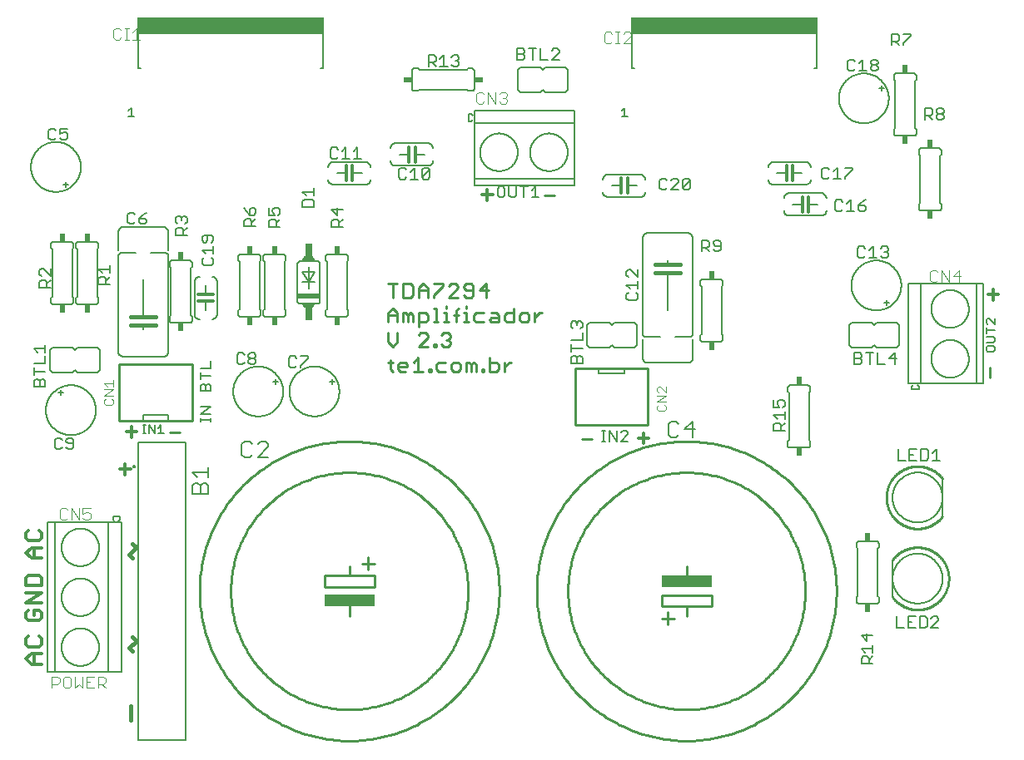
<source format=gto>
G04 EAGLE Gerber RS-274X export*
G75*
%MOMM*%
%FSLAX34Y34*%
%LPD*%
%INSilkscreen Top*%
%IPPOS*%
%AMOC8*
5,1,8,0,0,1.08239X$1,22.5*%
G01*
%ADD10C,0.330200*%
%ADD11C,0.279400*%
%ADD12C,0.381000*%
%ADD13C,0.203200*%
%ADD14C,0.254000*%
%ADD15C,0.152400*%
%ADD16R,18.950000X1.675000*%
%ADD17C,0.101600*%
%ADD18R,5.080000X1.270000*%
%ADD19C,0.177800*%
%ADD20C,0.127000*%
%ADD21R,0.609600X0.863600*%
%ADD22C,0.200000*%
%ADD23R,0.863600X0.609600*%
%ADD24C,0.304800*%
%ADD25C,0.406400*%
%ADD26R,2.286000X0.508000*%
%ADD27R,0.762000X1.778000*%


D10*
X109601Y327159D02*
X120278Y327159D01*
X114940Y332497D02*
X114940Y321820D01*
X10403Y145678D02*
X7733Y143009D01*
X7733Y137670D01*
X10403Y135001D01*
X21080Y135001D01*
X23749Y137670D01*
X23749Y143009D01*
X21080Y145678D01*
X15741Y145678D01*
X15741Y140340D01*
X23749Y152776D02*
X7733Y152776D01*
X23749Y163453D01*
X7733Y163453D01*
X7733Y170551D02*
X23749Y170551D01*
X23749Y178559D01*
X21080Y181228D01*
X10403Y181228D01*
X7733Y178559D01*
X7733Y170551D01*
X13072Y198501D02*
X23749Y198501D01*
X13072Y198501D02*
X7733Y203840D01*
X13072Y209178D01*
X23749Y209178D01*
X15741Y209178D02*
X15741Y198501D01*
X7733Y224284D02*
X10403Y226953D01*
X7733Y224284D02*
X7733Y218945D01*
X10403Y216276D01*
X21080Y216276D01*
X23749Y218945D01*
X23749Y224284D01*
X21080Y226953D01*
X23749Y90551D02*
X13072Y90551D01*
X7733Y95890D01*
X13072Y101228D01*
X23749Y101228D01*
X15741Y101228D02*
X15741Y90551D01*
X7733Y116334D02*
X10403Y119003D01*
X7733Y116334D02*
X7733Y110995D01*
X10403Y108326D01*
X21080Y108326D01*
X23749Y110995D01*
X23749Y116334D01*
X21080Y119003D01*
X630301Y320809D02*
X640978Y320809D01*
X635640Y326147D02*
X635640Y315470D01*
X985901Y466859D02*
X996578Y466859D01*
X991240Y472197D02*
X991240Y461520D01*
X482228Y568459D02*
X471551Y568459D01*
X476890Y573797D02*
X476890Y563120D01*
D11*
X534797Y567696D02*
X544796Y567696D01*
X572897Y320046D02*
X582896Y320046D01*
X988054Y382397D02*
X988054Y392396D01*
X163796Y326396D02*
X153797Y326396D01*
D12*
X114291Y48061D02*
X114291Y33655D01*
X116187Y103505D02*
X112585Y107106D01*
X119788Y114309D01*
X116187Y117911D01*
X116187Y198755D02*
X112585Y202356D01*
X119788Y209559D01*
X116187Y213161D01*
D10*
X113928Y289059D02*
X103251Y289059D01*
X108590Y294397D02*
X108590Y283720D01*
D13*
X195834Y337566D02*
X195834Y341125D01*
X195834Y339346D02*
X185157Y339346D01*
X185157Y341125D02*
X185157Y337566D01*
X185157Y345362D02*
X195834Y345362D01*
X195834Y352480D02*
X185157Y345362D01*
X185157Y352480D02*
X195834Y352480D01*
X195834Y368750D02*
X185157Y368750D01*
X185157Y374088D01*
X186936Y375868D01*
X188716Y375868D01*
X190495Y374088D01*
X192275Y375868D01*
X194055Y375868D01*
X195834Y374088D01*
X195834Y368750D01*
X190495Y368750D02*
X190495Y374088D01*
X185157Y384003D02*
X195834Y384003D01*
X185157Y380444D02*
X185157Y387562D01*
X185157Y392138D02*
X195834Y392138D01*
X195834Y399256D01*
D14*
X380665Y464058D02*
X380665Y478294D01*
X375920Y478294D02*
X385411Y478294D01*
X391356Y478294D02*
X391356Y464058D01*
X398474Y464058D01*
X400847Y466431D01*
X400847Y475921D01*
X398474Y478294D01*
X391356Y478294D01*
X406792Y473549D02*
X406792Y464058D01*
X406792Y473549D02*
X411538Y478294D01*
X416283Y473549D01*
X416283Y464058D01*
X416283Y471176D02*
X406792Y471176D01*
X422228Y478294D02*
X431719Y478294D01*
X431719Y475921D01*
X422228Y466431D01*
X422228Y464058D01*
X437664Y464058D02*
X447155Y464058D01*
X437664Y464058D02*
X447155Y473549D01*
X447155Y475921D01*
X444782Y478294D01*
X440037Y478294D01*
X437664Y475921D01*
X453100Y466431D02*
X455473Y464058D01*
X460218Y464058D01*
X462591Y466431D01*
X462591Y475921D01*
X460218Y478294D01*
X455473Y478294D01*
X453100Y475921D01*
X453100Y473549D01*
X455473Y471176D01*
X462591Y471176D01*
X475654Y464058D02*
X475654Y478294D01*
X468536Y471176D01*
X478027Y471176D01*
X375920Y448403D02*
X375920Y438912D01*
X375920Y448403D02*
X380665Y453148D01*
X385411Y448403D01*
X385411Y438912D01*
X385411Y446030D02*
X375920Y446030D01*
X391356Y448403D02*
X391356Y438912D01*
X391356Y448403D02*
X393729Y448403D01*
X396101Y446030D01*
X396101Y438912D01*
X396101Y446030D02*
X398474Y448403D01*
X400847Y446030D01*
X400847Y438912D01*
X406792Y434167D02*
X406792Y448403D01*
X413910Y448403D01*
X416283Y446030D01*
X416283Y441285D01*
X413910Y438912D01*
X406792Y438912D01*
X422228Y453148D02*
X424601Y453148D01*
X424601Y438912D01*
X422228Y438912D02*
X426974Y438912D01*
X432519Y448403D02*
X434892Y448403D01*
X434892Y438912D01*
X437264Y438912D02*
X432519Y438912D01*
X434892Y453148D02*
X434892Y455521D01*
X445182Y450775D02*
X445182Y438912D01*
X445182Y450775D02*
X447555Y453148D01*
X447555Y446030D02*
X442810Y446030D01*
X453100Y448403D02*
X455473Y448403D01*
X455473Y438912D01*
X453100Y438912D02*
X457846Y438912D01*
X455473Y453148D02*
X455473Y455521D01*
X465764Y448403D02*
X472882Y448403D01*
X465764Y448403D02*
X463391Y446030D01*
X463391Y441285D01*
X465764Y438912D01*
X472882Y438912D01*
X481200Y448403D02*
X485945Y448403D01*
X488318Y446030D01*
X488318Y438912D01*
X481200Y438912D01*
X478827Y441285D01*
X481200Y443657D01*
X488318Y443657D01*
X503754Y438912D02*
X503754Y453148D01*
X503754Y438912D02*
X496636Y438912D01*
X494263Y441285D01*
X494263Y446030D01*
X496636Y448403D01*
X503754Y448403D01*
X512072Y438912D02*
X516817Y438912D01*
X519190Y441285D01*
X519190Y446030D01*
X516817Y448403D01*
X512072Y448403D01*
X509699Y446030D01*
X509699Y441285D01*
X512072Y438912D01*
X525135Y438912D02*
X525135Y448403D01*
X525135Y443657D02*
X529881Y448403D01*
X532253Y448403D01*
X375920Y428002D02*
X375920Y418511D01*
X380665Y413766D01*
X385411Y418511D01*
X385411Y428002D01*
X406792Y413766D02*
X416283Y413766D01*
X406792Y413766D02*
X416283Y423257D01*
X416283Y425629D01*
X413910Y428002D01*
X409165Y428002D01*
X406792Y425629D01*
X422228Y416139D02*
X422228Y413766D01*
X422228Y416139D02*
X424601Y416139D01*
X424601Y413766D01*
X422228Y413766D01*
X429946Y425629D02*
X432319Y428002D01*
X437064Y428002D01*
X439437Y425629D01*
X439437Y423257D01*
X437064Y420884D01*
X434692Y420884D01*
X437064Y420884D02*
X439437Y418511D01*
X439437Y416139D01*
X437064Y413766D01*
X432319Y413766D01*
X429946Y416139D01*
X378293Y400483D02*
X378293Y390993D01*
X380665Y388620D01*
X380665Y398111D02*
X375920Y398111D01*
X388583Y388620D02*
X393329Y388620D01*
X388583Y388620D02*
X386211Y390993D01*
X386211Y395738D01*
X388583Y398111D01*
X393329Y398111D01*
X395701Y395738D01*
X395701Y393365D01*
X386211Y393365D01*
X401647Y398111D02*
X406392Y402856D01*
X406392Y388620D01*
X401647Y388620D02*
X411138Y388620D01*
X417083Y388620D02*
X417083Y390993D01*
X419456Y390993D01*
X419456Y388620D01*
X417083Y388620D01*
X427174Y398111D02*
X434292Y398111D01*
X427174Y398111D02*
X424801Y395738D01*
X424801Y390993D01*
X427174Y388620D01*
X434292Y388620D01*
X442610Y388620D02*
X447355Y388620D01*
X449728Y390993D01*
X449728Y395738D01*
X447355Y398111D01*
X442610Y398111D01*
X440237Y395738D01*
X440237Y390993D01*
X442610Y388620D01*
X455673Y388620D02*
X455673Y398111D01*
X458046Y398111D01*
X460418Y395738D01*
X460418Y388620D01*
X460418Y395738D02*
X462791Y398111D01*
X465164Y395738D01*
X465164Y388620D01*
X471109Y388620D02*
X471109Y390993D01*
X473482Y390993D01*
X473482Y388620D01*
X471109Y388620D01*
X478827Y388620D02*
X478827Y402856D01*
X478827Y388620D02*
X485945Y388620D01*
X488318Y390993D01*
X488318Y395738D01*
X485945Y398111D01*
X478827Y398111D01*
X494263Y398111D02*
X494263Y388620D01*
X494263Y393365D02*
X499009Y398111D01*
X501381Y398111D01*
D15*
X124460Y697230D02*
X121920Y697230D01*
X307340Y697230D02*
X309880Y697230D01*
X121920Y697230D02*
X121920Y732790D01*
X309880Y732790D02*
X309880Y697230D01*
D16*
X215900Y740375D03*
D15*
X114768Y657105D02*
X111887Y654224D01*
X114768Y657105D02*
X114768Y648462D01*
X111887Y648462D02*
X117649Y648462D01*
D17*
X104423Y736153D02*
X102474Y738102D01*
X98576Y738102D01*
X96627Y736153D01*
X96627Y728357D01*
X98576Y726408D01*
X102474Y726408D01*
X104423Y728357D01*
X108321Y726408D02*
X112219Y726408D01*
X110270Y726408D02*
X110270Y738102D01*
X108321Y738102D02*
X112219Y738102D01*
X116117Y734204D02*
X120015Y738102D01*
X120015Y726408D01*
X116117Y726408D02*
X123913Y726408D01*
D15*
X623570Y697230D02*
X626110Y697230D01*
X808990Y697230D02*
X811530Y697230D01*
X623570Y697230D02*
X623570Y732790D01*
X811530Y732790D02*
X811530Y697230D01*
D16*
X717550Y740375D03*
D15*
X616418Y657105D02*
X613537Y654224D01*
X616418Y657105D02*
X616418Y648462D01*
X613537Y648462D02*
X619299Y648462D01*
D17*
X603466Y732413D02*
X601517Y734362D01*
X597619Y734362D01*
X595670Y732413D01*
X595670Y724617D01*
X597619Y722668D01*
X601517Y722668D01*
X603466Y724617D01*
X607364Y722668D02*
X611262Y722668D01*
X609313Y722668D02*
X609313Y734362D01*
X607364Y734362D02*
X611262Y734362D01*
X615160Y722668D02*
X622956Y722668D01*
X615160Y722668D02*
X622956Y730464D01*
X622956Y732413D01*
X621007Y734362D01*
X617109Y734362D01*
X615160Y732413D01*
D13*
X29305Y234755D02*
X29305Y82355D01*
X91061Y82566D02*
X91061Y234755D01*
X103275Y238036D02*
X103275Y240666D01*
X96135Y240666D02*
X96135Y238036D01*
X97635Y236253D01*
X96135Y240666D02*
X103275Y240666D01*
X103275Y238036D02*
X101775Y236253D01*
X36925Y234755D02*
X36925Y82355D01*
X105305Y82355D02*
X105305Y234755D01*
X43775Y209566D02*
X43781Y210036D01*
X43798Y210506D01*
X43827Y210975D01*
X43867Y211443D01*
X43919Y211910D01*
X43982Y212376D01*
X44057Y212840D01*
X44143Y213302D01*
X44240Y213762D01*
X44349Y214219D01*
X44469Y214674D01*
X44600Y215125D01*
X44742Y215573D01*
X44894Y216017D01*
X45058Y216458D01*
X45233Y216894D01*
X45418Y217326D01*
X45614Y217754D01*
X45820Y218176D01*
X46036Y218593D01*
X46263Y219005D01*
X46499Y219411D01*
X46746Y219811D01*
X47002Y220205D01*
X47268Y220593D01*
X47544Y220974D01*
X47828Y221348D01*
X48122Y221715D01*
X48424Y222074D01*
X48736Y222426D01*
X49056Y222771D01*
X49384Y223107D01*
X49720Y223435D01*
X50065Y223755D01*
X50417Y224067D01*
X50776Y224369D01*
X51143Y224663D01*
X51517Y224947D01*
X51898Y225223D01*
X52286Y225489D01*
X52680Y225745D01*
X53080Y225992D01*
X53486Y226228D01*
X53898Y226455D01*
X54315Y226671D01*
X54737Y226877D01*
X55165Y227073D01*
X55597Y227258D01*
X56033Y227433D01*
X56474Y227597D01*
X56918Y227749D01*
X57366Y227891D01*
X57817Y228022D01*
X58272Y228142D01*
X58729Y228251D01*
X59189Y228348D01*
X59651Y228434D01*
X60115Y228509D01*
X60581Y228572D01*
X61048Y228624D01*
X61516Y228664D01*
X61985Y228693D01*
X62455Y228710D01*
X62925Y228716D01*
X63395Y228710D01*
X63865Y228693D01*
X64334Y228664D01*
X64802Y228624D01*
X65269Y228572D01*
X65735Y228509D01*
X66199Y228434D01*
X66661Y228348D01*
X67121Y228251D01*
X67578Y228142D01*
X68033Y228022D01*
X68484Y227891D01*
X68932Y227749D01*
X69376Y227597D01*
X69817Y227433D01*
X70253Y227258D01*
X70685Y227073D01*
X71113Y226877D01*
X71535Y226671D01*
X71952Y226455D01*
X72364Y226228D01*
X72770Y225992D01*
X73170Y225745D01*
X73564Y225489D01*
X73952Y225223D01*
X74333Y224947D01*
X74707Y224663D01*
X75074Y224369D01*
X75433Y224067D01*
X75785Y223755D01*
X76130Y223435D01*
X76466Y223107D01*
X76794Y222771D01*
X77114Y222426D01*
X77426Y222074D01*
X77728Y221715D01*
X78022Y221348D01*
X78306Y220974D01*
X78582Y220593D01*
X78848Y220205D01*
X79104Y219811D01*
X79351Y219411D01*
X79587Y219005D01*
X79814Y218593D01*
X80030Y218176D01*
X80236Y217754D01*
X80432Y217326D01*
X80617Y216894D01*
X80792Y216458D01*
X80956Y216017D01*
X81108Y215573D01*
X81250Y215125D01*
X81381Y214674D01*
X81501Y214219D01*
X81610Y213762D01*
X81707Y213302D01*
X81793Y212840D01*
X81868Y212376D01*
X81931Y211910D01*
X81983Y211443D01*
X82023Y210975D01*
X82052Y210506D01*
X82069Y210036D01*
X82075Y209566D01*
X82069Y209096D01*
X82052Y208626D01*
X82023Y208157D01*
X81983Y207689D01*
X81931Y207222D01*
X81868Y206756D01*
X81793Y206292D01*
X81707Y205830D01*
X81610Y205370D01*
X81501Y204913D01*
X81381Y204458D01*
X81250Y204007D01*
X81108Y203559D01*
X80956Y203115D01*
X80792Y202674D01*
X80617Y202238D01*
X80432Y201806D01*
X80236Y201378D01*
X80030Y200956D01*
X79814Y200539D01*
X79587Y200127D01*
X79351Y199721D01*
X79104Y199321D01*
X78848Y198927D01*
X78582Y198539D01*
X78306Y198158D01*
X78022Y197784D01*
X77728Y197417D01*
X77426Y197058D01*
X77114Y196706D01*
X76794Y196361D01*
X76466Y196025D01*
X76130Y195697D01*
X75785Y195377D01*
X75433Y195065D01*
X75074Y194763D01*
X74707Y194469D01*
X74333Y194185D01*
X73952Y193909D01*
X73564Y193643D01*
X73170Y193387D01*
X72770Y193140D01*
X72364Y192904D01*
X71952Y192677D01*
X71535Y192461D01*
X71113Y192255D01*
X70685Y192059D01*
X70253Y191874D01*
X69817Y191699D01*
X69376Y191535D01*
X68932Y191383D01*
X68484Y191241D01*
X68033Y191110D01*
X67578Y190990D01*
X67121Y190881D01*
X66661Y190784D01*
X66199Y190698D01*
X65735Y190623D01*
X65269Y190560D01*
X64802Y190508D01*
X64334Y190468D01*
X63865Y190439D01*
X63395Y190422D01*
X62925Y190416D01*
X62455Y190422D01*
X61985Y190439D01*
X61516Y190468D01*
X61048Y190508D01*
X60581Y190560D01*
X60115Y190623D01*
X59651Y190698D01*
X59189Y190784D01*
X58729Y190881D01*
X58272Y190990D01*
X57817Y191110D01*
X57366Y191241D01*
X56918Y191383D01*
X56474Y191535D01*
X56033Y191699D01*
X55597Y191874D01*
X55165Y192059D01*
X54737Y192255D01*
X54315Y192461D01*
X53898Y192677D01*
X53486Y192904D01*
X53080Y193140D01*
X52680Y193387D01*
X52286Y193643D01*
X51898Y193909D01*
X51517Y194185D01*
X51143Y194469D01*
X50776Y194763D01*
X50417Y195065D01*
X50065Y195377D01*
X49720Y195697D01*
X49384Y196025D01*
X49056Y196361D01*
X48736Y196706D01*
X48424Y197058D01*
X48122Y197417D01*
X47828Y197784D01*
X47544Y198158D01*
X47268Y198539D01*
X47002Y198927D01*
X46746Y199321D01*
X46499Y199721D01*
X46263Y200127D01*
X46036Y200539D01*
X45820Y200956D01*
X45614Y201378D01*
X45418Y201806D01*
X45233Y202238D01*
X45058Y202674D01*
X44894Y203115D01*
X44742Y203559D01*
X44600Y204007D01*
X44469Y204458D01*
X44349Y204913D01*
X44240Y205370D01*
X44143Y205830D01*
X44057Y206292D01*
X43982Y206756D01*
X43919Y207222D01*
X43867Y207689D01*
X43827Y208157D01*
X43798Y208626D01*
X43781Y209096D01*
X43775Y209566D01*
X43775Y158766D02*
X43781Y159236D01*
X43798Y159706D01*
X43827Y160175D01*
X43867Y160643D01*
X43919Y161110D01*
X43982Y161576D01*
X44057Y162040D01*
X44143Y162502D01*
X44240Y162962D01*
X44349Y163419D01*
X44469Y163874D01*
X44600Y164325D01*
X44742Y164773D01*
X44894Y165217D01*
X45058Y165658D01*
X45233Y166094D01*
X45418Y166526D01*
X45614Y166954D01*
X45820Y167376D01*
X46036Y167793D01*
X46263Y168205D01*
X46499Y168611D01*
X46746Y169011D01*
X47002Y169405D01*
X47268Y169793D01*
X47544Y170174D01*
X47828Y170548D01*
X48122Y170915D01*
X48424Y171274D01*
X48736Y171626D01*
X49056Y171971D01*
X49384Y172307D01*
X49720Y172635D01*
X50065Y172955D01*
X50417Y173267D01*
X50776Y173569D01*
X51143Y173863D01*
X51517Y174147D01*
X51898Y174423D01*
X52286Y174689D01*
X52680Y174945D01*
X53080Y175192D01*
X53486Y175428D01*
X53898Y175655D01*
X54315Y175871D01*
X54737Y176077D01*
X55165Y176273D01*
X55597Y176458D01*
X56033Y176633D01*
X56474Y176797D01*
X56918Y176949D01*
X57366Y177091D01*
X57817Y177222D01*
X58272Y177342D01*
X58729Y177451D01*
X59189Y177548D01*
X59651Y177634D01*
X60115Y177709D01*
X60581Y177772D01*
X61048Y177824D01*
X61516Y177864D01*
X61985Y177893D01*
X62455Y177910D01*
X62925Y177916D01*
X63395Y177910D01*
X63865Y177893D01*
X64334Y177864D01*
X64802Y177824D01*
X65269Y177772D01*
X65735Y177709D01*
X66199Y177634D01*
X66661Y177548D01*
X67121Y177451D01*
X67578Y177342D01*
X68033Y177222D01*
X68484Y177091D01*
X68932Y176949D01*
X69376Y176797D01*
X69817Y176633D01*
X70253Y176458D01*
X70685Y176273D01*
X71113Y176077D01*
X71535Y175871D01*
X71952Y175655D01*
X72364Y175428D01*
X72770Y175192D01*
X73170Y174945D01*
X73564Y174689D01*
X73952Y174423D01*
X74333Y174147D01*
X74707Y173863D01*
X75074Y173569D01*
X75433Y173267D01*
X75785Y172955D01*
X76130Y172635D01*
X76466Y172307D01*
X76794Y171971D01*
X77114Y171626D01*
X77426Y171274D01*
X77728Y170915D01*
X78022Y170548D01*
X78306Y170174D01*
X78582Y169793D01*
X78848Y169405D01*
X79104Y169011D01*
X79351Y168611D01*
X79587Y168205D01*
X79814Y167793D01*
X80030Y167376D01*
X80236Y166954D01*
X80432Y166526D01*
X80617Y166094D01*
X80792Y165658D01*
X80956Y165217D01*
X81108Y164773D01*
X81250Y164325D01*
X81381Y163874D01*
X81501Y163419D01*
X81610Y162962D01*
X81707Y162502D01*
X81793Y162040D01*
X81868Y161576D01*
X81931Y161110D01*
X81983Y160643D01*
X82023Y160175D01*
X82052Y159706D01*
X82069Y159236D01*
X82075Y158766D01*
X82069Y158296D01*
X82052Y157826D01*
X82023Y157357D01*
X81983Y156889D01*
X81931Y156422D01*
X81868Y155956D01*
X81793Y155492D01*
X81707Y155030D01*
X81610Y154570D01*
X81501Y154113D01*
X81381Y153658D01*
X81250Y153207D01*
X81108Y152759D01*
X80956Y152315D01*
X80792Y151874D01*
X80617Y151438D01*
X80432Y151006D01*
X80236Y150578D01*
X80030Y150156D01*
X79814Y149739D01*
X79587Y149327D01*
X79351Y148921D01*
X79104Y148521D01*
X78848Y148127D01*
X78582Y147739D01*
X78306Y147358D01*
X78022Y146984D01*
X77728Y146617D01*
X77426Y146258D01*
X77114Y145906D01*
X76794Y145561D01*
X76466Y145225D01*
X76130Y144897D01*
X75785Y144577D01*
X75433Y144265D01*
X75074Y143963D01*
X74707Y143669D01*
X74333Y143385D01*
X73952Y143109D01*
X73564Y142843D01*
X73170Y142587D01*
X72770Y142340D01*
X72364Y142104D01*
X71952Y141877D01*
X71535Y141661D01*
X71113Y141455D01*
X70685Y141259D01*
X70253Y141074D01*
X69817Y140899D01*
X69376Y140735D01*
X68932Y140583D01*
X68484Y140441D01*
X68033Y140310D01*
X67578Y140190D01*
X67121Y140081D01*
X66661Y139984D01*
X66199Y139898D01*
X65735Y139823D01*
X65269Y139760D01*
X64802Y139708D01*
X64334Y139668D01*
X63865Y139639D01*
X63395Y139622D01*
X62925Y139616D01*
X62455Y139622D01*
X61985Y139639D01*
X61516Y139668D01*
X61048Y139708D01*
X60581Y139760D01*
X60115Y139823D01*
X59651Y139898D01*
X59189Y139984D01*
X58729Y140081D01*
X58272Y140190D01*
X57817Y140310D01*
X57366Y140441D01*
X56918Y140583D01*
X56474Y140735D01*
X56033Y140899D01*
X55597Y141074D01*
X55165Y141259D01*
X54737Y141455D01*
X54315Y141661D01*
X53898Y141877D01*
X53486Y142104D01*
X53080Y142340D01*
X52680Y142587D01*
X52286Y142843D01*
X51898Y143109D01*
X51517Y143385D01*
X51143Y143669D01*
X50776Y143963D01*
X50417Y144265D01*
X50065Y144577D01*
X49720Y144897D01*
X49384Y145225D01*
X49056Y145561D01*
X48736Y145906D01*
X48424Y146258D01*
X48122Y146617D01*
X47828Y146984D01*
X47544Y147358D01*
X47268Y147739D01*
X47002Y148127D01*
X46746Y148521D01*
X46499Y148921D01*
X46263Y149327D01*
X46036Y149739D01*
X45820Y150156D01*
X45614Y150578D01*
X45418Y151006D01*
X45233Y151438D01*
X45058Y151874D01*
X44894Y152315D01*
X44742Y152759D01*
X44600Y153207D01*
X44469Y153658D01*
X44349Y154113D01*
X44240Y154570D01*
X44143Y155030D01*
X44057Y155492D01*
X43982Y155956D01*
X43919Y156422D01*
X43867Y156889D01*
X43827Y157357D01*
X43798Y157826D01*
X43781Y158296D01*
X43775Y158766D01*
X43775Y107966D02*
X43781Y108436D01*
X43798Y108906D01*
X43827Y109375D01*
X43867Y109843D01*
X43919Y110310D01*
X43982Y110776D01*
X44057Y111240D01*
X44143Y111702D01*
X44240Y112162D01*
X44349Y112619D01*
X44469Y113074D01*
X44600Y113525D01*
X44742Y113973D01*
X44894Y114417D01*
X45058Y114858D01*
X45233Y115294D01*
X45418Y115726D01*
X45614Y116154D01*
X45820Y116576D01*
X46036Y116993D01*
X46263Y117405D01*
X46499Y117811D01*
X46746Y118211D01*
X47002Y118605D01*
X47268Y118993D01*
X47544Y119374D01*
X47828Y119748D01*
X48122Y120115D01*
X48424Y120474D01*
X48736Y120826D01*
X49056Y121171D01*
X49384Y121507D01*
X49720Y121835D01*
X50065Y122155D01*
X50417Y122467D01*
X50776Y122769D01*
X51143Y123063D01*
X51517Y123347D01*
X51898Y123623D01*
X52286Y123889D01*
X52680Y124145D01*
X53080Y124392D01*
X53486Y124628D01*
X53898Y124855D01*
X54315Y125071D01*
X54737Y125277D01*
X55165Y125473D01*
X55597Y125658D01*
X56033Y125833D01*
X56474Y125997D01*
X56918Y126149D01*
X57366Y126291D01*
X57817Y126422D01*
X58272Y126542D01*
X58729Y126651D01*
X59189Y126748D01*
X59651Y126834D01*
X60115Y126909D01*
X60581Y126972D01*
X61048Y127024D01*
X61516Y127064D01*
X61985Y127093D01*
X62455Y127110D01*
X62925Y127116D01*
X63395Y127110D01*
X63865Y127093D01*
X64334Y127064D01*
X64802Y127024D01*
X65269Y126972D01*
X65735Y126909D01*
X66199Y126834D01*
X66661Y126748D01*
X67121Y126651D01*
X67578Y126542D01*
X68033Y126422D01*
X68484Y126291D01*
X68932Y126149D01*
X69376Y125997D01*
X69817Y125833D01*
X70253Y125658D01*
X70685Y125473D01*
X71113Y125277D01*
X71535Y125071D01*
X71952Y124855D01*
X72364Y124628D01*
X72770Y124392D01*
X73170Y124145D01*
X73564Y123889D01*
X73952Y123623D01*
X74333Y123347D01*
X74707Y123063D01*
X75074Y122769D01*
X75433Y122467D01*
X75785Y122155D01*
X76130Y121835D01*
X76466Y121507D01*
X76794Y121171D01*
X77114Y120826D01*
X77426Y120474D01*
X77728Y120115D01*
X78022Y119748D01*
X78306Y119374D01*
X78582Y118993D01*
X78848Y118605D01*
X79104Y118211D01*
X79351Y117811D01*
X79587Y117405D01*
X79814Y116993D01*
X80030Y116576D01*
X80236Y116154D01*
X80432Y115726D01*
X80617Y115294D01*
X80792Y114858D01*
X80956Y114417D01*
X81108Y113973D01*
X81250Y113525D01*
X81381Y113074D01*
X81501Y112619D01*
X81610Y112162D01*
X81707Y111702D01*
X81793Y111240D01*
X81868Y110776D01*
X81931Y110310D01*
X81983Y109843D01*
X82023Y109375D01*
X82052Y108906D01*
X82069Y108436D01*
X82075Y107966D01*
X82069Y107496D01*
X82052Y107026D01*
X82023Y106557D01*
X81983Y106089D01*
X81931Y105622D01*
X81868Y105156D01*
X81793Y104692D01*
X81707Y104230D01*
X81610Y103770D01*
X81501Y103313D01*
X81381Y102858D01*
X81250Y102407D01*
X81108Y101959D01*
X80956Y101515D01*
X80792Y101074D01*
X80617Y100638D01*
X80432Y100206D01*
X80236Y99778D01*
X80030Y99356D01*
X79814Y98939D01*
X79587Y98527D01*
X79351Y98121D01*
X79104Y97721D01*
X78848Y97327D01*
X78582Y96939D01*
X78306Y96558D01*
X78022Y96184D01*
X77728Y95817D01*
X77426Y95458D01*
X77114Y95106D01*
X76794Y94761D01*
X76466Y94425D01*
X76130Y94097D01*
X75785Y93777D01*
X75433Y93465D01*
X75074Y93163D01*
X74707Y92869D01*
X74333Y92585D01*
X73952Y92309D01*
X73564Y92043D01*
X73170Y91787D01*
X72770Y91540D01*
X72364Y91304D01*
X71952Y91077D01*
X71535Y90861D01*
X71113Y90655D01*
X70685Y90459D01*
X70253Y90274D01*
X69817Y90099D01*
X69376Y89935D01*
X68932Y89783D01*
X68484Y89641D01*
X68033Y89510D01*
X67578Y89390D01*
X67121Y89281D01*
X66661Y89184D01*
X66199Y89098D01*
X65735Y89023D01*
X65269Y88960D01*
X64802Y88908D01*
X64334Y88868D01*
X63865Y88839D01*
X63395Y88822D01*
X62925Y88816D01*
X62455Y88822D01*
X61985Y88839D01*
X61516Y88868D01*
X61048Y88908D01*
X60581Y88960D01*
X60115Y89023D01*
X59651Y89098D01*
X59189Y89184D01*
X58729Y89281D01*
X58272Y89390D01*
X57817Y89510D01*
X57366Y89641D01*
X56918Y89783D01*
X56474Y89935D01*
X56033Y90099D01*
X55597Y90274D01*
X55165Y90459D01*
X54737Y90655D01*
X54315Y90861D01*
X53898Y91077D01*
X53486Y91304D01*
X53080Y91540D01*
X52680Y91787D01*
X52286Y92043D01*
X51898Y92309D01*
X51517Y92585D01*
X51143Y92869D01*
X50776Y93163D01*
X50417Y93465D01*
X50065Y93777D01*
X49720Y94097D01*
X49384Y94425D01*
X49056Y94761D01*
X48736Y95106D01*
X48424Y95458D01*
X48122Y95817D01*
X47828Y96184D01*
X47544Y96558D01*
X47268Y96939D01*
X47002Y97327D01*
X46746Y97721D01*
X46499Y98121D01*
X46263Y98527D01*
X46036Y98939D01*
X45820Y99356D01*
X45614Y99778D01*
X45418Y100206D01*
X45233Y100638D01*
X45058Y101074D01*
X44894Y101515D01*
X44742Y101959D01*
X44600Y102407D01*
X44469Y102858D01*
X44349Y103313D01*
X44240Y103770D01*
X44143Y104230D01*
X44057Y104692D01*
X43982Y105156D01*
X43919Y105622D01*
X43867Y106089D01*
X43827Y106557D01*
X43798Y107026D01*
X43781Y107496D01*
X43775Y107966D01*
X36925Y234755D02*
X29305Y234755D01*
X36925Y234755D02*
X105305Y234755D01*
X36925Y82355D02*
X29305Y82355D01*
X36925Y82355D02*
X105305Y82355D01*
D17*
X49888Y247521D02*
X47939Y249470D01*
X44041Y249470D01*
X42092Y247521D01*
X42092Y239725D01*
X44041Y237776D01*
X47939Y237776D01*
X49888Y239725D01*
X53786Y237776D02*
X53786Y249470D01*
X61582Y237776D01*
X61582Y249470D01*
X65480Y249470D02*
X73276Y249470D01*
X65480Y249470D02*
X65480Y243623D01*
X69378Y245572D01*
X71327Y245572D01*
X73276Y243623D01*
X73276Y239725D01*
X71327Y237776D01*
X67429Y237776D01*
X65480Y239725D01*
X34041Y78020D02*
X34041Y66326D01*
X34041Y78020D02*
X39888Y78020D01*
X41837Y76071D01*
X41837Y72173D01*
X39888Y70224D01*
X34041Y70224D01*
X47684Y78020D02*
X51582Y78020D01*
X47684Y78020D02*
X45735Y76071D01*
X45735Y68275D01*
X47684Y66326D01*
X51582Y66326D01*
X53531Y68275D01*
X53531Y76071D01*
X51582Y78020D01*
X57429Y78020D02*
X57429Y66326D01*
X61326Y70224D01*
X65224Y66326D01*
X65224Y78020D01*
X69122Y78020D02*
X76918Y78020D01*
X69122Y78020D02*
X69122Y66326D01*
X76918Y66326D01*
X73020Y72173D02*
X69122Y72173D01*
X80816Y66326D02*
X80816Y78020D01*
X86663Y78020D01*
X88612Y76071D01*
X88612Y72173D01*
X86663Y70224D01*
X80816Y70224D01*
X84714Y70224D02*
X88612Y66326D01*
D14*
X336550Y180848D02*
X336550Y190500D01*
X336550Y180848D02*
X361950Y180848D01*
X361950Y169418D01*
X311150Y169418D01*
X311150Y180848D01*
X336550Y180848D01*
X336550Y158750D02*
X336550Y139700D01*
X349250Y193040D02*
X361950Y193040D01*
X355600Y186690D02*
X355600Y199390D01*
X184150Y165100D02*
X184196Y168840D01*
X184334Y172578D01*
X184563Y176311D01*
X184884Y180038D01*
X185296Y183755D01*
X185799Y187462D01*
X186394Y191155D01*
X187078Y194832D01*
X187853Y198491D01*
X188717Y202130D01*
X189671Y205747D01*
X190712Y209339D01*
X191842Y212905D01*
X193059Y216442D01*
X194362Y219948D01*
X195751Y223421D01*
X197224Y226859D01*
X198782Y230259D01*
X200423Y233621D01*
X202145Y236941D01*
X203949Y240218D01*
X205832Y243449D01*
X207794Y246634D01*
X209834Y249769D01*
X211950Y252853D01*
X214141Y255885D01*
X216406Y258861D01*
X218743Y261782D01*
X221151Y264644D01*
X223629Y267446D01*
X226175Y270186D01*
X228787Y272863D01*
X231464Y275475D01*
X234204Y278021D01*
X237006Y280499D01*
X239868Y282907D01*
X242789Y285244D01*
X245765Y287509D01*
X248797Y289700D01*
X251881Y291816D01*
X255016Y293856D01*
X258201Y295818D01*
X261432Y297701D01*
X264709Y299505D01*
X268029Y301227D01*
X271391Y302868D01*
X274791Y304426D01*
X278229Y305899D01*
X281702Y307288D01*
X285208Y308591D01*
X288745Y309808D01*
X292311Y310938D01*
X295903Y311979D01*
X299520Y312933D01*
X303159Y313797D01*
X306818Y314572D01*
X310495Y315256D01*
X314188Y315851D01*
X317895Y316354D01*
X321612Y316766D01*
X325339Y317087D01*
X329072Y317316D01*
X332810Y317454D01*
X336550Y317500D01*
X340290Y317454D01*
X344028Y317316D01*
X347761Y317087D01*
X351488Y316766D01*
X355205Y316354D01*
X358912Y315851D01*
X362605Y315256D01*
X366282Y314572D01*
X369941Y313797D01*
X373580Y312933D01*
X377197Y311979D01*
X380789Y310938D01*
X384355Y309808D01*
X387892Y308591D01*
X391398Y307288D01*
X394871Y305899D01*
X398309Y304426D01*
X401709Y302868D01*
X405071Y301227D01*
X408391Y299505D01*
X411668Y297701D01*
X414899Y295818D01*
X418084Y293856D01*
X421219Y291816D01*
X424303Y289700D01*
X427335Y287509D01*
X430311Y285244D01*
X433232Y282907D01*
X436094Y280499D01*
X438896Y278021D01*
X441636Y275475D01*
X444313Y272863D01*
X446925Y270186D01*
X449471Y267446D01*
X451949Y264644D01*
X454357Y261782D01*
X456694Y258861D01*
X458959Y255885D01*
X461150Y252853D01*
X463266Y249769D01*
X465306Y246634D01*
X467268Y243449D01*
X469151Y240218D01*
X470955Y236941D01*
X472677Y233621D01*
X474318Y230259D01*
X475876Y226859D01*
X477349Y223421D01*
X478738Y219948D01*
X480041Y216442D01*
X481258Y212905D01*
X482388Y209339D01*
X483429Y205747D01*
X484383Y202130D01*
X485247Y198491D01*
X486022Y194832D01*
X486706Y191155D01*
X487301Y187462D01*
X487804Y183755D01*
X488216Y180038D01*
X488537Y176311D01*
X488766Y172578D01*
X488904Y168840D01*
X488950Y165100D01*
X488904Y161360D01*
X488766Y157622D01*
X488537Y153889D01*
X488216Y150162D01*
X487804Y146445D01*
X487301Y142738D01*
X486706Y139045D01*
X486022Y135368D01*
X485247Y131709D01*
X484383Y128070D01*
X483429Y124453D01*
X482388Y120861D01*
X481258Y117295D01*
X480041Y113758D01*
X478738Y110252D01*
X477349Y106779D01*
X475876Y103341D01*
X474318Y99941D01*
X472677Y96579D01*
X470955Y93259D01*
X469151Y89982D01*
X467268Y86751D01*
X465306Y83566D01*
X463266Y80431D01*
X461150Y77347D01*
X458959Y74315D01*
X456694Y71339D01*
X454357Y68418D01*
X451949Y65556D01*
X449471Y62754D01*
X446925Y60014D01*
X444313Y57337D01*
X441636Y54725D01*
X438896Y52179D01*
X436094Y49701D01*
X433232Y47293D01*
X430311Y44956D01*
X427335Y42691D01*
X424303Y40500D01*
X421219Y38384D01*
X418084Y36344D01*
X414899Y34382D01*
X411668Y32499D01*
X408391Y30695D01*
X405071Y28973D01*
X401709Y27332D01*
X398309Y25774D01*
X394871Y24301D01*
X391398Y22912D01*
X387892Y21609D01*
X384355Y20392D01*
X380789Y19262D01*
X377197Y18221D01*
X373580Y17267D01*
X369941Y16403D01*
X366282Y15628D01*
X362605Y14944D01*
X358912Y14349D01*
X355205Y13846D01*
X351488Y13434D01*
X347761Y13113D01*
X344028Y12884D01*
X340290Y12746D01*
X336550Y12700D01*
X332810Y12746D01*
X329072Y12884D01*
X325339Y13113D01*
X321612Y13434D01*
X317895Y13846D01*
X314188Y14349D01*
X310495Y14944D01*
X306818Y15628D01*
X303159Y16403D01*
X299520Y17267D01*
X295903Y18221D01*
X292311Y19262D01*
X288745Y20392D01*
X285208Y21609D01*
X281702Y22912D01*
X278229Y24301D01*
X274791Y25774D01*
X271391Y27332D01*
X268029Y28973D01*
X264709Y30695D01*
X261432Y32499D01*
X258201Y34382D01*
X255016Y36344D01*
X251881Y38384D01*
X248797Y40500D01*
X245765Y42691D01*
X242789Y44956D01*
X239868Y47293D01*
X237006Y49701D01*
X234204Y52179D01*
X231464Y54725D01*
X228787Y57337D01*
X226175Y60014D01*
X223629Y62754D01*
X221151Y65556D01*
X218743Y68418D01*
X216406Y71339D01*
X214141Y74315D01*
X211950Y77347D01*
X209834Y80431D01*
X207794Y83566D01*
X205832Y86751D01*
X203949Y89982D01*
X202145Y93259D01*
X200423Y96579D01*
X198782Y99941D01*
X197224Y103341D01*
X195751Y106779D01*
X194362Y110252D01*
X193059Y113758D01*
X191842Y117295D01*
X190712Y120861D01*
X189671Y124453D01*
X188717Y128070D01*
X187853Y131709D01*
X187078Y135368D01*
X186394Y139045D01*
X185799Y142738D01*
X185296Y146445D01*
X184884Y150162D01*
X184563Y153889D01*
X184334Y157622D01*
X184196Y161360D01*
X184150Y165100D01*
X215900Y165100D02*
X215936Y168061D01*
X216045Y171020D01*
X216227Y173976D01*
X216481Y176926D01*
X216807Y179869D01*
X217206Y182803D01*
X217676Y185727D01*
X218218Y188638D01*
X218832Y191535D01*
X219516Y194416D01*
X220270Y197279D01*
X221095Y200123D01*
X221989Y202946D01*
X222953Y205746D01*
X223984Y208521D01*
X225084Y211271D01*
X226251Y213992D01*
X227484Y216685D01*
X228782Y219346D01*
X230146Y221974D01*
X231574Y224568D01*
X233065Y227126D01*
X234618Y229647D01*
X236233Y232130D01*
X237908Y234571D01*
X239643Y236971D01*
X241436Y239328D01*
X243286Y241640D01*
X245193Y243905D01*
X247154Y246124D01*
X249170Y248293D01*
X251238Y250412D01*
X253357Y252480D01*
X255526Y254496D01*
X257745Y256457D01*
X260010Y258364D01*
X262322Y260214D01*
X264679Y262007D01*
X267079Y263742D01*
X269520Y265417D01*
X272003Y267032D01*
X274524Y268585D01*
X277082Y270076D01*
X279676Y271504D01*
X282304Y272868D01*
X284965Y274166D01*
X287658Y275399D01*
X290379Y276566D01*
X293129Y277666D01*
X295904Y278697D01*
X298704Y279661D01*
X301527Y280555D01*
X304371Y281380D01*
X307234Y282134D01*
X310115Y282818D01*
X313012Y283432D01*
X315923Y283974D01*
X318847Y284444D01*
X321781Y284843D01*
X324724Y285169D01*
X327674Y285423D01*
X330630Y285605D01*
X333589Y285714D01*
X336550Y285750D01*
X339511Y285714D01*
X342470Y285605D01*
X345426Y285423D01*
X348376Y285169D01*
X351319Y284843D01*
X354253Y284444D01*
X357177Y283974D01*
X360088Y283432D01*
X362985Y282818D01*
X365866Y282134D01*
X368729Y281380D01*
X371573Y280555D01*
X374396Y279661D01*
X377196Y278697D01*
X379971Y277666D01*
X382721Y276566D01*
X385442Y275399D01*
X388135Y274166D01*
X390796Y272868D01*
X393424Y271504D01*
X396018Y270076D01*
X398576Y268585D01*
X401097Y267032D01*
X403580Y265417D01*
X406021Y263742D01*
X408421Y262007D01*
X410778Y260214D01*
X413090Y258364D01*
X415355Y256457D01*
X417574Y254496D01*
X419743Y252480D01*
X421862Y250412D01*
X423930Y248293D01*
X425946Y246124D01*
X427907Y243905D01*
X429814Y241640D01*
X431664Y239328D01*
X433457Y236971D01*
X435192Y234571D01*
X436867Y232130D01*
X438482Y229647D01*
X440035Y227126D01*
X441526Y224568D01*
X442954Y221974D01*
X444318Y219346D01*
X445616Y216685D01*
X446849Y213992D01*
X448016Y211271D01*
X449116Y208521D01*
X450147Y205746D01*
X451111Y202946D01*
X452005Y200123D01*
X452830Y197279D01*
X453584Y194416D01*
X454268Y191535D01*
X454882Y188638D01*
X455424Y185727D01*
X455894Y182803D01*
X456293Y179869D01*
X456619Y176926D01*
X456873Y173976D01*
X457055Y171020D01*
X457164Y168061D01*
X457200Y165100D01*
X457164Y162139D01*
X457055Y159180D01*
X456873Y156224D01*
X456619Y153274D01*
X456293Y150331D01*
X455894Y147397D01*
X455424Y144473D01*
X454882Y141562D01*
X454268Y138665D01*
X453584Y135784D01*
X452830Y132921D01*
X452005Y130077D01*
X451111Y127254D01*
X450147Y124454D01*
X449116Y121679D01*
X448016Y118929D01*
X446849Y116208D01*
X445616Y113515D01*
X444318Y110854D01*
X442954Y108226D01*
X441526Y105632D01*
X440035Y103074D01*
X438482Y100553D01*
X436867Y98070D01*
X435192Y95629D01*
X433457Y93229D01*
X431664Y90872D01*
X429814Y88560D01*
X427907Y86295D01*
X425946Y84076D01*
X423930Y81907D01*
X421862Y79788D01*
X419743Y77720D01*
X417574Y75704D01*
X415355Y73743D01*
X413090Y71836D01*
X410778Y69986D01*
X408421Y68193D01*
X406021Y66458D01*
X403580Y64783D01*
X401097Y63168D01*
X398576Y61615D01*
X396018Y60124D01*
X393424Y58696D01*
X390796Y57332D01*
X388135Y56034D01*
X385442Y54801D01*
X382721Y53634D01*
X379971Y52534D01*
X377196Y51503D01*
X374396Y50539D01*
X371573Y49645D01*
X368729Y48820D01*
X365866Y48066D01*
X362985Y47382D01*
X360088Y46768D01*
X357177Y46226D01*
X354253Y45756D01*
X351319Y45357D01*
X348376Y45031D01*
X345426Y44777D01*
X342470Y44595D01*
X339511Y44486D01*
X336550Y44450D01*
X333589Y44486D01*
X330630Y44595D01*
X327674Y44777D01*
X324724Y45031D01*
X321781Y45357D01*
X318847Y45756D01*
X315923Y46226D01*
X313012Y46768D01*
X310115Y47382D01*
X307234Y48066D01*
X304371Y48820D01*
X301527Y49645D01*
X298704Y50539D01*
X295904Y51503D01*
X293129Y52534D01*
X290379Y53634D01*
X287658Y54801D01*
X284965Y56034D01*
X282304Y57332D01*
X279676Y58696D01*
X277082Y60124D01*
X274524Y61615D01*
X272003Y63168D01*
X269520Y64783D01*
X267079Y66458D01*
X264679Y68193D01*
X262322Y69986D01*
X260010Y71836D01*
X257745Y73743D01*
X255526Y75704D01*
X253357Y77720D01*
X251238Y79788D01*
X249170Y81907D01*
X247154Y84076D01*
X245193Y86295D01*
X243286Y88560D01*
X241436Y90872D01*
X239643Y93229D01*
X237908Y95629D01*
X236233Y98070D01*
X234618Y100553D01*
X233065Y103074D01*
X231574Y105632D01*
X230146Y108226D01*
X228782Y110854D01*
X227484Y113515D01*
X226251Y116208D01*
X225084Y118929D01*
X223984Y121679D01*
X222953Y124454D01*
X221989Y127254D01*
X221095Y130077D01*
X220270Y132921D01*
X219516Y135784D01*
X218832Y138665D01*
X218218Y141562D01*
X217676Y144473D01*
X217206Y147397D01*
X216807Y150331D01*
X216481Y153274D01*
X216227Y156224D01*
X216045Y159180D01*
X215936Y162139D01*
X215900Y165100D01*
D18*
X336550Y155448D03*
D19*
X237897Y314496D02*
X235227Y317165D01*
X229889Y317165D01*
X227220Y314496D01*
X227220Y303818D01*
X229889Y301149D01*
X235227Y301149D01*
X237897Y303818D01*
X243591Y301149D02*
X254268Y301149D01*
X243591Y301149D02*
X254268Y311826D01*
X254268Y314496D01*
X251599Y317165D01*
X246260Y317165D01*
X243591Y314496D01*
D14*
X679450Y149352D02*
X679450Y139700D01*
X679450Y149352D02*
X654050Y149352D01*
X654050Y160782D01*
X704850Y160782D01*
X704850Y149352D01*
X679450Y149352D01*
X679450Y171450D02*
X679450Y190500D01*
X666750Y137160D02*
X654050Y137160D01*
X660400Y143510D02*
X660400Y130810D01*
X527050Y165100D02*
X527096Y168840D01*
X527234Y172578D01*
X527463Y176311D01*
X527784Y180038D01*
X528196Y183755D01*
X528699Y187462D01*
X529294Y191155D01*
X529978Y194832D01*
X530753Y198491D01*
X531617Y202130D01*
X532571Y205747D01*
X533612Y209339D01*
X534742Y212905D01*
X535959Y216442D01*
X537262Y219948D01*
X538651Y223421D01*
X540124Y226859D01*
X541682Y230259D01*
X543323Y233621D01*
X545045Y236941D01*
X546849Y240218D01*
X548732Y243449D01*
X550694Y246634D01*
X552734Y249769D01*
X554850Y252853D01*
X557041Y255885D01*
X559306Y258861D01*
X561643Y261782D01*
X564051Y264644D01*
X566529Y267446D01*
X569075Y270186D01*
X571687Y272863D01*
X574364Y275475D01*
X577104Y278021D01*
X579906Y280499D01*
X582768Y282907D01*
X585689Y285244D01*
X588665Y287509D01*
X591697Y289700D01*
X594781Y291816D01*
X597916Y293856D01*
X601101Y295818D01*
X604332Y297701D01*
X607609Y299505D01*
X610929Y301227D01*
X614291Y302868D01*
X617691Y304426D01*
X621129Y305899D01*
X624602Y307288D01*
X628108Y308591D01*
X631645Y309808D01*
X635211Y310938D01*
X638803Y311979D01*
X642420Y312933D01*
X646059Y313797D01*
X649718Y314572D01*
X653395Y315256D01*
X657088Y315851D01*
X660795Y316354D01*
X664512Y316766D01*
X668239Y317087D01*
X671972Y317316D01*
X675710Y317454D01*
X679450Y317500D01*
X683190Y317454D01*
X686928Y317316D01*
X690661Y317087D01*
X694388Y316766D01*
X698105Y316354D01*
X701812Y315851D01*
X705505Y315256D01*
X709182Y314572D01*
X712841Y313797D01*
X716480Y312933D01*
X720097Y311979D01*
X723689Y310938D01*
X727255Y309808D01*
X730792Y308591D01*
X734298Y307288D01*
X737771Y305899D01*
X741209Y304426D01*
X744609Y302868D01*
X747971Y301227D01*
X751291Y299505D01*
X754568Y297701D01*
X757799Y295818D01*
X760984Y293856D01*
X764119Y291816D01*
X767203Y289700D01*
X770235Y287509D01*
X773211Y285244D01*
X776132Y282907D01*
X778994Y280499D01*
X781796Y278021D01*
X784536Y275475D01*
X787213Y272863D01*
X789825Y270186D01*
X792371Y267446D01*
X794849Y264644D01*
X797257Y261782D01*
X799594Y258861D01*
X801859Y255885D01*
X804050Y252853D01*
X806166Y249769D01*
X808206Y246634D01*
X810168Y243449D01*
X812051Y240218D01*
X813855Y236941D01*
X815577Y233621D01*
X817218Y230259D01*
X818776Y226859D01*
X820249Y223421D01*
X821638Y219948D01*
X822941Y216442D01*
X824158Y212905D01*
X825288Y209339D01*
X826329Y205747D01*
X827283Y202130D01*
X828147Y198491D01*
X828922Y194832D01*
X829606Y191155D01*
X830201Y187462D01*
X830704Y183755D01*
X831116Y180038D01*
X831437Y176311D01*
X831666Y172578D01*
X831804Y168840D01*
X831850Y165100D01*
X831804Y161360D01*
X831666Y157622D01*
X831437Y153889D01*
X831116Y150162D01*
X830704Y146445D01*
X830201Y142738D01*
X829606Y139045D01*
X828922Y135368D01*
X828147Y131709D01*
X827283Y128070D01*
X826329Y124453D01*
X825288Y120861D01*
X824158Y117295D01*
X822941Y113758D01*
X821638Y110252D01*
X820249Y106779D01*
X818776Y103341D01*
X817218Y99941D01*
X815577Y96579D01*
X813855Y93259D01*
X812051Y89982D01*
X810168Y86751D01*
X808206Y83566D01*
X806166Y80431D01*
X804050Y77347D01*
X801859Y74315D01*
X799594Y71339D01*
X797257Y68418D01*
X794849Y65556D01*
X792371Y62754D01*
X789825Y60014D01*
X787213Y57337D01*
X784536Y54725D01*
X781796Y52179D01*
X778994Y49701D01*
X776132Y47293D01*
X773211Y44956D01*
X770235Y42691D01*
X767203Y40500D01*
X764119Y38384D01*
X760984Y36344D01*
X757799Y34382D01*
X754568Y32499D01*
X751291Y30695D01*
X747971Y28973D01*
X744609Y27332D01*
X741209Y25774D01*
X737771Y24301D01*
X734298Y22912D01*
X730792Y21609D01*
X727255Y20392D01*
X723689Y19262D01*
X720097Y18221D01*
X716480Y17267D01*
X712841Y16403D01*
X709182Y15628D01*
X705505Y14944D01*
X701812Y14349D01*
X698105Y13846D01*
X694388Y13434D01*
X690661Y13113D01*
X686928Y12884D01*
X683190Y12746D01*
X679450Y12700D01*
X675710Y12746D01*
X671972Y12884D01*
X668239Y13113D01*
X664512Y13434D01*
X660795Y13846D01*
X657088Y14349D01*
X653395Y14944D01*
X649718Y15628D01*
X646059Y16403D01*
X642420Y17267D01*
X638803Y18221D01*
X635211Y19262D01*
X631645Y20392D01*
X628108Y21609D01*
X624602Y22912D01*
X621129Y24301D01*
X617691Y25774D01*
X614291Y27332D01*
X610929Y28973D01*
X607609Y30695D01*
X604332Y32499D01*
X601101Y34382D01*
X597916Y36344D01*
X594781Y38384D01*
X591697Y40500D01*
X588665Y42691D01*
X585689Y44956D01*
X582768Y47293D01*
X579906Y49701D01*
X577104Y52179D01*
X574364Y54725D01*
X571687Y57337D01*
X569075Y60014D01*
X566529Y62754D01*
X564051Y65556D01*
X561643Y68418D01*
X559306Y71339D01*
X557041Y74315D01*
X554850Y77347D01*
X552734Y80431D01*
X550694Y83566D01*
X548732Y86751D01*
X546849Y89982D01*
X545045Y93259D01*
X543323Y96579D01*
X541682Y99941D01*
X540124Y103341D01*
X538651Y106779D01*
X537262Y110252D01*
X535959Y113758D01*
X534742Y117295D01*
X533612Y120861D01*
X532571Y124453D01*
X531617Y128070D01*
X530753Y131709D01*
X529978Y135368D01*
X529294Y139045D01*
X528699Y142738D01*
X528196Y146445D01*
X527784Y150162D01*
X527463Y153889D01*
X527234Y157622D01*
X527096Y161360D01*
X527050Y165100D01*
X558800Y165100D02*
X558836Y168061D01*
X558945Y171020D01*
X559127Y173976D01*
X559381Y176926D01*
X559707Y179869D01*
X560106Y182803D01*
X560576Y185727D01*
X561118Y188638D01*
X561732Y191535D01*
X562416Y194416D01*
X563170Y197279D01*
X563995Y200123D01*
X564889Y202946D01*
X565853Y205746D01*
X566884Y208521D01*
X567984Y211271D01*
X569151Y213992D01*
X570384Y216685D01*
X571682Y219346D01*
X573046Y221974D01*
X574474Y224568D01*
X575965Y227126D01*
X577518Y229647D01*
X579133Y232130D01*
X580808Y234571D01*
X582543Y236971D01*
X584336Y239328D01*
X586186Y241640D01*
X588093Y243905D01*
X590054Y246124D01*
X592070Y248293D01*
X594138Y250412D01*
X596257Y252480D01*
X598426Y254496D01*
X600645Y256457D01*
X602910Y258364D01*
X605222Y260214D01*
X607579Y262007D01*
X609979Y263742D01*
X612420Y265417D01*
X614903Y267032D01*
X617424Y268585D01*
X619982Y270076D01*
X622576Y271504D01*
X625204Y272868D01*
X627865Y274166D01*
X630558Y275399D01*
X633279Y276566D01*
X636029Y277666D01*
X638804Y278697D01*
X641604Y279661D01*
X644427Y280555D01*
X647271Y281380D01*
X650134Y282134D01*
X653015Y282818D01*
X655912Y283432D01*
X658823Y283974D01*
X661747Y284444D01*
X664681Y284843D01*
X667624Y285169D01*
X670574Y285423D01*
X673530Y285605D01*
X676489Y285714D01*
X679450Y285750D01*
X682411Y285714D01*
X685370Y285605D01*
X688326Y285423D01*
X691276Y285169D01*
X694219Y284843D01*
X697153Y284444D01*
X700077Y283974D01*
X702988Y283432D01*
X705885Y282818D01*
X708766Y282134D01*
X711629Y281380D01*
X714473Y280555D01*
X717296Y279661D01*
X720096Y278697D01*
X722871Y277666D01*
X725621Y276566D01*
X728342Y275399D01*
X731035Y274166D01*
X733696Y272868D01*
X736324Y271504D01*
X738918Y270076D01*
X741476Y268585D01*
X743997Y267032D01*
X746480Y265417D01*
X748921Y263742D01*
X751321Y262007D01*
X753678Y260214D01*
X755990Y258364D01*
X758255Y256457D01*
X760474Y254496D01*
X762643Y252480D01*
X764762Y250412D01*
X766830Y248293D01*
X768846Y246124D01*
X770807Y243905D01*
X772714Y241640D01*
X774564Y239328D01*
X776357Y236971D01*
X778092Y234571D01*
X779767Y232130D01*
X781382Y229647D01*
X782935Y227126D01*
X784426Y224568D01*
X785854Y221974D01*
X787218Y219346D01*
X788516Y216685D01*
X789749Y213992D01*
X790916Y211271D01*
X792016Y208521D01*
X793047Y205746D01*
X794011Y202946D01*
X794905Y200123D01*
X795730Y197279D01*
X796484Y194416D01*
X797168Y191535D01*
X797782Y188638D01*
X798324Y185727D01*
X798794Y182803D01*
X799193Y179869D01*
X799519Y176926D01*
X799773Y173976D01*
X799955Y171020D01*
X800064Y168061D01*
X800100Y165100D01*
X800064Y162139D01*
X799955Y159180D01*
X799773Y156224D01*
X799519Y153274D01*
X799193Y150331D01*
X798794Y147397D01*
X798324Y144473D01*
X797782Y141562D01*
X797168Y138665D01*
X796484Y135784D01*
X795730Y132921D01*
X794905Y130077D01*
X794011Y127254D01*
X793047Y124454D01*
X792016Y121679D01*
X790916Y118929D01*
X789749Y116208D01*
X788516Y113515D01*
X787218Y110854D01*
X785854Y108226D01*
X784426Y105632D01*
X782935Y103074D01*
X781382Y100553D01*
X779767Y98070D01*
X778092Y95629D01*
X776357Y93229D01*
X774564Y90872D01*
X772714Y88560D01*
X770807Y86295D01*
X768846Y84076D01*
X766830Y81907D01*
X764762Y79788D01*
X762643Y77720D01*
X760474Y75704D01*
X758255Y73743D01*
X755990Y71836D01*
X753678Y69986D01*
X751321Y68193D01*
X748921Y66458D01*
X746480Y64783D01*
X743997Y63168D01*
X741476Y61615D01*
X738918Y60124D01*
X736324Y58696D01*
X733696Y57332D01*
X731035Y56034D01*
X728342Y54801D01*
X725621Y53634D01*
X722871Y52534D01*
X720096Y51503D01*
X717296Y50539D01*
X714473Y49645D01*
X711629Y48820D01*
X708766Y48066D01*
X705885Y47382D01*
X702988Y46768D01*
X700077Y46226D01*
X697153Y45756D01*
X694219Y45357D01*
X691276Y45031D01*
X688326Y44777D01*
X685370Y44595D01*
X682411Y44486D01*
X679450Y44450D01*
X676489Y44486D01*
X673530Y44595D01*
X670574Y44777D01*
X667624Y45031D01*
X664681Y45357D01*
X661747Y45756D01*
X658823Y46226D01*
X655912Y46768D01*
X653015Y47382D01*
X650134Y48066D01*
X647271Y48820D01*
X644427Y49645D01*
X641604Y50539D01*
X638804Y51503D01*
X636029Y52534D01*
X633279Y53634D01*
X630558Y54801D01*
X627865Y56034D01*
X625204Y57332D01*
X622576Y58696D01*
X619982Y60124D01*
X617424Y61615D01*
X614903Y63168D01*
X612420Y64783D01*
X609979Y66458D01*
X607579Y68193D01*
X605222Y69986D01*
X602910Y71836D01*
X600645Y73743D01*
X598426Y75704D01*
X596257Y77720D01*
X594138Y79788D01*
X592070Y81907D01*
X590054Y84076D01*
X588093Y86295D01*
X586186Y88560D01*
X584336Y90872D01*
X582543Y93229D01*
X580808Y95629D01*
X579133Y98070D01*
X577518Y100553D01*
X575965Y103074D01*
X574474Y105632D01*
X573046Y108226D01*
X571682Y110854D01*
X570384Y113515D01*
X569151Y116208D01*
X567984Y118929D01*
X566884Y121679D01*
X565853Y124454D01*
X564889Y127254D01*
X563995Y130077D01*
X563170Y132921D01*
X562416Y135784D01*
X561732Y138665D01*
X561118Y141562D01*
X560576Y144473D01*
X560106Y147397D01*
X559707Y150331D01*
X559381Y153274D01*
X559127Y156224D01*
X558945Y159180D01*
X558836Y162139D01*
X558800Y165100D01*
D18*
X679450Y174752D03*
D19*
X671647Y334935D02*
X668978Y337604D01*
X663639Y337604D01*
X660970Y334935D01*
X660970Y324258D01*
X663639Y321589D01*
X668978Y321589D01*
X671647Y324258D01*
X685349Y321589D02*
X685349Y337604D01*
X677342Y329597D01*
X688019Y329597D01*
D15*
X50800Y579120D02*
X45720Y579120D01*
X48260Y581660D02*
X48260Y576580D01*
X12700Y596900D02*
X12708Y597523D01*
X12731Y598146D01*
X12769Y598769D01*
X12822Y599390D01*
X12891Y600009D01*
X12975Y600627D01*
X13074Y601242D01*
X13188Y601855D01*
X13317Y602465D01*
X13461Y603072D01*
X13620Y603675D01*
X13794Y604273D01*
X13982Y604868D01*
X14185Y605457D01*
X14402Y606041D01*
X14633Y606620D01*
X14879Y607193D01*
X15139Y607760D01*
X15412Y608320D01*
X15699Y608873D01*
X16000Y609420D01*
X16314Y609958D01*
X16641Y610489D01*
X16981Y611011D01*
X17333Y611526D01*
X17699Y612031D01*
X18076Y612527D01*
X18466Y613014D01*
X18867Y613491D01*
X19280Y613958D01*
X19704Y614414D01*
X20139Y614861D01*
X20586Y615296D01*
X21042Y615720D01*
X21509Y616133D01*
X21986Y616534D01*
X22473Y616924D01*
X22969Y617301D01*
X23474Y617667D01*
X23989Y618019D01*
X24511Y618359D01*
X25042Y618686D01*
X25580Y619000D01*
X26127Y619301D01*
X26680Y619588D01*
X27240Y619861D01*
X27807Y620121D01*
X28380Y620367D01*
X28959Y620598D01*
X29543Y620815D01*
X30132Y621018D01*
X30727Y621206D01*
X31325Y621380D01*
X31928Y621539D01*
X32535Y621683D01*
X33145Y621812D01*
X33758Y621926D01*
X34373Y622025D01*
X34991Y622109D01*
X35610Y622178D01*
X36231Y622231D01*
X36854Y622269D01*
X37477Y622292D01*
X38100Y622300D01*
X38723Y622292D01*
X39346Y622269D01*
X39969Y622231D01*
X40590Y622178D01*
X41209Y622109D01*
X41827Y622025D01*
X42442Y621926D01*
X43055Y621812D01*
X43665Y621683D01*
X44272Y621539D01*
X44875Y621380D01*
X45473Y621206D01*
X46068Y621018D01*
X46657Y620815D01*
X47241Y620598D01*
X47820Y620367D01*
X48393Y620121D01*
X48960Y619861D01*
X49520Y619588D01*
X50073Y619301D01*
X50620Y619000D01*
X51158Y618686D01*
X51689Y618359D01*
X52211Y618019D01*
X52726Y617667D01*
X53231Y617301D01*
X53727Y616924D01*
X54214Y616534D01*
X54691Y616133D01*
X55158Y615720D01*
X55614Y615296D01*
X56061Y614861D01*
X56496Y614414D01*
X56920Y613958D01*
X57333Y613491D01*
X57734Y613014D01*
X58124Y612527D01*
X58501Y612031D01*
X58867Y611526D01*
X59219Y611011D01*
X59559Y610489D01*
X59886Y609958D01*
X60200Y609420D01*
X60501Y608873D01*
X60788Y608320D01*
X61061Y607760D01*
X61321Y607193D01*
X61567Y606620D01*
X61798Y606041D01*
X62015Y605457D01*
X62218Y604868D01*
X62406Y604273D01*
X62580Y603675D01*
X62739Y603072D01*
X62883Y602465D01*
X63012Y601855D01*
X63126Y601242D01*
X63225Y600627D01*
X63309Y600009D01*
X63378Y599390D01*
X63431Y598769D01*
X63469Y598146D01*
X63492Y597523D01*
X63500Y596900D01*
X63492Y596277D01*
X63469Y595654D01*
X63431Y595031D01*
X63378Y594410D01*
X63309Y593791D01*
X63225Y593173D01*
X63126Y592558D01*
X63012Y591945D01*
X62883Y591335D01*
X62739Y590728D01*
X62580Y590125D01*
X62406Y589527D01*
X62218Y588932D01*
X62015Y588343D01*
X61798Y587759D01*
X61567Y587180D01*
X61321Y586607D01*
X61061Y586040D01*
X60788Y585480D01*
X60501Y584927D01*
X60200Y584380D01*
X59886Y583842D01*
X59559Y583311D01*
X59219Y582789D01*
X58867Y582274D01*
X58501Y581769D01*
X58124Y581273D01*
X57734Y580786D01*
X57333Y580309D01*
X56920Y579842D01*
X56496Y579386D01*
X56061Y578939D01*
X55614Y578504D01*
X55158Y578080D01*
X54691Y577667D01*
X54214Y577266D01*
X53727Y576876D01*
X53231Y576499D01*
X52726Y576133D01*
X52211Y575781D01*
X51689Y575441D01*
X51158Y575114D01*
X50620Y574800D01*
X50073Y574499D01*
X49520Y574212D01*
X48960Y573939D01*
X48393Y573679D01*
X47820Y573433D01*
X47241Y573202D01*
X46657Y572985D01*
X46068Y572782D01*
X45473Y572594D01*
X44875Y572420D01*
X44272Y572261D01*
X43665Y572117D01*
X43055Y571988D01*
X42442Y571874D01*
X41827Y571775D01*
X41209Y571691D01*
X40590Y571622D01*
X39969Y571569D01*
X39346Y571531D01*
X38723Y571508D01*
X38100Y571500D01*
X37477Y571508D01*
X36854Y571531D01*
X36231Y571569D01*
X35610Y571622D01*
X34991Y571691D01*
X34373Y571775D01*
X33758Y571874D01*
X33145Y571988D01*
X32535Y572117D01*
X31928Y572261D01*
X31325Y572420D01*
X30727Y572594D01*
X30132Y572782D01*
X29543Y572985D01*
X28959Y573202D01*
X28380Y573433D01*
X27807Y573679D01*
X27240Y573939D01*
X26680Y574212D01*
X26127Y574499D01*
X25580Y574800D01*
X25042Y575114D01*
X24511Y575441D01*
X23989Y575781D01*
X23474Y576133D01*
X22969Y576499D01*
X22473Y576876D01*
X21986Y577266D01*
X21509Y577667D01*
X21042Y578080D01*
X20586Y578504D01*
X20139Y578939D01*
X19704Y579386D01*
X19280Y579842D01*
X18867Y580309D01*
X18466Y580786D01*
X18076Y581273D01*
X17699Y581769D01*
X17333Y582274D01*
X16981Y582789D01*
X16641Y583311D01*
X16314Y583842D01*
X16000Y584380D01*
X15699Y584927D01*
X15412Y585480D01*
X15139Y586040D01*
X14879Y586607D01*
X14633Y587180D01*
X14402Y587759D01*
X14185Y588343D01*
X13982Y588932D01*
X13794Y589527D01*
X13620Y590125D01*
X13461Y590728D01*
X13317Y591335D01*
X13188Y591945D01*
X13074Y592558D01*
X12975Y593173D01*
X12891Y593791D01*
X12822Y594410D01*
X12769Y595031D01*
X12731Y595654D01*
X12708Y596277D01*
X12700Y596900D01*
D20*
X38356Y634013D02*
X36449Y635920D01*
X32636Y635920D01*
X30729Y634013D01*
X30729Y626387D01*
X32636Y624480D01*
X36449Y624480D01*
X38356Y626387D01*
X42423Y635920D02*
X50050Y635920D01*
X42423Y635920D02*
X42423Y630200D01*
X46237Y632107D01*
X48143Y632107D01*
X50050Y630200D01*
X50050Y626387D01*
X48143Y624480D01*
X44330Y624480D01*
X42423Y626387D01*
D15*
X58420Y459740D02*
X58422Y459640D01*
X58428Y459541D01*
X58438Y459441D01*
X58451Y459343D01*
X58469Y459244D01*
X58490Y459147D01*
X58515Y459051D01*
X58544Y458955D01*
X58577Y458861D01*
X58613Y458768D01*
X58653Y458677D01*
X58697Y458587D01*
X58744Y458499D01*
X58794Y458413D01*
X58848Y458329D01*
X58905Y458247D01*
X58965Y458168D01*
X59029Y458090D01*
X59095Y458016D01*
X59164Y457944D01*
X59236Y457875D01*
X59310Y457809D01*
X59388Y457745D01*
X59467Y457685D01*
X59549Y457628D01*
X59633Y457574D01*
X59719Y457524D01*
X59807Y457477D01*
X59897Y457433D01*
X59988Y457393D01*
X60081Y457357D01*
X60175Y457324D01*
X60271Y457295D01*
X60367Y457270D01*
X60464Y457249D01*
X60563Y457231D01*
X60661Y457218D01*
X60761Y457208D01*
X60860Y457202D01*
X60960Y457200D01*
X78740Y457200D02*
X78840Y457202D01*
X78939Y457208D01*
X79039Y457218D01*
X79137Y457231D01*
X79236Y457249D01*
X79333Y457270D01*
X79429Y457295D01*
X79525Y457324D01*
X79619Y457357D01*
X79712Y457393D01*
X79803Y457433D01*
X79893Y457477D01*
X79981Y457524D01*
X80067Y457574D01*
X80151Y457628D01*
X80233Y457685D01*
X80312Y457745D01*
X80390Y457809D01*
X80464Y457875D01*
X80536Y457944D01*
X80605Y458016D01*
X80671Y458090D01*
X80735Y458168D01*
X80795Y458247D01*
X80852Y458329D01*
X80906Y458413D01*
X80956Y458499D01*
X81003Y458587D01*
X81047Y458677D01*
X81087Y458768D01*
X81123Y458861D01*
X81156Y458955D01*
X81185Y459051D01*
X81210Y459147D01*
X81231Y459244D01*
X81249Y459343D01*
X81262Y459441D01*
X81272Y459541D01*
X81278Y459640D01*
X81280Y459740D01*
X81280Y518160D02*
X81278Y518260D01*
X81272Y518359D01*
X81262Y518459D01*
X81249Y518557D01*
X81231Y518656D01*
X81210Y518753D01*
X81185Y518849D01*
X81156Y518945D01*
X81123Y519039D01*
X81087Y519132D01*
X81047Y519223D01*
X81003Y519313D01*
X80956Y519401D01*
X80906Y519487D01*
X80852Y519571D01*
X80795Y519653D01*
X80735Y519732D01*
X80671Y519810D01*
X80605Y519884D01*
X80536Y519956D01*
X80464Y520025D01*
X80390Y520091D01*
X80312Y520155D01*
X80233Y520215D01*
X80151Y520272D01*
X80067Y520326D01*
X79981Y520376D01*
X79893Y520423D01*
X79803Y520467D01*
X79712Y520507D01*
X79619Y520543D01*
X79525Y520576D01*
X79429Y520605D01*
X79333Y520630D01*
X79236Y520651D01*
X79137Y520669D01*
X79039Y520682D01*
X78939Y520692D01*
X78840Y520698D01*
X78740Y520700D01*
X60960Y520700D02*
X60860Y520698D01*
X60761Y520692D01*
X60661Y520682D01*
X60563Y520669D01*
X60464Y520651D01*
X60367Y520630D01*
X60271Y520605D01*
X60175Y520576D01*
X60081Y520543D01*
X59988Y520507D01*
X59897Y520467D01*
X59807Y520423D01*
X59719Y520376D01*
X59633Y520326D01*
X59549Y520272D01*
X59467Y520215D01*
X59388Y520155D01*
X59310Y520091D01*
X59236Y520025D01*
X59164Y519956D01*
X59095Y519884D01*
X59029Y519810D01*
X58965Y519732D01*
X58905Y519653D01*
X58848Y519571D01*
X58794Y519487D01*
X58744Y519401D01*
X58697Y519313D01*
X58653Y519223D01*
X58613Y519132D01*
X58577Y519039D01*
X58544Y518945D01*
X58515Y518849D01*
X58490Y518753D01*
X58469Y518656D01*
X58451Y518557D01*
X58438Y518459D01*
X58428Y518359D01*
X58422Y518260D01*
X58420Y518160D01*
X60960Y457200D02*
X78740Y457200D01*
X58420Y459740D02*
X58420Y463550D01*
X59690Y464820D01*
X81280Y463550D02*
X81280Y459740D01*
X81280Y463550D02*
X80010Y464820D01*
X59690Y513080D02*
X58420Y514350D01*
X59690Y513080D02*
X59690Y464820D01*
X80010Y513080D02*
X81280Y514350D01*
X80010Y513080D02*
X80010Y464820D01*
X58420Y514350D02*
X58420Y518160D01*
X81280Y518160D02*
X81280Y514350D01*
X78740Y520700D02*
X60960Y520700D01*
D21*
X69850Y525018D03*
X69850Y452882D03*
D20*
X81539Y477149D02*
X92978Y477149D01*
X81539Y477149D02*
X81539Y482869D01*
X83445Y484776D01*
X87259Y484776D01*
X89165Y482869D01*
X89165Y477149D01*
X89165Y480962D02*
X92978Y484776D01*
X85352Y488843D02*
X81539Y492656D01*
X92978Y492656D01*
X92978Y488843D02*
X92978Y496470D01*
D15*
X55880Y518160D02*
X55878Y518260D01*
X55872Y518359D01*
X55862Y518459D01*
X55849Y518557D01*
X55831Y518656D01*
X55810Y518753D01*
X55785Y518849D01*
X55756Y518945D01*
X55723Y519039D01*
X55687Y519132D01*
X55647Y519223D01*
X55603Y519313D01*
X55556Y519401D01*
X55506Y519487D01*
X55452Y519571D01*
X55395Y519653D01*
X55335Y519732D01*
X55271Y519810D01*
X55205Y519884D01*
X55136Y519956D01*
X55064Y520025D01*
X54990Y520091D01*
X54912Y520155D01*
X54833Y520215D01*
X54751Y520272D01*
X54667Y520326D01*
X54581Y520376D01*
X54493Y520423D01*
X54403Y520467D01*
X54312Y520507D01*
X54219Y520543D01*
X54125Y520576D01*
X54029Y520605D01*
X53933Y520630D01*
X53836Y520651D01*
X53737Y520669D01*
X53639Y520682D01*
X53539Y520692D01*
X53440Y520698D01*
X53340Y520700D01*
X35560Y520700D02*
X35460Y520698D01*
X35361Y520692D01*
X35261Y520682D01*
X35163Y520669D01*
X35064Y520651D01*
X34967Y520630D01*
X34871Y520605D01*
X34775Y520576D01*
X34681Y520543D01*
X34588Y520507D01*
X34497Y520467D01*
X34407Y520423D01*
X34319Y520376D01*
X34233Y520326D01*
X34149Y520272D01*
X34067Y520215D01*
X33988Y520155D01*
X33910Y520091D01*
X33836Y520025D01*
X33764Y519956D01*
X33695Y519884D01*
X33629Y519810D01*
X33565Y519732D01*
X33505Y519653D01*
X33448Y519571D01*
X33394Y519487D01*
X33344Y519401D01*
X33297Y519313D01*
X33253Y519223D01*
X33213Y519132D01*
X33177Y519039D01*
X33144Y518945D01*
X33115Y518849D01*
X33090Y518753D01*
X33069Y518656D01*
X33051Y518557D01*
X33038Y518459D01*
X33028Y518359D01*
X33022Y518260D01*
X33020Y518160D01*
X33020Y459740D02*
X33022Y459640D01*
X33028Y459541D01*
X33038Y459441D01*
X33051Y459343D01*
X33069Y459244D01*
X33090Y459147D01*
X33115Y459051D01*
X33144Y458955D01*
X33177Y458861D01*
X33213Y458768D01*
X33253Y458677D01*
X33297Y458587D01*
X33344Y458499D01*
X33394Y458413D01*
X33448Y458329D01*
X33505Y458247D01*
X33565Y458168D01*
X33629Y458090D01*
X33695Y458016D01*
X33764Y457944D01*
X33836Y457875D01*
X33910Y457809D01*
X33988Y457745D01*
X34067Y457685D01*
X34149Y457628D01*
X34233Y457574D01*
X34319Y457524D01*
X34407Y457477D01*
X34497Y457433D01*
X34588Y457393D01*
X34681Y457357D01*
X34775Y457324D01*
X34871Y457295D01*
X34967Y457270D01*
X35064Y457249D01*
X35163Y457231D01*
X35261Y457218D01*
X35361Y457208D01*
X35460Y457202D01*
X35560Y457200D01*
X53340Y457200D02*
X53440Y457202D01*
X53539Y457208D01*
X53639Y457218D01*
X53737Y457231D01*
X53836Y457249D01*
X53933Y457270D01*
X54029Y457295D01*
X54125Y457324D01*
X54219Y457357D01*
X54312Y457393D01*
X54403Y457433D01*
X54493Y457477D01*
X54581Y457524D01*
X54667Y457574D01*
X54751Y457628D01*
X54833Y457685D01*
X54912Y457745D01*
X54990Y457809D01*
X55064Y457875D01*
X55136Y457944D01*
X55205Y458016D01*
X55271Y458090D01*
X55335Y458168D01*
X55395Y458247D01*
X55452Y458329D01*
X55506Y458413D01*
X55556Y458499D01*
X55603Y458587D01*
X55647Y458677D01*
X55687Y458768D01*
X55723Y458861D01*
X55756Y458955D01*
X55785Y459051D01*
X55810Y459147D01*
X55831Y459244D01*
X55849Y459343D01*
X55862Y459441D01*
X55872Y459541D01*
X55878Y459640D01*
X55880Y459740D01*
X53340Y520700D02*
X35560Y520700D01*
X55880Y518160D02*
X55880Y514350D01*
X54610Y513080D01*
X33020Y514350D02*
X33020Y518160D01*
X33020Y514350D02*
X34290Y513080D01*
X54610Y464820D02*
X55880Y463550D01*
X54610Y464820D02*
X54610Y513080D01*
X34290Y464820D02*
X33020Y463550D01*
X34290Y464820D02*
X34290Y513080D01*
X55880Y463550D02*
X55880Y459740D01*
X33020Y459740D02*
X33020Y463550D01*
X35560Y457200D02*
X53340Y457200D01*
D21*
X44450Y452882D03*
X44450Y525018D03*
D20*
X32820Y473928D02*
X21380Y473928D01*
X21380Y479648D01*
X23286Y481554D01*
X27100Y481554D01*
X29006Y479648D01*
X29006Y473928D01*
X29006Y477741D02*
X32820Y481554D01*
X32820Y485622D02*
X32820Y493248D01*
X32820Y485622D02*
X25193Y493248D01*
X23286Y493248D01*
X21380Y491342D01*
X21380Y487528D01*
X23286Y485622D01*
D15*
X173990Y501650D02*
X174090Y501648D01*
X174189Y501642D01*
X174289Y501632D01*
X174387Y501619D01*
X174486Y501601D01*
X174583Y501580D01*
X174679Y501555D01*
X174775Y501526D01*
X174869Y501493D01*
X174962Y501457D01*
X175053Y501417D01*
X175143Y501373D01*
X175231Y501326D01*
X175317Y501276D01*
X175401Y501222D01*
X175483Y501165D01*
X175562Y501105D01*
X175640Y501041D01*
X175714Y500975D01*
X175786Y500906D01*
X175855Y500834D01*
X175921Y500760D01*
X175985Y500682D01*
X176045Y500603D01*
X176102Y500521D01*
X176156Y500437D01*
X176206Y500351D01*
X176253Y500263D01*
X176297Y500173D01*
X176337Y500082D01*
X176373Y499989D01*
X176406Y499895D01*
X176435Y499799D01*
X176460Y499703D01*
X176481Y499606D01*
X176499Y499507D01*
X176512Y499409D01*
X176522Y499309D01*
X176528Y499210D01*
X176530Y499110D01*
X156210Y501650D02*
X156110Y501648D01*
X156011Y501642D01*
X155911Y501632D01*
X155813Y501619D01*
X155714Y501601D01*
X155617Y501580D01*
X155521Y501555D01*
X155425Y501526D01*
X155331Y501493D01*
X155238Y501457D01*
X155147Y501417D01*
X155057Y501373D01*
X154969Y501326D01*
X154883Y501276D01*
X154799Y501222D01*
X154717Y501165D01*
X154638Y501105D01*
X154560Y501041D01*
X154486Y500975D01*
X154414Y500906D01*
X154345Y500834D01*
X154279Y500760D01*
X154215Y500682D01*
X154155Y500603D01*
X154098Y500521D01*
X154044Y500437D01*
X153994Y500351D01*
X153947Y500263D01*
X153903Y500173D01*
X153863Y500082D01*
X153827Y499989D01*
X153794Y499895D01*
X153765Y499799D01*
X153740Y499703D01*
X153719Y499606D01*
X153701Y499507D01*
X153688Y499409D01*
X153678Y499309D01*
X153672Y499210D01*
X153670Y499110D01*
X153670Y440690D02*
X153672Y440590D01*
X153678Y440491D01*
X153688Y440391D01*
X153701Y440293D01*
X153719Y440194D01*
X153740Y440097D01*
X153765Y440001D01*
X153794Y439905D01*
X153827Y439811D01*
X153863Y439718D01*
X153903Y439627D01*
X153947Y439537D01*
X153994Y439449D01*
X154044Y439363D01*
X154098Y439279D01*
X154155Y439197D01*
X154215Y439118D01*
X154279Y439040D01*
X154345Y438966D01*
X154414Y438894D01*
X154486Y438825D01*
X154560Y438759D01*
X154638Y438695D01*
X154717Y438635D01*
X154799Y438578D01*
X154883Y438524D01*
X154969Y438474D01*
X155057Y438427D01*
X155147Y438383D01*
X155238Y438343D01*
X155331Y438307D01*
X155425Y438274D01*
X155521Y438245D01*
X155617Y438220D01*
X155714Y438199D01*
X155813Y438181D01*
X155911Y438168D01*
X156011Y438158D01*
X156110Y438152D01*
X156210Y438150D01*
X173990Y438150D02*
X174090Y438152D01*
X174189Y438158D01*
X174289Y438168D01*
X174387Y438181D01*
X174486Y438199D01*
X174583Y438220D01*
X174679Y438245D01*
X174775Y438274D01*
X174869Y438307D01*
X174962Y438343D01*
X175053Y438383D01*
X175143Y438427D01*
X175231Y438474D01*
X175317Y438524D01*
X175401Y438578D01*
X175483Y438635D01*
X175562Y438695D01*
X175640Y438759D01*
X175714Y438825D01*
X175786Y438894D01*
X175855Y438966D01*
X175921Y439040D01*
X175985Y439118D01*
X176045Y439197D01*
X176102Y439279D01*
X176156Y439363D01*
X176206Y439449D01*
X176253Y439537D01*
X176297Y439627D01*
X176337Y439718D01*
X176373Y439811D01*
X176406Y439905D01*
X176435Y440001D01*
X176460Y440097D01*
X176481Y440194D01*
X176499Y440293D01*
X176512Y440391D01*
X176522Y440491D01*
X176528Y440590D01*
X176530Y440690D01*
X173990Y501650D02*
X156210Y501650D01*
X176530Y499110D02*
X176530Y495300D01*
X175260Y494030D01*
X153670Y495300D02*
X153670Y499110D01*
X153670Y495300D02*
X154940Y494030D01*
X175260Y445770D02*
X176530Y444500D01*
X175260Y445770D02*
X175260Y494030D01*
X154940Y445770D02*
X153670Y444500D01*
X154940Y445770D02*
X154940Y494030D01*
X176530Y444500D02*
X176530Y440690D01*
X153670Y440690D02*
X153670Y444500D01*
X156210Y438150D02*
X173990Y438150D01*
D21*
X165100Y433832D03*
X165100Y505968D03*
D20*
X160005Y527315D02*
X171444Y527315D01*
X160005Y527315D02*
X160005Y533035D01*
X161911Y534941D01*
X165725Y534941D01*
X167631Y533035D01*
X167631Y527315D01*
X167631Y531128D02*
X171444Y534941D01*
X161911Y539009D02*
X160005Y540915D01*
X160005Y544729D01*
X161911Y546635D01*
X163818Y546635D01*
X165725Y544729D01*
X165725Y542822D01*
X165725Y544729D02*
X167631Y546635D01*
X169538Y546635D01*
X171444Y544729D01*
X171444Y540915D01*
X169538Y539009D01*
D15*
X890270Y631190D02*
X890272Y631090D01*
X890278Y630991D01*
X890288Y630891D01*
X890301Y630793D01*
X890319Y630694D01*
X890340Y630597D01*
X890365Y630501D01*
X890394Y630405D01*
X890427Y630311D01*
X890463Y630218D01*
X890503Y630127D01*
X890547Y630037D01*
X890594Y629949D01*
X890644Y629863D01*
X890698Y629779D01*
X890755Y629697D01*
X890815Y629618D01*
X890879Y629540D01*
X890945Y629466D01*
X891014Y629394D01*
X891086Y629325D01*
X891160Y629259D01*
X891238Y629195D01*
X891317Y629135D01*
X891399Y629078D01*
X891483Y629024D01*
X891569Y628974D01*
X891657Y628927D01*
X891747Y628883D01*
X891838Y628843D01*
X891931Y628807D01*
X892025Y628774D01*
X892121Y628745D01*
X892217Y628720D01*
X892314Y628699D01*
X892413Y628681D01*
X892511Y628668D01*
X892611Y628658D01*
X892710Y628652D01*
X892810Y628650D01*
X910590Y628650D02*
X910690Y628652D01*
X910789Y628658D01*
X910889Y628668D01*
X910987Y628681D01*
X911086Y628699D01*
X911183Y628720D01*
X911279Y628745D01*
X911375Y628774D01*
X911469Y628807D01*
X911562Y628843D01*
X911653Y628883D01*
X911743Y628927D01*
X911831Y628974D01*
X911917Y629024D01*
X912001Y629078D01*
X912083Y629135D01*
X912162Y629195D01*
X912240Y629259D01*
X912314Y629325D01*
X912386Y629394D01*
X912455Y629466D01*
X912521Y629540D01*
X912585Y629618D01*
X912645Y629697D01*
X912702Y629779D01*
X912756Y629863D01*
X912806Y629949D01*
X912853Y630037D01*
X912897Y630127D01*
X912937Y630218D01*
X912973Y630311D01*
X913006Y630405D01*
X913035Y630501D01*
X913060Y630597D01*
X913081Y630694D01*
X913099Y630793D01*
X913112Y630891D01*
X913122Y630991D01*
X913128Y631090D01*
X913130Y631190D01*
X913130Y689610D02*
X913128Y689710D01*
X913122Y689809D01*
X913112Y689909D01*
X913099Y690007D01*
X913081Y690106D01*
X913060Y690203D01*
X913035Y690299D01*
X913006Y690395D01*
X912973Y690489D01*
X912937Y690582D01*
X912897Y690673D01*
X912853Y690763D01*
X912806Y690851D01*
X912756Y690937D01*
X912702Y691021D01*
X912645Y691103D01*
X912585Y691182D01*
X912521Y691260D01*
X912455Y691334D01*
X912386Y691406D01*
X912314Y691475D01*
X912240Y691541D01*
X912162Y691605D01*
X912083Y691665D01*
X912001Y691722D01*
X911917Y691776D01*
X911831Y691826D01*
X911743Y691873D01*
X911653Y691917D01*
X911562Y691957D01*
X911469Y691993D01*
X911375Y692026D01*
X911279Y692055D01*
X911183Y692080D01*
X911086Y692101D01*
X910987Y692119D01*
X910889Y692132D01*
X910789Y692142D01*
X910690Y692148D01*
X910590Y692150D01*
X892810Y692150D02*
X892710Y692148D01*
X892611Y692142D01*
X892511Y692132D01*
X892413Y692119D01*
X892314Y692101D01*
X892217Y692080D01*
X892121Y692055D01*
X892025Y692026D01*
X891931Y691993D01*
X891838Y691957D01*
X891747Y691917D01*
X891657Y691873D01*
X891569Y691826D01*
X891483Y691776D01*
X891399Y691722D01*
X891317Y691665D01*
X891238Y691605D01*
X891160Y691541D01*
X891086Y691475D01*
X891014Y691406D01*
X890945Y691334D01*
X890879Y691260D01*
X890815Y691182D01*
X890755Y691103D01*
X890698Y691021D01*
X890644Y690937D01*
X890594Y690851D01*
X890547Y690763D01*
X890503Y690673D01*
X890463Y690582D01*
X890427Y690489D01*
X890394Y690395D01*
X890365Y690299D01*
X890340Y690203D01*
X890319Y690106D01*
X890301Y690007D01*
X890288Y689909D01*
X890278Y689809D01*
X890272Y689710D01*
X890270Y689610D01*
X892810Y628650D02*
X910590Y628650D01*
X890270Y631190D02*
X890270Y635000D01*
X891540Y636270D01*
X913130Y635000D02*
X913130Y631190D01*
X913130Y635000D02*
X911860Y636270D01*
X891540Y684530D02*
X890270Y685800D01*
X891540Y684530D02*
X891540Y636270D01*
X911860Y684530D02*
X913130Y685800D01*
X911860Y684530D02*
X911860Y636270D01*
X890270Y685800D02*
X890270Y689610D01*
X913130Y689610D02*
X913130Y685800D01*
X910590Y692150D02*
X892810Y692150D01*
D21*
X901700Y696468D03*
X901700Y624332D03*
D20*
X888043Y720754D02*
X888043Y732193D01*
X893763Y732193D01*
X895670Y730287D01*
X895670Y726473D01*
X893763Y724567D01*
X888043Y724567D01*
X891857Y724567D02*
X895670Y720754D01*
X899737Y732193D02*
X907364Y732193D01*
X907364Y730287D01*
X899737Y722660D01*
X899737Y720754D01*
D15*
X935990Y615950D02*
X936090Y615948D01*
X936189Y615942D01*
X936289Y615932D01*
X936387Y615919D01*
X936486Y615901D01*
X936583Y615880D01*
X936679Y615855D01*
X936775Y615826D01*
X936869Y615793D01*
X936962Y615757D01*
X937053Y615717D01*
X937143Y615673D01*
X937231Y615626D01*
X937317Y615576D01*
X937401Y615522D01*
X937483Y615465D01*
X937562Y615405D01*
X937640Y615341D01*
X937714Y615275D01*
X937786Y615206D01*
X937855Y615134D01*
X937921Y615060D01*
X937985Y614982D01*
X938045Y614903D01*
X938102Y614821D01*
X938156Y614737D01*
X938206Y614651D01*
X938253Y614563D01*
X938297Y614473D01*
X938337Y614382D01*
X938373Y614289D01*
X938406Y614195D01*
X938435Y614099D01*
X938460Y614003D01*
X938481Y613906D01*
X938499Y613807D01*
X938512Y613709D01*
X938522Y613609D01*
X938528Y613510D01*
X938530Y613410D01*
X918210Y615950D02*
X918110Y615948D01*
X918011Y615942D01*
X917911Y615932D01*
X917813Y615919D01*
X917714Y615901D01*
X917617Y615880D01*
X917521Y615855D01*
X917425Y615826D01*
X917331Y615793D01*
X917238Y615757D01*
X917147Y615717D01*
X917057Y615673D01*
X916969Y615626D01*
X916883Y615576D01*
X916799Y615522D01*
X916717Y615465D01*
X916638Y615405D01*
X916560Y615341D01*
X916486Y615275D01*
X916414Y615206D01*
X916345Y615134D01*
X916279Y615060D01*
X916215Y614982D01*
X916155Y614903D01*
X916098Y614821D01*
X916044Y614737D01*
X915994Y614651D01*
X915947Y614563D01*
X915903Y614473D01*
X915863Y614382D01*
X915827Y614289D01*
X915794Y614195D01*
X915765Y614099D01*
X915740Y614003D01*
X915719Y613906D01*
X915701Y613807D01*
X915688Y613709D01*
X915678Y613609D01*
X915672Y613510D01*
X915670Y613410D01*
X915670Y554990D02*
X915672Y554890D01*
X915678Y554791D01*
X915688Y554691D01*
X915701Y554593D01*
X915719Y554494D01*
X915740Y554397D01*
X915765Y554301D01*
X915794Y554205D01*
X915827Y554111D01*
X915863Y554018D01*
X915903Y553927D01*
X915947Y553837D01*
X915994Y553749D01*
X916044Y553663D01*
X916098Y553579D01*
X916155Y553497D01*
X916215Y553418D01*
X916279Y553340D01*
X916345Y553266D01*
X916414Y553194D01*
X916486Y553125D01*
X916560Y553059D01*
X916638Y552995D01*
X916717Y552935D01*
X916799Y552878D01*
X916883Y552824D01*
X916969Y552774D01*
X917057Y552727D01*
X917147Y552683D01*
X917238Y552643D01*
X917331Y552607D01*
X917425Y552574D01*
X917521Y552545D01*
X917617Y552520D01*
X917714Y552499D01*
X917813Y552481D01*
X917911Y552468D01*
X918011Y552458D01*
X918110Y552452D01*
X918210Y552450D01*
X935990Y552450D02*
X936090Y552452D01*
X936189Y552458D01*
X936289Y552468D01*
X936387Y552481D01*
X936486Y552499D01*
X936583Y552520D01*
X936679Y552545D01*
X936775Y552574D01*
X936869Y552607D01*
X936962Y552643D01*
X937053Y552683D01*
X937143Y552727D01*
X937231Y552774D01*
X937317Y552824D01*
X937401Y552878D01*
X937483Y552935D01*
X937562Y552995D01*
X937640Y553059D01*
X937714Y553125D01*
X937786Y553194D01*
X937855Y553266D01*
X937921Y553340D01*
X937985Y553418D01*
X938045Y553497D01*
X938102Y553579D01*
X938156Y553663D01*
X938206Y553749D01*
X938253Y553837D01*
X938297Y553927D01*
X938337Y554018D01*
X938373Y554111D01*
X938406Y554205D01*
X938435Y554301D01*
X938460Y554397D01*
X938481Y554494D01*
X938499Y554593D01*
X938512Y554691D01*
X938522Y554791D01*
X938528Y554890D01*
X938530Y554990D01*
X935990Y615950D02*
X918210Y615950D01*
X938530Y613410D02*
X938530Y609600D01*
X937260Y608330D01*
X915670Y609600D02*
X915670Y613410D01*
X915670Y609600D02*
X916940Y608330D01*
X937260Y560070D02*
X938530Y558800D01*
X937260Y560070D02*
X937260Y608330D01*
X916940Y560070D02*
X915670Y558800D01*
X916940Y560070D02*
X916940Y608330D01*
X938530Y558800D02*
X938530Y554990D01*
X915670Y554990D02*
X915670Y558800D01*
X918210Y552450D02*
X935990Y552450D01*
D21*
X927100Y548132D03*
X927100Y620268D03*
D20*
X921814Y645130D02*
X921814Y656570D01*
X927533Y656570D01*
X929440Y654663D01*
X929440Y650850D01*
X927533Y648943D01*
X921814Y648943D01*
X925627Y648943D02*
X929440Y645130D01*
X933508Y654663D02*
X935414Y656570D01*
X939227Y656570D01*
X941134Y654663D01*
X941134Y652757D01*
X939227Y650850D01*
X941134Y648943D01*
X941134Y647037D01*
X939227Y645130D01*
X935414Y645130D01*
X933508Y647037D01*
X933508Y648943D01*
X935414Y650850D01*
X933508Y652757D01*
X933508Y654663D01*
X935414Y650850D02*
X939227Y650850D01*
D15*
X716280Y480060D02*
X716278Y480160D01*
X716272Y480259D01*
X716262Y480359D01*
X716249Y480457D01*
X716231Y480556D01*
X716210Y480653D01*
X716185Y480749D01*
X716156Y480845D01*
X716123Y480939D01*
X716087Y481032D01*
X716047Y481123D01*
X716003Y481213D01*
X715956Y481301D01*
X715906Y481387D01*
X715852Y481471D01*
X715795Y481553D01*
X715735Y481632D01*
X715671Y481710D01*
X715605Y481784D01*
X715536Y481856D01*
X715464Y481925D01*
X715390Y481991D01*
X715312Y482055D01*
X715233Y482115D01*
X715151Y482172D01*
X715067Y482226D01*
X714981Y482276D01*
X714893Y482323D01*
X714803Y482367D01*
X714712Y482407D01*
X714619Y482443D01*
X714525Y482476D01*
X714429Y482505D01*
X714333Y482530D01*
X714236Y482551D01*
X714137Y482569D01*
X714039Y482582D01*
X713939Y482592D01*
X713840Y482598D01*
X713740Y482600D01*
X695960Y482600D02*
X695860Y482598D01*
X695761Y482592D01*
X695661Y482582D01*
X695563Y482569D01*
X695464Y482551D01*
X695367Y482530D01*
X695271Y482505D01*
X695175Y482476D01*
X695081Y482443D01*
X694988Y482407D01*
X694897Y482367D01*
X694807Y482323D01*
X694719Y482276D01*
X694633Y482226D01*
X694549Y482172D01*
X694467Y482115D01*
X694388Y482055D01*
X694310Y481991D01*
X694236Y481925D01*
X694164Y481856D01*
X694095Y481784D01*
X694029Y481710D01*
X693965Y481632D01*
X693905Y481553D01*
X693848Y481471D01*
X693794Y481387D01*
X693744Y481301D01*
X693697Y481213D01*
X693653Y481123D01*
X693613Y481032D01*
X693577Y480939D01*
X693544Y480845D01*
X693515Y480749D01*
X693490Y480653D01*
X693469Y480556D01*
X693451Y480457D01*
X693438Y480359D01*
X693428Y480259D01*
X693422Y480160D01*
X693420Y480060D01*
X693420Y421640D02*
X693422Y421540D01*
X693428Y421441D01*
X693438Y421341D01*
X693451Y421243D01*
X693469Y421144D01*
X693490Y421047D01*
X693515Y420951D01*
X693544Y420855D01*
X693577Y420761D01*
X693613Y420668D01*
X693653Y420577D01*
X693697Y420487D01*
X693744Y420399D01*
X693794Y420313D01*
X693848Y420229D01*
X693905Y420147D01*
X693965Y420068D01*
X694029Y419990D01*
X694095Y419916D01*
X694164Y419844D01*
X694236Y419775D01*
X694310Y419709D01*
X694388Y419645D01*
X694467Y419585D01*
X694549Y419528D01*
X694633Y419474D01*
X694719Y419424D01*
X694807Y419377D01*
X694897Y419333D01*
X694988Y419293D01*
X695081Y419257D01*
X695175Y419224D01*
X695271Y419195D01*
X695367Y419170D01*
X695464Y419149D01*
X695563Y419131D01*
X695661Y419118D01*
X695761Y419108D01*
X695860Y419102D01*
X695960Y419100D01*
X713740Y419100D02*
X713840Y419102D01*
X713939Y419108D01*
X714039Y419118D01*
X714137Y419131D01*
X714236Y419149D01*
X714333Y419170D01*
X714429Y419195D01*
X714525Y419224D01*
X714619Y419257D01*
X714712Y419293D01*
X714803Y419333D01*
X714893Y419377D01*
X714981Y419424D01*
X715067Y419474D01*
X715151Y419528D01*
X715233Y419585D01*
X715312Y419645D01*
X715390Y419709D01*
X715464Y419775D01*
X715536Y419844D01*
X715605Y419916D01*
X715671Y419990D01*
X715735Y420068D01*
X715795Y420147D01*
X715852Y420229D01*
X715906Y420313D01*
X715956Y420399D01*
X716003Y420487D01*
X716047Y420577D01*
X716087Y420668D01*
X716123Y420761D01*
X716156Y420855D01*
X716185Y420951D01*
X716210Y421047D01*
X716231Y421144D01*
X716249Y421243D01*
X716262Y421341D01*
X716272Y421441D01*
X716278Y421540D01*
X716280Y421640D01*
X713740Y482600D02*
X695960Y482600D01*
X716280Y480060D02*
X716280Y476250D01*
X715010Y474980D01*
X693420Y476250D02*
X693420Y480060D01*
X693420Y476250D02*
X694690Y474980D01*
X715010Y426720D02*
X716280Y425450D01*
X715010Y426720D02*
X715010Y474980D01*
X694690Y426720D02*
X693420Y425450D01*
X694690Y426720D02*
X694690Y474980D01*
X716280Y425450D02*
X716280Y421640D01*
X693420Y421640D02*
X693420Y425450D01*
X695960Y419100D02*
X713740Y419100D01*
D21*
X704850Y414782D03*
X704850Y486918D03*
D20*
X694757Y510754D02*
X694757Y522194D01*
X700477Y522194D01*
X702384Y520287D01*
X702384Y516474D01*
X700477Y514568D01*
X694757Y514568D01*
X698571Y514568D02*
X702384Y510754D01*
X706451Y512661D02*
X708358Y510754D01*
X712171Y510754D01*
X714078Y512661D01*
X714078Y520287D01*
X712171Y522194D01*
X708358Y522194D01*
X706451Y520287D01*
X706451Y518381D01*
X708358Y516474D01*
X714078Y516474D01*
D15*
X335280Y505460D02*
X335278Y505560D01*
X335272Y505659D01*
X335262Y505759D01*
X335249Y505857D01*
X335231Y505956D01*
X335210Y506053D01*
X335185Y506149D01*
X335156Y506245D01*
X335123Y506339D01*
X335087Y506432D01*
X335047Y506523D01*
X335003Y506613D01*
X334956Y506701D01*
X334906Y506787D01*
X334852Y506871D01*
X334795Y506953D01*
X334735Y507032D01*
X334671Y507110D01*
X334605Y507184D01*
X334536Y507256D01*
X334464Y507325D01*
X334390Y507391D01*
X334312Y507455D01*
X334233Y507515D01*
X334151Y507572D01*
X334067Y507626D01*
X333981Y507676D01*
X333893Y507723D01*
X333803Y507767D01*
X333712Y507807D01*
X333619Y507843D01*
X333525Y507876D01*
X333429Y507905D01*
X333333Y507930D01*
X333236Y507951D01*
X333137Y507969D01*
X333039Y507982D01*
X332939Y507992D01*
X332840Y507998D01*
X332740Y508000D01*
X314960Y508000D02*
X314860Y507998D01*
X314761Y507992D01*
X314661Y507982D01*
X314563Y507969D01*
X314464Y507951D01*
X314367Y507930D01*
X314271Y507905D01*
X314175Y507876D01*
X314081Y507843D01*
X313988Y507807D01*
X313897Y507767D01*
X313807Y507723D01*
X313719Y507676D01*
X313633Y507626D01*
X313549Y507572D01*
X313467Y507515D01*
X313388Y507455D01*
X313310Y507391D01*
X313236Y507325D01*
X313164Y507256D01*
X313095Y507184D01*
X313029Y507110D01*
X312965Y507032D01*
X312905Y506953D01*
X312848Y506871D01*
X312794Y506787D01*
X312744Y506701D01*
X312697Y506613D01*
X312653Y506523D01*
X312613Y506432D01*
X312577Y506339D01*
X312544Y506245D01*
X312515Y506149D01*
X312490Y506053D01*
X312469Y505956D01*
X312451Y505857D01*
X312438Y505759D01*
X312428Y505659D01*
X312422Y505560D01*
X312420Y505460D01*
X312420Y447040D02*
X312422Y446940D01*
X312428Y446841D01*
X312438Y446741D01*
X312451Y446643D01*
X312469Y446544D01*
X312490Y446447D01*
X312515Y446351D01*
X312544Y446255D01*
X312577Y446161D01*
X312613Y446068D01*
X312653Y445977D01*
X312697Y445887D01*
X312744Y445799D01*
X312794Y445713D01*
X312848Y445629D01*
X312905Y445547D01*
X312965Y445468D01*
X313029Y445390D01*
X313095Y445316D01*
X313164Y445244D01*
X313236Y445175D01*
X313310Y445109D01*
X313388Y445045D01*
X313467Y444985D01*
X313549Y444928D01*
X313633Y444874D01*
X313719Y444824D01*
X313807Y444777D01*
X313897Y444733D01*
X313988Y444693D01*
X314081Y444657D01*
X314175Y444624D01*
X314271Y444595D01*
X314367Y444570D01*
X314464Y444549D01*
X314563Y444531D01*
X314661Y444518D01*
X314761Y444508D01*
X314860Y444502D01*
X314960Y444500D01*
X332740Y444500D02*
X332840Y444502D01*
X332939Y444508D01*
X333039Y444518D01*
X333137Y444531D01*
X333236Y444549D01*
X333333Y444570D01*
X333429Y444595D01*
X333525Y444624D01*
X333619Y444657D01*
X333712Y444693D01*
X333803Y444733D01*
X333893Y444777D01*
X333981Y444824D01*
X334067Y444874D01*
X334151Y444928D01*
X334233Y444985D01*
X334312Y445045D01*
X334390Y445109D01*
X334464Y445175D01*
X334536Y445244D01*
X334605Y445316D01*
X334671Y445390D01*
X334735Y445468D01*
X334795Y445547D01*
X334852Y445629D01*
X334906Y445713D01*
X334956Y445799D01*
X335003Y445887D01*
X335047Y445977D01*
X335087Y446068D01*
X335123Y446161D01*
X335156Y446255D01*
X335185Y446351D01*
X335210Y446447D01*
X335231Y446544D01*
X335249Y446643D01*
X335262Y446741D01*
X335272Y446841D01*
X335278Y446940D01*
X335280Y447040D01*
X332740Y508000D02*
X314960Y508000D01*
X335280Y505460D02*
X335280Y501650D01*
X334010Y500380D01*
X312420Y501650D02*
X312420Y505460D01*
X312420Y501650D02*
X313690Y500380D01*
X334010Y452120D02*
X335280Y450850D01*
X334010Y452120D02*
X334010Y500380D01*
X313690Y452120D02*
X312420Y450850D01*
X313690Y452120D02*
X313690Y500380D01*
X335280Y450850D02*
X335280Y447040D01*
X312420Y447040D02*
X312420Y450850D01*
X314960Y444500D02*
X332740Y444500D01*
D21*
X323850Y440182D03*
X323850Y512318D03*
D20*
X318570Y536096D02*
X330010Y536096D01*
X318570Y536096D02*
X318570Y541816D01*
X320477Y543723D01*
X324290Y543723D01*
X326197Y541816D01*
X326197Y536096D01*
X326197Y539909D02*
X330010Y543723D01*
X330010Y553510D02*
X318570Y553510D01*
X324290Y547790D01*
X324290Y555417D01*
D15*
X248920Y447040D02*
X248922Y446940D01*
X248928Y446841D01*
X248938Y446741D01*
X248951Y446643D01*
X248969Y446544D01*
X248990Y446447D01*
X249015Y446351D01*
X249044Y446255D01*
X249077Y446161D01*
X249113Y446068D01*
X249153Y445977D01*
X249197Y445887D01*
X249244Y445799D01*
X249294Y445713D01*
X249348Y445629D01*
X249405Y445547D01*
X249465Y445468D01*
X249529Y445390D01*
X249595Y445316D01*
X249664Y445244D01*
X249736Y445175D01*
X249810Y445109D01*
X249888Y445045D01*
X249967Y444985D01*
X250049Y444928D01*
X250133Y444874D01*
X250219Y444824D01*
X250307Y444777D01*
X250397Y444733D01*
X250488Y444693D01*
X250581Y444657D01*
X250675Y444624D01*
X250771Y444595D01*
X250867Y444570D01*
X250964Y444549D01*
X251063Y444531D01*
X251161Y444518D01*
X251261Y444508D01*
X251360Y444502D01*
X251460Y444500D01*
X269240Y444500D02*
X269340Y444502D01*
X269439Y444508D01*
X269539Y444518D01*
X269637Y444531D01*
X269736Y444549D01*
X269833Y444570D01*
X269929Y444595D01*
X270025Y444624D01*
X270119Y444657D01*
X270212Y444693D01*
X270303Y444733D01*
X270393Y444777D01*
X270481Y444824D01*
X270567Y444874D01*
X270651Y444928D01*
X270733Y444985D01*
X270812Y445045D01*
X270890Y445109D01*
X270964Y445175D01*
X271036Y445244D01*
X271105Y445316D01*
X271171Y445390D01*
X271235Y445468D01*
X271295Y445547D01*
X271352Y445629D01*
X271406Y445713D01*
X271456Y445799D01*
X271503Y445887D01*
X271547Y445977D01*
X271587Y446068D01*
X271623Y446161D01*
X271656Y446255D01*
X271685Y446351D01*
X271710Y446447D01*
X271731Y446544D01*
X271749Y446643D01*
X271762Y446741D01*
X271772Y446841D01*
X271778Y446940D01*
X271780Y447040D01*
X271780Y505460D02*
X271778Y505560D01*
X271772Y505659D01*
X271762Y505759D01*
X271749Y505857D01*
X271731Y505956D01*
X271710Y506053D01*
X271685Y506149D01*
X271656Y506245D01*
X271623Y506339D01*
X271587Y506432D01*
X271547Y506523D01*
X271503Y506613D01*
X271456Y506701D01*
X271406Y506787D01*
X271352Y506871D01*
X271295Y506953D01*
X271235Y507032D01*
X271171Y507110D01*
X271105Y507184D01*
X271036Y507256D01*
X270964Y507325D01*
X270890Y507391D01*
X270812Y507455D01*
X270733Y507515D01*
X270651Y507572D01*
X270567Y507626D01*
X270481Y507676D01*
X270393Y507723D01*
X270303Y507767D01*
X270212Y507807D01*
X270119Y507843D01*
X270025Y507876D01*
X269929Y507905D01*
X269833Y507930D01*
X269736Y507951D01*
X269637Y507969D01*
X269539Y507982D01*
X269439Y507992D01*
X269340Y507998D01*
X269240Y508000D01*
X251460Y508000D02*
X251360Y507998D01*
X251261Y507992D01*
X251161Y507982D01*
X251063Y507969D01*
X250964Y507951D01*
X250867Y507930D01*
X250771Y507905D01*
X250675Y507876D01*
X250581Y507843D01*
X250488Y507807D01*
X250397Y507767D01*
X250307Y507723D01*
X250219Y507676D01*
X250133Y507626D01*
X250049Y507572D01*
X249967Y507515D01*
X249888Y507455D01*
X249810Y507391D01*
X249736Y507325D01*
X249664Y507256D01*
X249595Y507184D01*
X249529Y507110D01*
X249465Y507032D01*
X249405Y506953D01*
X249348Y506871D01*
X249294Y506787D01*
X249244Y506701D01*
X249197Y506613D01*
X249153Y506523D01*
X249113Y506432D01*
X249077Y506339D01*
X249044Y506245D01*
X249015Y506149D01*
X248990Y506053D01*
X248969Y505956D01*
X248951Y505857D01*
X248938Y505759D01*
X248928Y505659D01*
X248922Y505560D01*
X248920Y505460D01*
X251460Y444500D02*
X269240Y444500D01*
X248920Y447040D02*
X248920Y450850D01*
X250190Y452120D01*
X271780Y450850D02*
X271780Y447040D01*
X271780Y450850D02*
X270510Y452120D01*
X250190Y500380D02*
X248920Y501650D01*
X250190Y500380D02*
X250190Y452120D01*
X270510Y500380D02*
X271780Y501650D01*
X270510Y500380D02*
X270510Y452120D01*
X248920Y501650D02*
X248920Y505460D01*
X271780Y505460D02*
X271780Y501650D01*
X269240Y508000D02*
X251460Y508000D01*
D21*
X260350Y512318D03*
X260350Y440182D03*
D20*
X266039Y536048D02*
X254599Y536048D01*
X254599Y541768D01*
X256506Y543675D01*
X260319Y543675D01*
X262226Y541768D01*
X262226Y536048D01*
X262226Y539862D02*
X266039Y543675D01*
X254599Y547742D02*
X254599Y555369D01*
X254599Y547742D02*
X260319Y547742D01*
X258412Y551556D01*
X258412Y553462D01*
X260319Y555369D01*
X264132Y555369D01*
X266039Y553462D01*
X266039Y549649D01*
X264132Y547742D01*
D15*
X223520Y447040D02*
X223522Y446940D01*
X223528Y446841D01*
X223538Y446741D01*
X223551Y446643D01*
X223569Y446544D01*
X223590Y446447D01*
X223615Y446351D01*
X223644Y446255D01*
X223677Y446161D01*
X223713Y446068D01*
X223753Y445977D01*
X223797Y445887D01*
X223844Y445799D01*
X223894Y445713D01*
X223948Y445629D01*
X224005Y445547D01*
X224065Y445468D01*
X224129Y445390D01*
X224195Y445316D01*
X224264Y445244D01*
X224336Y445175D01*
X224410Y445109D01*
X224488Y445045D01*
X224567Y444985D01*
X224649Y444928D01*
X224733Y444874D01*
X224819Y444824D01*
X224907Y444777D01*
X224997Y444733D01*
X225088Y444693D01*
X225181Y444657D01*
X225275Y444624D01*
X225371Y444595D01*
X225467Y444570D01*
X225564Y444549D01*
X225663Y444531D01*
X225761Y444518D01*
X225861Y444508D01*
X225960Y444502D01*
X226060Y444500D01*
X243840Y444500D02*
X243940Y444502D01*
X244039Y444508D01*
X244139Y444518D01*
X244237Y444531D01*
X244336Y444549D01*
X244433Y444570D01*
X244529Y444595D01*
X244625Y444624D01*
X244719Y444657D01*
X244812Y444693D01*
X244903Y444733D01*
X244993Y444777D01*
X245081Y444824D01*
X245167Y444874D01*
X245251Y444928D01*
X245333Y444985D01*
X245412Y445045D01*
X245490Y445109D01*
X245564Y445175D01*
X245636Y445244D01*
X245705Y445316D01*
X245771Y445390D01*
X245835Y445468D01*
X245895Y445547D01*
X245952Y445629D01*
X246006Y445713D01*
X246056Y445799D01*
X246103Y445887D01*
X246147Y445977D01*
X246187Y446068D01*
X246223Y446161D01*
X246256Y446255D01*
X246285Y446351D01*
X246310Y446447D01*
X246331Y446544D01*
X246349Y446643D01*
X246362Y446741D01*
X246372Y446841D01*
X246378Y446940D01*
X246380Y447040D01*
X246380Y505460D02*
X246378Y505560D01*
X246372Y505659D01*
X246362Y505759D01*
X246349Y505857D01*
X246331Y505956D01*
X246310Y506053D01*
X246285Y506149D01*
X246256Y506245D01*
X246223Y506339D01*
X246187Y506432D01*
X246147Y506523D01*
X246103Y506613D01*
X246056Y506701D01*
X246006Y506787D01*
X245952Y506871D01*
X245895Y506953D01*
X245835Y507032D01*
X245771Y507110D01*
X245705Y507184D01*
X245636Y507256D01*
X245564Y507325D01*
X245490Y507391D01*
X245412Y507455D01*
X245333Y507515D01*
X245251Y507572D01*
X245167Y507626D01*
X245081Y507676D01*
X244993Y507723D01*
X244903Y507767D01*
X244812Y507807D01*
X244719Y507843D01*
X244625Y507876D01*
X244529Y507905D01*
X244433Y507930D01*
X244336Y507951D01*
X244237Y507969D01*
X244139Y507982D01*
X244039Y507992D01*
X243940Y507998D01*
X243840Y508000D01*
X226060Y508000D02*
X225960Y507998D01*
X225861Y507992D01*
X225761Y507982D01*
X225663Y507969D01*
X225564Y507951D01*
X225467Y507930D01*
X225371Y507905D01*
X225275Y507876D01*
X225181Y507843D01*
X225088Y507807D01*
X224997Y507767D01*
X224907Y507723D01*
X224819Y507676D01*
X224733Y507626D01*
X224649Y507572D01*
X224567Y507515D01*
X224488Y507455D01*
X224410Y507391D01*
X224336Y507325D01*
X224264Y507256D01*
X224195Y507184D01*
X224129Y507110D01*
X224065Y507032D01*
X224005Y506953D01*
X223948Y506871D01*
X223894Y506787D01*
X223844Y506701D01*
X223797Y506613D01*
X223753Y506523D01*
X223713Y506432D01*
X223677Y506339D01*
X223644Y506245D01*
X223615Y506149D01*
X223590Y506053D01*
X223569Y505956D01*
X223551Y505857D01*
X223538Y505759D01*
X223528Y505659D01*
X223522Y505560D01*
X223520Y505460D01*
X226060Y444500D02*
X243840Y444500D01*
X223520Y447040D02*
X223520Y450850D01*
X224790Y452120D01*
X246380Y450850D02*
X246380Y447040D01*
X246380Y450850D02*
X245110Y452120D01*
X224790Y500380D02*
X223520Y501650D01*
X224790Y500380D02*
X224790Y452120D01*
X245110Y500380D02*
X246380Y501650D01*
X245110Y500380D02*
X245110Y452120D01*
X223520Y501650D02*
X223520Y505460D01*
X246380Y505460D02*
X246380Y501650D01*
X243840Y508000D02*
X226060Y508000D01*
D21*
X234950Y512318D03*
X234950Y440182D03*
D20*
X229680Y536202D02*
X241120Y536202D01*
X229680Y536202D02*
X229680Y541922D01*
X231587Y543829D01*
X235400Y543829D01*
X237307Y541922D01*
X237307Y536202D01*
X237307Y540015D02*
X241120Y543829D01*
X231587Y551709D02*
X229680Y555523D01*
X231587Y551709D02*
X235400Y547896D01*
X239214Y547896D01*
X241120Y549803D01*
X241120Y553616D01*
X239214Y555523D01*
X237307Y555523D01*
X235400Y553616D01*
X235400Y547896D01*
D14*
X176700Y395875D02*
X176700Y338375D01*
X176700Y395875D02*
X102700Y395875D01*
X102700Y338375D01*
X176700Y338375D01*
D22*
X126700Y338950D02*
X126700Y343950D01*
X152700Y343950D02*
X152700Y338950D01*
X152700Y343950D02*
X126700Y343950D01*
D17*
X89016Y360859D02*
X87490Y359334D01*
X87490Y356283D01*
X89016Y354758D01*
X95117Y354758D01*
X96642Y356283D01*
X96642Y359334D01*
X95117Y360859D01*
X96642Y364113D02*
X87490Y364113D01*
X96642Y370214D01*
X87490Y370214D01*
X90541Y373468D02*
X87490Y376519D01*
X96642Y376519D01*
X96642Y373468D02*
X96642Y379570D01*
D15*
X126487Y325437D02*
X129368Y325437D01*
X127928Y325437D02*
X127928Y334080D01*
X129368Y334080D02*
X126487Y334080D01*
X132724Y334080D02*
X132724Y325437D01*
X138486Y325437D02*
X132724Y334080D01*
X138486Y334080D02*
X138486Y325437D01*
X142079Y331199D02*
X144960Y334080D01*
X144960Y325437D01*
X142079Y325437D02*
X147841Y325437D01*
D14*
X566250Y334375D02*
X566250Y391875D01*
X566250Y334375D02*
X640250Y334375D01*
X640250Y391875D01*
X566250Y391875D01*
D22*
X616250Y391300D02*
X616250Y386300D01*
X590250Y386300D02*
X590250Y391300D01*
X590250Y386300D02*
X616250Y386300D01*
D17*
X649475Y353018D02*
X651001Y354544D01*
X649475Y353018D02*
X649475Y349968D01*
X651001Y348442D01*
X657102Y348442D01*
X658627Y349968D01*
X658627Y353018D01*
X657102Y354544D01*
X658627Y357798D02*
X649475Y357798D01*
X658627Y363899D01*
X649475Y363899D01*
X658627Y367153D02*
X658627Y373254D01*
X658627Y367153D02*
X652526Y373254D01*
X651001Y373254D01*
X649475Y371729D01*
X649475Y368678D01*
X651001Y367153D01*
D19*
X596924Y317564D02*
X593280Y317564D01*
X595102Y317564D02*
X595102Y328495D01*
X593280Y328495D02*
X596924Y328495D01*
X601076Y328495D02*
X601076Y317564D01*
X608364Y317564D02*
X601076Y328495D01*
X608364Y328495D02*
X608364Y317564D01*
X612770Y317564D02*
X620058Y317564D01*
X612770Y317564D02*
X620058Y324852D01*
X620058Y326673D01*
X618236Y328495D01*
X614592Y328495D01*
X612770Y326673D01*
D15*
X869950Y435610D02*
X872490Y438150D01*
X869950Y435610D02*
X867410Y438150D01*
X869950Y415290D02*
X872490Y412750D01*
X869950Y415290D02*
X867410Y412750D01*
X847090Y412750D01*
X844550Y415290D01*
X892810Y412750D02*
X895350Y415290D01*
X892810Y412750D02*
X872490Y412750D01*
X895350Y415290D02*
X895350Y435610D01*
X892810Y438150D01*
X872490Y438150D01*
X867410Y438150D02*
X847090Y438150D01*
X844550Y435610D01*
X844550Y415290D01*
D20*
X850314Y407581D02*
X850314Y396141D01*
X850314Y407581D02*
X856034Y407581D01*
X857941Y405674D01*
X857941Y403767D01*
X856034Y401861D01*
X857941Y399954D01*
X857941Y398047D01*
X856034Y396141D01*
X850314Y396141D01*
X850314Y401861D02*
X856034Y401861D01*
X865822Y396141D02*
X865822Y407581D01*
X869635Y407581D02*
X862008Y407581D01*
X873702Y407581D02*
X873702Y396141D01*
X881329Y396141D01*
X891116Y396141D02*
X891116Y407581D01*
X885396Y401861D01*
X893023Y401861D01*
D15*
X57150Y389890D02*
X54610Y387350D01*
X57150Y389890D02*
X59690Y387350D01*
X57150Y410210D02*
X54610Y412750D01*
X57150Y410210D02*
X59690Y412750D01*
X80010Y412750D01*
X82550Y410210D01*
X34290Y412750D02*
X31750Y410210D01*
X34290Y412750D02*
X54610Y412750D01*
X31750Y410210D02*
X31750Y389890D01*
X34290Y387350D01*
X54610Y387350D01*
X59690Y387350D02*
X80010Y387350D01*
X82550Y389890D01*
X82550Y410210D01*
D20*
X27286Y373181D02*
X15846Y373181D01*
X15846Y378901D01*
X17753Y380808D01*
X19660Y380808D01*
X21566Y378901D01*
X23473Y380808D01*
X25380Y380808D01*
X27286Y378901D01*
X27286Y373181D01*
X21566Y373181D02*
X21566Y378901D01*
X27286Y388688D02*
X15846Y388688D01*
X15846Y384875D02*
X15846Y392502D01*
X15846Y396569D02*
X27286Y396569D01*
X27286Y404196D01*
X19660Y408263D02*
X15846Y412076D01*
X27286Y412076D01*
X27286Y408263D02*
X27286Y415890D01*
D15*
X318770Y381000D02*
X318770Y375920D01*
X316230Y378460D02*
X321310Y378460D01*
X275590Y368300D02*
X275598Y368923D01*
X275621Y369546D01*
X275659Y370169D01*
X275712Y370790D01*
X275781Y371409D01*
X275865Y372027D01*
X275964Y372642D01*
X276078Y373255D01*
X276207Y373865D01*
X276351Y374472D01*
X276510Y375075D01*
X276684Y375673D01*
X276872Y376268D01*
X277075Y376857D01*
X277292Y377441D01*
X277523Y378020D01*
X277769Y378593D01*
X278029Y379160D01*
X278302Y379720D01*
X278589Y380273D01*
X278890Y380820D01*
X279204Y381358D01*
X279531Y381889D01*
X279871Y382411D01*
X280223Y382926D01*
X280589Y383431D01*
X280966Y383927D01*
X281356Y384414D01*
X281757Y384891D01*
X282170Y385358D01*
X282594Y385814D01*
X283029Y386261D01*
X283476Y386696D01*
X283932Y387120D01*
X284399Y387533D01*
X284876Y387934D01*
X285363Y388324D01*
X285859Y388701D01*
X286364Y389067D01*
X286879Y389419D01*
X287401Y389759D01*
X287932Y390086D01*
X288470Y390400D01*
X289017Y390701D01*
X289570Y390988D01*
X290130Y391261D01*
X290697Y391521D01*
X291270Y391767D01*
X291849Y391998D01*
X292433Y392215D01*
X293022Y392418D01*
X293617Y392606D01*
X294215Y392780D01*
X294818Y392939D01*
X295425Y393083D01*
X296035Y393212D01*
X296648Y393326D01*
X297263Y393425D01*
X297881Y393509D01*
X298500Y393578D01*
X299121Y393631D01*
X299744Y393669D01*
X300367Y393692D01*
X300990Y393700D01*
X301613Y393692D01*
X302236Y393669D01*
X302859Y393631D01*
X303480Y393578D01*
X304099Y393509D01*
X304717Y393425D01*
X305332Y393326D01*
X305945Y393212D01*
X306555Y393083D01*
X307162Y392939D01*
X307765Y392780D01*
X308363Y392606D01*
X308958Y392418D01*
X309547Y392215D01*
X310131Y391998D01*
X310710Y391767D01*
X311283Y391521D01*
X311850Y391261D01*
X312410Y390988D01*
X312963Y390701D01*
X313510Y390400D01*
X314048Y390086D01*
X314579Y389759D01*
X315101Y389419D01*
X315616Y389067D01*
X316121Y388701D01*
X316617Y388324D01*
X317104Y387934D01*
X317581Y387533D01*
X318048Y387120D01*
X318504Y386696D01*
X318951Y386261D01*
X319386Y385814D01*
X319810Y385358D01*
X320223Y384891D01*
X320624Y384414D01*
X321014Y383927D01*
X321391Y383431D01*
X321757Y382926D01*
X322109Y382411D01*
X322449Y381889D01*
X322776Y381358D01*
X323090Y380820D01*
X323391Y380273D01*
X323678Y379720D01*
X323951Y379160D01*
X324211Y378593D01*
X324457Y378020D01*
X324688Y377441D01*
X324905Y376857D01*
X325108Y376268D01*
X325296Y375673D01*
X325470Y375075D01*
X325629Y374472D01*
X325773Y373865D01*
X325902Y373255D01*
X326016Y372642D01*
X326115Y372027D01*
X326199Y371409D01*
X326268Y370790D01*
X326321Y370169D01*
X326359Y369546D01*
X326382Y368923D01*
X326390Y368300D01*
X326382Y367677D01*
X326359Y367054D01*
X326321Y366431D01*
X326268Y365810D01*
X326199Y365191D01*
X326115Y364573D01*
X326016Y363958D01*
X325902Y363345D01*
X325773Y362735D01*
X325629Y362128D01*
X325470Y361525D01*
X325296Y360927D01*
X325108Y360332D01*
X324905Y359743D01*
X324688Y359159D01*
X324457Y358580D01*
X324211Y358007D01*
X323951Y357440D01*
X323678Y356880D01*
X323391Y356327D01*
X323090Y355780D01*
X322776Y355242D01*
X322449Y354711D01*
X322109Y354189D01*
X321757Y353674D01*
X321391Y353169D01*
X321014Y352673D01*
X320624Y352186D01*
X320223Y351709D01*
X319810Y351242D01*
X319386Y350786D01*
X318951Y350339D01*
X318504Y349904D01*
X318048Y349480D01*
X317581Y349067D01*
X317104Y348666D01*
X316617Y348276D01*
X316121Y347899D01*
X315616Y347533D01*
X315101Y347181D01*
X314579Y346841D01*
X314048Y346514D01*
X313510Y346200D01*
X312963Y345899D01*
X312410Y345612D01*
X311850Y345339D01*
X311283Y345079D01*
X310710Y344833D01*
X310131Y344602D01*
X309547Y344385D01*
X308958Y344182D01*
X308363Y343994D01*
X307765Y343820D01*
X307162Y343661D01*
X306555Y343517D01*
X305945Y343388D01*
X305332Y343274D01*
X304717Y343175D01*
X304099Y343091D01*
X303480Y343022D01*
X302859Y342969D01*
X302236Y342931D01*
X301613Y342908D01*
X300990Y342900D01*
X300367Y342908D01*
X299744Y342931D01*
X299121Y342969D01*
X298500Y343022D01*
X297881Y343091D01*
X297263Y343175D01*
X296648Y343274D01*
X296035Y343388D01*
X295425Y343517D01*
X294818Y343661D01*
X294215Y343820D01*
X293617Y343994D01*
X293022Y344182D01*
X292433Y344385D01*
X291849Y344602D01*
X291270Y344833D01*
X290697Y345079D01*
X290130Y345339D01*
X289570Y345612D01*
X289017Y345899D01*
X288470Y346200D01*
X287932Y346514D01*
X287401Y346841D01*
X286879Y347181D01*
X286364Y347533D01*
X285859Y347899D01*
X285363Y348276D01*
X284876Y348666D01*
X284399Y349067D01*
X283932Y349480D01*
X283476Y349904D01*
X283029Y350339D01*
X282594Y350786D01*
X282170Y351242D01*
X281757Y351709D01*
X281356Y352186D01*
X280966Y352673D01*
X280589Y353169D01*
X280223Y353674D01*
X279871Y354189D01*
X279531Y354711D01*
X279204Y355242D01*
X278890Y355780D01*
X278589Y356327D01*
X278302Y356880D01*
X278029Y357440D01*
X277769Y358007D01*
X277523Y358580D01*
X277292Y359159D01*
X277075Y359743D01*
X276872Y360332D01*
X276684Y360927D01*
X276510Y361525D01*
X276351Y362128D01*
X276207Y362735D01*
X276078Y363345D01*
X275964Y363958D01*
X275865Y364573D01*
X275781Y365191D01*
X275712Y365810D01*
X275659Y366431D01*
X275621Y367054D01*
X275598Y367677D01*
X275590Y368300D01*
D20*
X282752Y402273D02*
X280845Y404179D01*
X277032Y404179D01*
X275125Y402273D01*
X275125Y394646D01*
X277032Y392740D01*
X280845Y392740D01*
X282752Y394646D01*
X286819Y404179D02*
X294446Y404179D01*
X294446Y402273D01*
X286819Y394646D01*
X286819Y392740D01*
D15*
X45720Y367030D02*
X40640Y367030D01*
X43180Y364490D02*
X43180Y369570D01*
X27940Y349250D02*
X27948Y349873D01*
X27971Y350496D01*
X28009Y351119D01*
X28062Y351740D01*
X28131Y352359D01*
X28215Y352977D01*
X28314Y353592D01*
X28428Y354205D01*
X28557Y354815D01*
X28701Y355422D01*
X28860Y356025D01*
X29034Y356623D01*
X29222Y357218D01*
X29425Y357807D01*
X29642Y358391D01*
X29873Y358970D01*
X30119Y359543D01*
X30379Y360110D01*
X30652Y360670D01*
X30939Y361223D01*
X31240Y361770D01*
X31554Y362308D01*
X31881Y362839D01*
X32221Y363361D01*
X32573Y363876D01*
X32939Y364381D01*
X33316Y364877D01*
X33706Y365364D01*
X34107Y365841D01*
X34520Y366308D01*
X34944Y366764D01*
X35379Y367211D01*
X35826Y367646D01*
X36282Y368070D01*
X36749Y368483D01*
X37226Y368884D01*
X37713Y369274D01*
X38209Y369651D01*
X38714Y370017D01*
X39229Y370369D01*
X39751Y370709D01*
X40282Y371036D01*
X40820Y371350D01*
X41367Y371651D01*
X41920Y371938D01*
X42480Y372211D01*
X43047Y372471D01*
X43620Y372717D01*
X44199Y372948D01*
X44783Y373165D01*
X45372Y373368D01*
X45967Y373556D01*
X46565Y373730D01*
X47168Y373889D01*
X47775Y374033D01*
X48385Y374162D01*
X48998Y374276D01*
X49613Y374375D01*
X50231Y374459D01*
X50850Y374528D01*
X51471Y374581D01*
X52094Y374619D01*
X52717Y374642D01*
X53340Y374650D01*
X53963Y374642D01*
X54586Y374619D01*
X55209Y374581D01*
X55830Y374528D01*
X56449Y374459D01*
X57067Y374375D01*
X57682Y374276D01*
X58295Y374162D01*
X58905Y374033D01*
X59512Y373889D01*
X60115Y373730D01*
X60713Y373556D01*
X61308Y373368D01*
X61897Y373165D01*
X62481Y372948D01*
X63060Y372717D01*
X63633Y372471D01*
X64200Y372211D01*
X64760Y371938D01*
X65313Y371651D01*
X65860Y371350D01*
X66398Y371036D01*
X66929Y370709D01*
X67451Y370369D01*
X67966Y370017D01*
X68471Y369651D01*
X68967Y369274D01*
X69454Y368884D01*
X69931Y368483D01*
X70398Y368070D01*
X70854Y367646D01*
X71301Y367211D01*
X71736Y366764D01*
X72160Y366308D01*
X72573Y365841D01*
X72974Y365364D01*
X73364Y364877D01*
X73741Y364381D01*
X74107Y363876D01*
X74459Y363361D01*
X74799Y362839D01*
X75126Y362308D01*
X75440Y361770D01*
X75741Y361223D01*
X76028Y360670D01*
X76301Y360110D01*
X76561Y359543D01*
X76807Y358970D01*
X77038Y358391D01*
X77255Y357807D01*
X77458Y357218D01*
X77646Y356623D01*
X77820Y356025D01*
X77979Y355422D01*
X78123Y354815D01*
X78252Y354205D01*
X78366Y353592D01*
X78465Y352977D01*
X78549Y352359D01*
X78618Y351740D01*
X78671Y351119D01*
X78709Y350496D01*
X78732Y349873D01*
X78740Y349250D01*
X78732Y348627D01*
X78709Y348004D01*
X78671Y347381D01*
X78618Y346760D01*
X78549Y346141D01*
X78465Y345523D01*
X78366Y344908D01*
X78252Y344295D01*
X78123Y343685D01*
X77979Y343078D01*
X77820Y342475D01*
X77646Y341877D01*
X77458Y341282D01*
X77255Y340693D01*
X77038Y340109D01*
X76807Y339530D01*
X76561Y338957D01*
X76301Y338390D01*
X76028Y337830D01*
X75741Y337277D01*
X75440Y336730D01*
X75126Y336192D01*
X74799Y335661D01*
X74459Y335139D01*
X74107Y334624D01*
X73741Y334119D01*
X73364Y333623D01*
X72974Y333136D01*
X72573Y332659D01*
X72160Y332192D01*
X71736Y331736D01*
X71301Y331289D01*
X70854Y330854D01*
X70398Y330430D01*
X69931Y330017D01*
X69454Y329616D01*
X68967Y329226D01*
X68471Y328849D01*
X67966Y328483D01*
X67451Y328131D01*
X66929Y327791D01*
X66398Y327464D01*
X65860Y327150D01*
X65313Y326849D01*
X64760Y326562D01*
X64200Y326289D01*
X63633Y326029D01*
X63060Y325783D01*
X62481Y325552D01*
X61897Y325335D01*
X61308Y325132D01*
X60713Y324944D01*
X60115Y324770D01*
X59512Y324611D01*
X58905Y324467D01*
X58295Y324338D01*
X57682Y324224D01*
X57067Y324125D01*
X56449Y324041D01*
X55830Y323972D01*
X55209Y323919D01*
X54586Y323881D01*
X53963Y323858D01*
X53340Y323850D01*
X52717Y323858D01*
X52094Y323881D01*
X51471Y323919D01*
X50850Y323972D01*
X50231Y324041D01*
X49613Y324125D01*
X48998Y324224D01*
X48385Y324338D01*
X47775Y324467D01*
X47168Y324611D01*
X46565Y324770D01*
X45967Y324944D01*
X45372Y325132D01*
X44783Y325335D01*
X44199Y325552D01*
X43620Y325783D01*
X43047Y326029D01*
X42480Y326289D01*
X41920Y326562D01*
X41367Y326849D01*
X40820Y327150D01*
X40282Y327464D01*
X39751Y327791D01*
X39229Y328131D01*
X38714Y328483D01*
X38209Y328849D01*
X37713Y329226D01*
X37226Y329616D01*
X36749Y330017D01*
X36282Y330430D01*
X35826Y330854D01*
X35379Y331289D01*
X34944Y331736D01*
X34520Y332192D01*
X34107Y332659D01*
X33706Y333136D01*
X33316Y333623D01*
X32939Y334119D01*
X32573Y334624D01*
X32221Y335139D01*
X31881Y335661D01*
X31554Y336192D01*
X31240Y336730D01*
X30939Y337277D01*
X30652Y337830D01*
X30379Y338390D01*
X30119Y338957D01*
X29873Y339530D01*
X29642Y340109D01*
X29425Y340693D01*
X29222Y341282D01*
X29034Y341877D01*
X28860Y342475D01*
X28701Y343078D01*
X28557Y343685D01*
X28428Y344295D01*
X28314Y344908D01*
X28215Y345523D01*
X28131Y346141D01*
X28062Y346760D01*
X28009Y347381D01*
X27971Y348004D01*
X27948Y348627D01*
X27940Y349250D01*
D20*
X42557Y320880D02*
X44463Y318973D01*
X42557Y320880D02*
X38744Y320880D01*
X36837Y318973D01*
X36837Y311347D01*
X38744Y309440D01*
X42557Y309440D01*
X44463Y311347D01*
X48531Y311347D02*
X50437Y309440D01*
X54251Y309440D01*
X56157Y311347D01*
X56157Y318973D01*
X54251Y320880D01*
X50437Y320880D01*
X48531Y318973D01*
X48531Y317066D01*
X50437Y315160D01*
X56157Y315160D01*
D15*
X261620Y375920D02*
X261620Y381000D01*
X259080Y378460D02*
X264160Y378460D01*
X218440Y368300D02*
X218448Y368923D01*
X218471Y369546D01*
X218509Y370169D01*
X218562Y370790D01*
X218631Y371409D01*
X218715Y372027D01*
X218814Y372642D01*
X218928Y373255D01*
X219057Y373865D01*
X219201Y374472D01*
X219360Y375075D01*
X219534Y375673D01*
X219722Y376268D01*
X219925Y376857D01*
X220142Y377441D01*
X220373Y378020D01*
X220619Y378593D01*
X220879Y379160D01*
X221152Y379720D01*
X221439Y380273D01*
X221740Y380820D01*
X222054Y381358D01*
X222381Y381889D01*
X222721Y382411D01*
X223073Y382926D01*
X223439Y383431D01*
X223816Y383927D01*
X224206Y384414D01*
X224607Y384891D01*
X225020Y385358D01*
X225444Y385814D01*
X225879Y386261D01*
X226326Y386696D01*
X226782Y387120D01*
X227249Y387533D01*
X227726Y387934D01*
X228213Y388324D01*
X228709Y388701D01*
X229214Y389067D01*
X229729Y389419D01*
X230251Y389759D01*
X230782Y390086D01*
X231320Y390400D01*
X231867Y390701D01*
X232420Y390988D01*
X232980Y391261D01*
X233547Y391521D01*
X234120Y391767D01*
X234699Y391998D01*
X235283Y392215D01*
X235872Y392418D01*
X236467Y392606D01*
X237065Y392780D01*
X237668Y392939D01*
X238275Y393083D01*
X238885Y393212D01*
X239498Y393326D01*
X240113Y393425D01*
X240731Y393509D01*
X241350Y393578D01*
X241971Y393631D01*
X242594Y393669D01*
X243217Y393692D01*
X243840Y393700D01*
X244463Y393692D01*
X245086Y393669D01*
X245709Y393631D01*
X246330Y393578D01*
X246949Y393509D01*
X247567Y393425D01*
X248182Y393326D01*
X248795Y393212D01*
X249405Y393083D01*
X250012Y392939D01*
X250615Y392780D01*
X251213Y392606D01*
X251808Y392418D01*
X252397Y392215D01*
X252981Y391998D01*
X253560Y391767D01*
X254133Y391521D01*
X254700Y391261D01*
X255260Y390988D01*
X255813Y390701D01*
X256360Y390400D01*
X256898Y390086D01*
X257429Y389759D01*
X257951Y389419D01*
X258466Y389067D01*
X258971Y388701D01*
X259467Y388324D01*
X259954Y387934D01*
X260431Y387533D01*
X260898Y387120D01*
X261354Y386696D01*
X261801Y386261D01*
X262236Y385814D01*
X262660Y385358D01*
X263073Y384891D01*
X263474Y384414D01*
X263864Y383927D01*
X264241Y383431D01*
X264607Y382926D01*
X264959Y382411D01*
X265299Y381889D01*
X265626Y381358D01*
X265940Y380820D01*
X266241Y380273D01*
X266528Y379720D01*
X266801Y379160D01*
X267061Y378593D01*
X267307Y378020D01*
X267538Y377441D01*
X267755Y376857D01*
X267958Y376268D01*
X268146Y375673D01*
X268320Y375075D01*
X268479Y374472D01*
X268623Y373865D01*
X268752Y373255D01*
X268866Y372642D01*
X268965Y372027D01*
X269049Y371409D01*
X269118Y370790D01*
X269171Y370169D01*
X269209Y369546D01*
X269232Y368923D01*
X269240Y368300D01*
X269232Y367677D01*
X269209Y367054D01*
X269171Y366431D01*
X269118Y365810D01*
X269049Y365191D01*
X268965Y364573D01*
X268866Y363958D01*
X268752Y363345D01*
X268623Y362735D01*
X268479Y362128D01*
X268320Y361525D01*
X268146Y360927D01*
X267958Y360332D01*
X267755Y359743D01*
X267538Y359159D01*
X267307Y358580D01*
X267061Y358007D01*
X266801Y357440D01*
X266528Y356880D01*
X266241Y356327D01*
X265940Y355780D01*
X265626Y355242D01*
X265299Y354711D01*
X264959Y354189D01*
X264607Y353674D01*
X264241Y353169D01*
X263864Y352673D01*
X263474Y352186D01*
X263073Y351709D01*
X262660Y351242D01*
X262236Y350786D01*
X261801Y350339D01*
X261354Y349904D01*
X260898Y349480D01*
X260431Y349067D01*
X259954Y348666D01*
X259467Y348276D01*
X258971Y347899D01*
X258466Y347533D01*
X257951Y347181D01*
X257429Y346841D01*
X256898Y346514D01*
X256360Y346200D01*
X255813Y345899D01*
X255260Y345612D01*
X254700Y345339D01*
X254133Y345079D01*
X253560Y344833D01*
X252981Y344602D01*
X252397Y344385D01*
X251808Y344182D01*
X251213Y343994D01*
X250615Y343820D01*
X250012Y343661D01*
X249405Y343517D01*
X248795Y343388D01*
X248182Y343274D01*
X247567Y343175D01*
X246949Y343091D01*
X246330Y343022D01*
X245709Y342969D01*
X245086Y342931D01*
X244463Y342908D01*
X243840Y342900D01*
X243217Y342908D01*
X242594Y342931D01*
X241971Y342969D01*
X241350Y343022D01*
X240731Y343091D01*
X240113Y343175D01*
X239498Y343274D01*
X238885Y343388D01*
X238275Y343517D01*
X237668Y343661D01*
X237065Y343820D01*
X236467Y343994D01*
X235872Y344182D01*
X235283Y344385D01*
X234699Y344602D01*
X234120Y344833D01*
X233547Y345079D01*
X232980Y345339D01*
X232420Y345612D01*
X231867Y345899D01*
X231320Y346200D01*
X230782Y346514D01*
X230251Y346841D01*
X229729Y347181D01*
X229214Y347533D01*
X228709Y347899D01*
X228213Y348276D01*
X227726Y348666D01*
X227249Y349067D01*
X226782Y349480D01*
X226326Y349904D01*
X225879Y350339D01*
X225444Y350786D01*
X225020Y351242D01*
X224607Y351709D01*
X224206Y352186D01*
X223816Y352673D01*
X223439Y353169D01*
X223073Y353674D01*
X222721Y354189D01*
X222381Y354711D01*
X222054Y355242D01*
X221740Y355780D01*
X221439Y356327D01*
X221152Y356880D01*
X220879Y357440D01*
X220619Y358007D01*
X220373Y358580D01*
X220142Y359159D01*
X219925Y359743D01*
X219722Y360332D01*
X219534Y360927D01*
X219360Y361525D01*
X219201Y362128D01*
X219057Y362735D01*
X218928Y363345D01*
X218814Y363958D01*
X218715Y364573D01*
X218631Y365191D01*
X218562Y365810D01*
X218509Y366431D01*
X218471Y367054D01*
X218448Y367677D01*
X218440Y368300D01*
D20*
X229922Y405627D02*
X228016Y407533D01*
X224202Y407533D01*
X222296Y405627D01*
X222296Y398000D01*
X224202Y396094D01*
X228016Y396094D01*
X229922Y398000D01*
X233990Y405627D02*
X235896Y407533D01*
X239710Y407533D01*
X241616Y405627D01*
X241616Y403720D01*
X239710Y401813D01*
X241616Y399907D01*
X241616Y398000D01*
X239710Y396094D01*
X235896Y396094D01*
X233990Y398000D01*
X233990Y399907D01*
X235896Y401813D01*
X233990Y403720D01*
X233990Y405627D01*
X235896Y401813D02*
X239710Y401813D01*
D15*
X880110Y458470D02*
X885190Y458470D01*
X882650Y461010D02*
X882650Y455930D01*
X847090Y476250D02*
X847098Y476873D01*
X847121Y477496D01*
X847159Y478119D01*
X847212Y478740D01*
X847281Y479359D01*
X847365Y479977D01*
X847464Y480592D01*
X847578Y481205D01*
X847707Y481815D01*
X847851Y482422D01*
X848010Y483025D01*
X848184Y483623D01*
X848372Y484218D01*
X848575Y484807D01*
X848792Y485391D01*
X849023Y485970D01*
X849269Y486543D01*
X849529Y487110D01*
X849802Y487670D01*
X850089Y488223D01*
X850390Y488770D01*
X850704Y489308D01*
X851031Y489839D01*
X851371Y490361D01*
X851723Y490876D01*
X852089Y491381D01*
X852466Y491877D01*
X852856Y492364D01*
X853257Y492841D01*
X853670Y493308D01*
X854094Y493764D01*
X854529Y494211D01*
X854976Y494646D01*
X855432Y495070D01*
X855899Y495483D01*
X856376Y495884D01*
X856863Y496274D01*
X857359Y496651D01*
X857864Y497017D01*
X858379Y497369D01*
X858901Y497709D01*
X859432Y498036D01*
X859970Y498350D01*
X860517Y498651D01*
X861070Y498938D01*
X861630Y499211D01*
X862197Y499471D01*
X862770Y499717D01*
X863349Y499948D01*
X863933Y500165D01*
X864522Y500368D01*
X865117Y500556D01*
X865715Y500730D01*
X866318Y500889D01*
X866925Y501033D01*
X867535Y501162D01*
X868148Y501276D01*
X868763Y501375D01*
X869381Y501459D01*
X870000Y501528D01*
X870621Y501581D01*
X871244Y501619D01*
X871867Y501642D01*
X872490Y501650D01*
X873113Y501642D01*
X873736Y501619D01*
X874359Y501581D01*
X874980Y501528D01*
X875599Y501459D01*
X876217Y501375D01*
X876832Y501276D01*
X877445Y501162D01*
X878055Y501033D01*
X878662Y500889D01*
X879265Y500730D01*
X879863Y500556D01*
X880458Y500368D01*
X881047Y500165D01*
X881631Y499948D01*
X882210Y499717D01*
X882783Y499471D01*
X883350Y499211D01*
X883910Y498938D01*
X884463Y498651D01*
X885010Y498350D01*
X885548Y498036D01*
X886079Y497709D01*
X886601Y497369D01*
X887116Y497017D01*
X887621Y496651D01*
X888117Y496274D01*
X888604Y495884D01*
X889081Y495483D01*
X889548Y495070D01*
X890004Y494646D01*
X890451Y494211D01*
X890886Y493764D01*
X891310Y493308D01*
X891723Y492841D01*
X892124Y492364D01*
X892514Y491877D01*
X892891Y491381D01*
X893257Y490876D01*
X893609Y490361D01*
X893949Y489839D01*
X894276Y489308D01*
X894590Y488770D01*
X894891Y488223D01*
X895178Y487670D01*
X895451Y487110D01*
X895711Y486543D01*
X895957Y485970D01*
X896188Y485391D01*
X896405Y484807D01*
X896608Y484218D01*
X896796Y483623D01*
X896970Y483025D01*
X897129Y482422D01*
X897273Y481815D01*
X897402Y481205D01*
X897516Y480592D01*
X897615Y479977D01*
X897699Y479359D01*
X897768Y478740D01*
X897821Y478119D01*
X897859Y477496D01*
X897882Y476873D01*
X897890Y476250D01*
X897882Y475627D01*
X897859Y475004D01*
X897821Y474381D01*
X897768Y473760D01*
X897699Y473141D01*
X897615Y472523D01*
X897516Y471908D01*
X897402Y471295D01*
X897273Y470685D01*
X897129Y470078D01*
X896970Y469475D01*
X896796Y468877D01*
X896608Y468282D01*
X896405Y467693D01*
X896188Y467109D01*
X895957Y466530D01*
X895711Y465957D01*
X895451Y465390D01*
X895178Y464830D01*
X894891Y464277D01*
X894590Y463730D01*
X894276Y463192D01*
X893949Y462661D01*
X893609Y462139D01*
X893257Y461624D01*
X892891Y461119D01*
X892514Y460623D01*
X892124Y460136D01*
X891723Y459659D01*
X891310Y459192D01*
X890886Y458736D01*
X890451Y458289D01*
X890004Y457854D01*
X889548Y457430D01*
X889081Y457017D01*
X888604Y456616D01*
X888117Y456226D01*
X887621Y455849D01*
X887116Y455483D01*
X886601Y455131D01*
X886079Y454791D01*
X885548Y454464D01*
X885010Y454150D01*
X884463Y453849D01*
X883910Y453562D01*
X883350Y453289D01*
X882783Y453029D01*
X882210Y452783D01*
X881631Y452552D01*
X881047Y452335D01*
X880458Y452132D01*
X879863Y451944D01*
X879265Y451770D01*
X878662Y451611D01*
X878055Y451467D01*
X877445Y451338D01*
X876832Y451224D01*
X876217Y451125D01*
X875599Y451041D01*
X874980Y450972D01*
X874359Y450919D01*
X873736Y450881D01*
X873113Y450858D01*
X872490Y450850D01*
X871867Y450858D01*
X871244Y450881D01*
X870621Y450919D01*
X870000Y450972D01*
X869381Y451041D01*
X868763Y451125D01*
X868148Y451224D01*
X867535Y451338D01*
X866925Y451467D01*
X866318Y451611D01*
X865715Y451770D01*
X865117Y451944D01*
X864522Y452132D01*
X863933Y452335D01*
X863349Y452552D01*
X862770Y452783D01*
X862197Y453029D01*
X861630Y453289D01*
X861070Y453562D01*
X860517Y453849D01*
X859970Y454150D01*
X859432Y454464D01*
X858901Y454791D01*
X858379Y455131D01*
X857864Y455483D01*
X857359Y455849D01*
X856863Y456226D01*
X856376Y456616D01*
X855899Y457017D01*
X855432Y457430D01*
X854976Y457854D01*
X854529Y458289D01*
X854094Y458736D01*
X853670Y459192D01*
X853257Y459659D01*
X852856Y460136D01*
X852466Y460623D01*
X852089Y461119D01*
X851723Y461624D01*
X851371Y462139D01*
X851031Y462661D01*
X850704Y463192D01*
X850390Y463730D01*
X850089Y464277D01*
X849802Y464830D01*
X849529Y465390D01*
X849269Y465957D01*
X849023Y466530D01*
X848792Y467109D01*
X848575Y467693D01*
X848372Y468282D01*
X848184Y468877D01*
X848010Y469475D01*
X847851Y470078D01*
X847707Y470685D01*
X847578Y471295D01*
X847464Y471908D01*
X847365Y472523D01*
X847281Y473141D01*
X847212Y473760D01*
X847159Y474381D01*
X847121Y475004D01*
X847098Y475627D01*
X847090Y476250D01*
D20*
X861161Y513965D02*
X859255Y515872D01*
X855441Y515872D01*
X853535Y513965D01*
X853535Y506339D01*
X855441Y504432D01*
X859255Y504432D01*
X861161Y506339D01*
X865229Y512059D02*
X869042Y515872D01*
X869042Y504432D01*
X865229Y504432D02*
X872855Y504432D01*
X876923Y513965D02*
X878829Y515872D01*
X882643Y515872D01*
X884549Y513965D01*
X884549Y512059D01*
X882643Y510152D01*
X880736Y510152D01*
X882643Y510152D02*
X884549Y508245D01*
X884549Y506339D01*
X882643Y504432D01*
X878829Y504432D01*
X876923Y506339D01*
D15*
X402590Y697230D02*
X402490Y697228D01*
X402391Y697222D01*
X402291Y697212D01*
X402193Y697199D01*
X402094Y697181D01*
X401997Y697160D01*
X401901Y697135D01*
X401805Y697106D01*
X401711Y697073D01*
X401618Y697037D01*
X401527Y696997D01*
X401437Y696953D01*
X401349Y696906D01*
X401263Y696856D01*
X401179Y696802D01*
X401097Y696745D01*
X401018Y696685D01*
X400940Y696621D01*
X400866Y696555D01*
X400794Y696486D01*
X400725Y696414D01*
X400659Y696340D01*
X400595Y696262D01*
X400535Y696183D01*
X400478Y696101D01*
X400424Y696017D01*
X400374Y695931D01*
X400327Y695843D01*
X400283Y695753D01*
X400243Y695662D01*
X400207Y695569D01*
X400174Y695475D01*
X400145Y695379D01*
X400120Y695283D01*
X400099Y695186D01*
X400081Y695087D01*
X400068Y694989D01*
X400058Y694889D01*
X400052Y694790D01*
X400050Y694690D01*
X400050Y676910D02*
X400052Y676810D01*
X400058Y676711D01*
X400068Y676611D01*
X400081Y676513D01*
X400099Y676414D01*
X400120Y676317D01*
X400145Y676221D01*
X400174Y676125D01*
X400207Y676031D01*
X400243Y675938D01*
X400283Y675847D01*
X400327Y675757D01*
X400374Y675669D01*
X400424Y675583D01*
X400478Y675499D01*
X400535Y675417D01*
X400595Y675338D01*
X400659Y675260D01*
X400725Y675186D01*
X400794Y675114D01*
X400866Y675045D01*
X400940Y674979D01*
X401018Y674915D01*
X401097Y674855D01*
X401179Y674798D01*
X401263Y674744D01*
X401349Y674694D01*
X401437Y674647D01*
X401527Y674603D01*
X401618Y674563D01*
X401711Y674527D01*
X401805Y674494D01*
X401901Y674465D01*
X401997Y674440D01*
X402094Y674419D01*
X402193Y674401D01*
X402291Y674388D01*
X402391Y674378D01*
X402490Y674372D01*
X402590Y674370D01*
X461010Y674370D02*
X461110Y674372D01*
X461209Y674378D01*
X461309Y674388D01*
X461407Y674401D01*
X461506Y674419D01*
X461603Y674440D01*
X461699Y674465D01*
X461795Y674494D01*
X461889Y674527D01*
X461982Y674563D01*
X462073Y674603D01*
X462163Y674647D01*
X462251Y674694D01*
X462337Y674744D01*
X462421Y674798D01*
X462503Y674855D01*
X462582Y674915D01*
X462660Y674979D01*
X462734Y675045D01*
X462806Y675114D01*
X462875Y675186D01*
X462941Y675260D01*
X463005Y675338D01*
X463065Y675417D01*
X463122Y675499D01*
X463176Y675583D01*
X463226Y675669D01*
X463273Y675757D01*
X463317Y675847D01*
X463357Y675938D01*
X463393Y676031D01*
X463426Y676125D01*
X463455Y676221D01*
X463480Y676317D01*
X463501Y676414D01*
X463519Y676513D01*
X463532Y676611D01*
X463542Y676711D01*
X463548Y676810D01*
X463550Y676910D01*
X463550Y694690D02*
X463548Y694790D01*
X463542Y694889D01*
X463532Y694989D01*
X463519Y695087D01*
X463501Y695186D01*
X463480Y695283D01*
X463455Y695379D01*
X463426Y695475D01*
X463393Y695569D01*
X463357Y695662D01*
X463317Y695753D01*
X463273Y695843D01*
X463226Y695931D01*
X463176Y696017D01*
X463122Y696101D01*
X463065Y696183D01*
X463005Y696262D01*
X462941Y696340D01*
X462875Y696414D01*
X462806Y696486D01*
X462734Y696555D01*
X462660Y696621D01*
X462582Y696685D01*
X462503Y696745D01*
X462421Y696802D01*
X462337Y696856D01*
X462251Y696906D01*
X462163Y696953D01*
X462073Y696997D01*
X461982Y697037D01*
X461889Y697073D01*
X461795Y697106D01*
X461699Y697135D01*
X461603Y697160D01*
X461506Y697181D01*
X461407Y697199D01*
X461309Y697212D01*
X461209Y697222D01*
X461110Y697228D01*
X461010Y697230D01*
X400050Y694690D02*
X400050Y676910D01*
X402590Y697230D02*
X406400Y697230D01*
X407670Y695960D01*
X406400Y674370D02*
X402590Y674370D01*
X406400Y674370D02*
X407670Y675640D01*
X455930Y695960D02*
X457200Y697230D01*
X455930Y695960D02*
X407670Y695960D01*
X455930Y675640D02*
X457200Y674370D01*
X455930Y675640D02*
X407670Y675640D01*
X457200Y697230D02*
X461010Y697230D01*
X461010Y674370D02*
X457200Y674370D01*
X463550Y676910D02*
X463550Y694690D01*
D23*
X467868Y685800D03*
X395732Y685800D03*
D20*
X417039Y699159D02*
X417039Y710599D01*
X422759Y710599D01*
X424665Y708693D01*
X424665Y704879D01*
X422759Y702973D01*
X417039Y702973D01*
X420852Y702973D02*
X424665Y699159D01*
X428733Y706786D02*
X432546Y710599D01*
X432546Y699159D01*
X428733Y699159D02*
X436359Y699159D01*
X440427Y708693D02*
X442333Y710599D01*
X446147Y710599D01*
X448053Y708693D01*
X448053Y706786D01*
X446147Y704879D01*
X444240Y704879D01*
X446147Y704879D02*
X448053Y702973D01*
X448053Y701066D01*
X446147Y699159D01*
X442333Y699159D01*
X440427Y701066D01*
D15*
X877570Y679450D02*
X877570Y674370D01*
X875030Y676910D02*
X880110Y676910D01*
X834390Y666750D02*
X834398Y667373D01*
X834421Y667996D01*
X834459Y668619D01*
X834512Y669240D01*
X834581Y669859D01*
X834665Y670477D01*
X834764Y671092D01*
X834878Y671705D01*
X835007Y672315D01*
X835151Y672922D01*
X835310Y673525D01*
X835484Y674123D01*
X835672Y674718D01*
X835875Y675307D01*
X836092Y675891D01*
X836323Y676470D01*
X836569Y677043D01*
X836829Y677610D01*
X837102Y678170D01*
X837389Y678723D01*
X837690Y679270D01*
X838004Y679808D01*
X838331Y680339D01*
X838671Y680861D01*
X839023Y681376D01*
X839389Y681881D01*
X839766Y682377D01*
X840156Y682864D01*
X840557Y683341D01*
X840970Y683808D01*
X841394Y684264D01*
X841829Y684711D01*
X842276Y685146D01*
X842732Y685570D01*
X843199Y685983D01*
X843676Y686384D01*
X844163Y686774D01*
X844659Y687151D01*
X845164Y687517D01*
X845679Y687869D01*
X846201Y688209D01*
X846732Y688536D01*
X847270Y688850D01*
X847817Y689151D01*
X848370Y689438D01*
X848930Y689711D01*
X849497Y689971D01*
X850070Y690217D01*
X850649Y690448D01*
X851233Y690665D01*
X851822Y690868D01*
X852417Y691056D01*
X853015Y691230D01*
X853618Y691389D01*
X854225Y691533D01*
X854835Y691662D01*
X855448Y691776D01*
X856063Y691875D01*
X856681Y691959D01*
X857300Y692028D01*
X857921Y692081D01*
X858544Y692119D01*
X859167Y692142D01*
X859790Y692150D01*
X860413Y692142D01*
X861036Y692119D01*
X861659Y692081D01*
X862280Y692028D01*
X862899Y691959D01*
X863517Y691875D01*
X864132Y691776D01*
X864745Y691662D01*
X865355Y691533D01*
X865962Y691389D01*
X866565Y691230D01*
X867163Y691056D01*
X867758Y690868D01*
X868347Y690665D01*
X868931Y690448D01*
X869510Y690217D01*
X870083Y689971D01*
X870650Y689711D01*
X871210Y689438D01*
X871763Y689151D01*
X872310Y688850D01*
X872848Y688536D01*
X873379Y688209D01*
X873901Y687869D01*
X874416Y687517D01*
X874921Y687151D01*
X875417Y686774D01*
X875904Y686384D01*
X876381Y685983D01*
X876848Y685570D01*
X877304Y685146D01*
X877751Y684711D01*
X878186Y684264D01*
X878610Y683808D01*
X879023Y683341D01*
X879424Y682864D01*
X879814Y682377D01*
X880191Y681881D01*
X880557Y681376D01*
X880909Y680861D01*
X881249Y680339D01*
X881576Y679808D01*
X881890Y679270D01*
X882191Y678723D01*
X882478Y678170D01*
X882751Y677610D01*
X883011Y677043D01*
X883257Y676470D01*
X883488Y675891D01*
X883705Y675307D01*
X883908Y674718D01*
X884096Y674123D01*
X884270Y673525D01*
X884429Y672922D01*
X884573Y672315D01*
X884702Y671705D01*
X884816Y671092D01*
X884915Y670477D01*
X884999Y669859D01*
X885068Y669240D01*
X885121Y668619D01*
X885159Y667996D01*
X885182Y667373D01*
X885190Y666750D01*
X885182Y666127D01*
X885159Y665504D01*
X885121Y664881D01*
X885068Y664260D01*
X884999Y663641D01*
X884915Y663023D01*
X884816Y662408D01*
X884702Y661795D01*
X884573Y661185D01*
X884429Y660578D01*
X884270Y659975D01*
X884096Y659377D01*
X883908Y658782D01*
X883705Y658193D01*
X883488Y657609D01*
X883257Y657030D01*
X883011Y656457D01*
X882751Y655890D01*
X882478Y655330D01*
X882191Y654777D01*
X881890Y654230D01*
X881576Y653692D01*
X881249Y653161D01*
X880909Y652639D01*
X880557Y652124D01*
X880191Y651619D01*
X879814Y651123D01*
X879424Y650636D01*
X879023Y650159D01*
X878610Y649692D01*
X878186Y649236D01*
X877751Y648789D01*
X877304Y648354D01*
X876848Y647930D01*
X876381Y647517D01*
X875904Y647116D01*
X875417Y646726D01*
X874921Y646349D01*
X874416Y645983D01*
X873901Y645631D01*
X873379Y645291D01*
X872848Y644964D01*
X872310Y644650D01*
X871763Y644349D01*
X871210Y644062D01*
X870650Y643789D01*
X870083Y643529D01*
X869510Y643283D01*
X868931Y643052D01*
X868347Y642835D01*
X867758Y642632D01*
X867163Y642444D01*
X866565Y642270D01*
X865962Y642111D01*
X865355Y641967D01*
X864745Y641838D01*
X864132Y641724D01*
X863517Y641625D01*
X862899Y641541D01*
X862280Y641472D01*
X861659Y641419D01*
X861036Y641381D01*
X860413Y641358D01*
X859790Y641350D01*
X859167Y641358D01*
X858544Y641381D01*
X857921Y641419D01*
X857300Y641472D01*
X856681Y641541D01*
X856063Y641625D01*
X855448Y641724D01*
X854835Y641838D01*
X854225Y641967D01*
X853618Y642111D01*
X853015Y642270D01*
X852417Y642444D01*
X851822Y642632D01*
X851233Y642835D01*
X850649Y643052D01*
X850070Y643283D01*
X849497Y643529D01*
X848930Y643789D01*
X848370Y644062D01*
X847817Y644349D01*
X847270Y644650D01*
X846732Y644964D01*
X846201Y645291D01*
X845679Y645631D01*
X845164Y645983D01*
X844659Y646349D01*
X844163Y646726D01*
X843676Y647116D01*
X843199Y647517D01*
X842732Y647930D01*
X842276Y648354D01*
X841829Y648789D01*
X841394Y649236D01*
X840970Y649692D01*
X840557Y650159D01*
X840156Y650636D01*
X839766Y651123D01*
X839389Y651619D01*
X839023Y652124D01*
X838671Y652639D01*
X838331Y653161D01*
X838004Y653692D01*
X837690Y654230D01*
X837389Y654777D01*
X837102Y655330D01*
X836829Y655890D01*
X836569Y656457D01*
X836323Y657030D01*
X836092Y657609D01*
X835875Y658193D01*
X835672Y658782D01*
X835484Y659377D01*
X835310Y659975D01*
X835151Y660578D01*
X835007Y661185D01*
X834878Y661795D01*
X834764Y662408D01*
X834665Y663023D01*
X834581Y663641D01*
X834512Y664260D01*
X834459Y664881D01*
X834421Y665504D01*
X834398Y666127D01*
X834390Y666750D01*
D20*
X850811Y704206D02*
X848905Y706113D01*
X845091Y706113D01*
X843185Y704206D01*
X843185Y696580D01*
X845091Y694673D01*
X848905Y694673D01*
X850811Y696580D01*
X854879Y702300D02*
X858692Y706113D01*
X858692Y694673D01*
X854879Y694673D02*
X862505Y694673D01*
X866573Y704206D02*
X868479Y706113D01*
X872293Y706113D01*
X874199Y704206D01*
X874199Y702300D01*
X872293Y700393D01*
X874199Y698486D01*
X874199Y696580D01*
X872293Y694673D01*
X868479Y694673D01*
X866573Y696580D01*
X866573Y698486D01*
X868479Y700393D01*
X866573Y702300D01*
X866573Y704206D01*
X868479Y700393D02*
X872293Y700393D01*
D15*
X535940Y698500D02*
X533400Y695960D01*
X530860Y698500D01*
X533400Y675640D02*
X535940Y673100D01*
X533400Y675640D02*
X530860Y673100D01*
X510540Y673100D01*
X508000Y675640D01*
X556260Y673100D02*
X558800Y675640D01*
X556260Y673100D02*
X535940Y673100D01*
X558800Y675640D02*
X558800Y695960D01*
X556260Y698500D01*
X535940Y698500D01*
X530860Y698500D02*
X510540Y698500D01*
X508000Y695960D01*
X508000Y675640D01*
D20*
X507250Y705998D02*
X507250Y717438D01*
X512970Y717438D01*
X514876Y715531D01*
X514876Y713625D01*
X512970Y711718D01*
X514876Y709812D01*
X514876Y707905D01*
X512970Y705998D01*
X507250Y705998D01*
X507250Y711718D02*
X512970Y711718D01*
X522757Y705998D02*
X522757Y717438D01*
X518944Y717438D02*
X526570Y717438D01*
X530638Y717438D02*
X530638Y705998D01*
X538264Y705998D01*
X542332Y705998D02*
X549958Y705998D01*
X542332Y705998D02*
X549958Y713625D01*
X549958Y715531D01*
X548051Y717438D01*
X544238Y717438D01*
X542332Y715531D01*
D15*
X603250Y415290D02*
X600710Y412750D01*
X603250Y415290D02*
X605790Y412750D01*
X603250Y435610D02*
X600710Y438150D01*
X603250Y435610D02*
X605790Y438150D01*
X626110Y438150D01*
X628650Y435610D01*
X580390Y438150D02*
X577850Y435610D01*
X580390Y438150D02*
X600710Y438150D01*
X577850Y435610D02*
X577850Y415290D01*
X580390Y412750D01*
X600710Y412750D01*
X605790Y412750D02*
X626110Y412750D01*
X628650Y415290D01*
X628650Y435610D01*
D20*
X573722Y396962D02*
X562282Y396962D01*
X562282Y402682D01*
X564189Y404589D01*
X566095Y404589D01*
X568002Y402682D01*
X569909Y404589D01*
X571815Y404589D01*
X573722Y402682D01*
X573722Y396962D01*
X568002Y396962D02*
X568002Y402682D01*
X573722Y412469D02*
X562282Y412469D01*
X562282Y408656D02*
X562282Y416283D01*
X562282Y420350D02*
X573722Y420350D01*
X573722Y427977D01*
X564189Y432044D02*
X562282Y433951D01*
X562282Y437764D01*
X564189Y439671D01*
X566095Y439671D01*
X568002Y437764D01*
X568002Y435857D01*
X568002Y437764D02*
X569909Y439671D01*
X571815Y439671D01*
X573722Y437764D01*
X573722Y433951D01*
X571815Y432044D01*
D13*
X917732Y477975D02*
X917732Y376375D01*
X908693Y373094D02*
X908693Y370464D01*
X915833Y370464D02*
X915833Y373094D01*
X914333Y374877D01*
X915833Y370464D02*
X908693Y370464D01*
X908693Y373094D02*
X910193Y374877D01*
X974254Y376375D02*
X974254Y477975D01*
X905075Y477975D02*
X905075Y376375D01*
X928338Y401564D02*
X928344Y402034D01*
X928361Y402504D01*
X928390Y402973D01*
X928430Y403441D01*
X928482Y403908D01*
X928545Y404374D01*
X928620Y404838D01*
X928706Y405300D01*
X928803Y405760D01*
X928912Y406217D01*
X929032Y406672D01*
X929163Y407123D01*
X929305Y407571D01*
X929457Y408015D01*
X929621Y408456D01*
X929796Y408892D01*
X929981Y409324D01*
X930177Y409752D01*
X930383Y410174D01*
X930599Y410591D01*
X930826Y411003D01*
X931062Y411409D01*
X931309Y411809D01*
X931565Y412203D01*
X931831Y412591D01*
X932107Y412972D01*
X932391Y413346D01*
X932685Y413713D01*
X932987Y414072D01*
X933299Y414424D01*
X933619Y414769D01*
X933947Y415105D01*
X934283Y415433D01*
X934628Y415753D01*
X934980Y416065D01*
X935339Y416367D01*
X935706Y416661D01*
X936080Y416945D01*
X936461Y417221D01*
X936849Y417487D01*
X937243Y417743D01*
X937643Y417990D01*
X938049Y418226D01*
X938461Y418453D01*
X938878Y418669D01*
X939300Y418875D01*
X939728Y419071D01*
X940160Y419256D01*
X940596Y419431D01*
X941037Y419595D01*
X941481Y419747D01*
X941929Y419889D01*
X942380Y420020D01*
X942835Y420140D01*
X943292Y420249D01*
X943752Y420346D01*
X944214Y420432D01*
X944678Y420507D01*
X945144Y420570D01*
X945611Y420622D01*
X946079Y420662D01*
X946548Y420691D01*
X947018Y420708D01*
X947488Y420714D01*
X947958Y420708D01*
X948428Y420691D01*
X948897Y420662D01*
X949365Y420622D01*
X949832Y420570D01*
X950298Y420507D01*
X950762Y420432D01*
X951224Y420346D01*
X951684Y420249D01*
X952141Y420140D01*
X952596Y420020D01*
X953047Y419889D01*
X953495Y419747D01*
X953939Y419595D01*
X954380Y419431D01*
X954816Y419256D01*
X955248Y419071D01*
X955676Y418875D01*
X956098Y418669D01*
X956515Y418453D01*
X956927Y418226D01*
X957333Y417990D01*
X957733Y417743D01*
X958127Y417487D01*
X958515Y417221D01*
X958896Y416945D01*
X959270Y416661D01*
X959637Y416367D01*
X959996Y416065D01*
X960348Y415753D01*
X960693Y415433D01*
X961029Y415105D01*
X961357Y414769D01*
X961677Y414424D01*
X961989Y414072D01*
X962291Y413713D01*
X962585Y413346D01*
X962869Y412972D01*
X963145Y412591D01*
X963411Y412203D01*
X963667Y411809D01*
X963914Y411409D01*
X964150Y411003D01*
X964377Y410591D01*
X964593Y410174D01*
X964799Y409752D01*
X964995Y409324D01*
X965180Y408892D01*
X965355Y408456D01*
X965519Y408015D01*
X965671Y407571D01*
X965813Y407123D01*
X965944Y406672D01*
X966064Y406217D01*
X966173Y405760D01*
X966270Y405300D01*
X966356Y404838D01*
X966431Y404374D01*
X966494Y403908D01*
X966546Y403441D01*
X966586Y402973D01*
X966615Y402504D01*
X966632Y402034D01*
X966638Y401564D01*
X966632Y401094D01*
X966615Y400624D01*
X966586Y400155D01*
X966546Y399687D01*
X966494Y399220D01*
X966431Y398754D01*
X966356Y398290D01*
X966270Y397828D01*
X966173Y397368D01*
X966064Y396911D01*
X965944Y396456D01*
X965813Y396005D01*
X965671Y395557D01*
X965519Y395113D01*
X965355Y394672D01*
X965180Y394236D01*
X964995Y393804D01*
X964799Y393376D01*
X964593Y392954D01*
X964377Y392537D01*
X964150Y392125D01*
X963914Y391719D01*
X963667Y391319D01*
X963411Y390925D01*
X963145Y390537D01*
X962869Y390156D01*
X962585Y389782D01*
X962291Y389415D01*
X961989Y389056D01*
X961677Y388704D01*
X961357Y388359D01*
X961029Y388023D01*
X960693Y387695D01*
X960348Y387375D01*
X959996Y387063D01*
X959637Y386761D01*
X959270Y386467D01*
X958896Y386183D01*
X958515Y385907D01*
X958127Y385641D01*
X957733Y385385D01*
X957333Y385138D01*
X956927Y384902D01*
X956515Y384675D01*
X956098Y384459D01*
X955676Y384253D01*
X955248Y384057D01*
X954816Y383872D01*
X954380Y383697D01*
X953939Y383533D01*
X953495Y383381D01*
X953047Y383239D01*
X952596Y383108D01*
X952141Y382988D01*
X951684Y382879D01*
X951224Y382782D01*
X950762Y382696D01*
X950298Y382621D01*
X949832Y382558D01*
X949365Y382506D01*
X948897Y382466D01*
X948428Y382437D01*
X947958Y382420D01*
X947488Y382414D01*
X947018Y382420D01*
X946548Y382437D01*
X946079Y382466D01*
X945611Y382506D01*
X945144Y382558D01*
X944678Y382621D01*
X944214Y382696D01*
X943752Y382782D01*
X943292Y382879D01*
X942835Y382988D01*
X942380Y383108D01*
X941929Y383239D01*
X941481Y383381D01*
X941037Y383533D01*
X940596Y383697D01*
X940160Y383872D01*
X939728Y384057D01*
X939300Y384253D01*
X938878Y384459D01*
X938461Y384675D01*
X938049Y384902D01*
X937643Y385138D01*
X937243Y385385D01*
X936849Y385641D01*
X936461Y385907D01*
X936080Y386183D01*
X935706Y386467D01*
X935339Y386761D01*
X934980Y387063D01*
X934628Y387375D01*
X934283Y387695D01*
X933947Y388023D01*
X933619Y388359D01*
X933299Y388704D01*
X932987Y389056D01*
X932685Y389415D01*
X932391Y389782D01*
X932107Y390156D01*
X931831Y390537D01*
X931565Y390925D01*
X931309Y391319D01*
X931062Y391719D01*
X930826Y392125D01*
X930599Y392537D01*
X930383Y392954D01*
X930177Y393376D01*
X929981Y393804D01*
X929796Y394236D01*
X929621Y394672D01*
X929457Y395113D01*
X929305Y395557D01*
X929163Y396005D01*
X929032Y396456D01*
X928912Y396911D01*
X928803Y397368D01*
X928706Y397828D01*
X928620Y398290D01*
X928545Y398754D01*
X928482Y399220D01*
X928430Y399687D01*
X928390Y400155D01*
X928361Y400624D01*
X928344Y401094D01*
X928338Y401564D01*
X928338Y452364D02*
X928344Y452834D01*
X928361Y453304D01*
X928390Y453773D01*
X928430Y454241D01*
X928482Y454708D01*
X928545Y455174D01*
X928620Y455638D01*
X928706Y456100D01*
X928803Y456560D01*
X928912Y457017D01*
X929032Y457472D01*
X929163Y457923D01*
X929305Y458371D01*
X929457Y458815D01*
X929621Y459256D01*
X929796Y459692D01*
X929981Y460124D01*
X930177Y460552D01*
X930383Y460974D01*
X930599Y461391D01*
X930826Y461803D01*
X931062Y462209D01*
X931309Y462609D01*
X931565Y463003D01*
X931831Y463391D01*
X932107Y463772D01*
X932391Y464146D01*
X932685Y464513D01*
X932987Y464872D01*
X933299Y465224D01*
X933619Y465569D01*
X933947Y465905D01*
X934283Y466233D01*
X934628Y466553D01*
X934980Y466865D01*
X935339Y467167D01*
X935706Y467461D01*
X936080Y467745D01*
X936461Y468021D01*
X936849Y468287D01*
X937243Y468543D01*
X937643Y468790D01*
X938049Y469026D01*
X938461Y469253D01*
X938878Y469469D01*
X939300Y469675D01*
X939728Y469871D01*
X940160Y470056D01*
X940596Y470231D01*
X941037Y470395D01*
X941481Y470547D01*
X941929Y470689D01*
X942380Y470820D01*
X942835Y470940D01*
X943292Y471049D01*
X943752Y471146D01*
X944214Y471232D01*
X944678Y471307D01*
X945144Y471370D01*
X945611Y471422D01*
X946079Y471462D01*
X946548Y471491D01*
X947018Y471508D01*
X947488Y471514D01*
X947958Y471508D01*
X948428Y471491D01*
X948897Y471462D01*
X949365Y471422D01*
X949832Y471370D01*
X950298Y471307D01*
X950762Y471232D01*
X951224Y471146D01*
X951684Y471049D01*
X952141Y470940D01*
X952596Y470820D01*
X953047Y470689D01*
X953495Y470547D01*
X953939Y470395D01*
X954380Y470231D01*
X954816Y470056D01*
X955248Y469871D01*
X955676Y469675D01*
X956098Y469469D01*
X956515Y469253D01*
X956927Y469026D01*
X957333Y468790D01*
X957733Y468543D01*
X958127Y468287D01*
X958515Y468021D01*
X958896Y467745D01*
X959270Y467461D01*
X959637Y467167D01*
X959996Y466865D01*
X960348Y466553D01*
X960693Y466233D01*
X961029Y465905D01*
X961357Y465569D01*
X961677Y465224D01*
X961989Y464872D01*
X962291Y464513D01*
X962585Y464146D01*
X962869Y463772D01*
X963145Y463391D01*
X963411Y463003D01*
X963667Y462609D01*
X963914Y462209D01*
X964150Y461803D01*
X964377Y461391D01*
X964593Y460974D01*
X964799Y460552D01*
X964995Y460124D01*
X965180Y459692D01*
X965355Y459256D01*
X965519Y458815D01*
X965671Y458371D01*
X965813Y457923D01*
X965944Y457472D01*
X966064Y457017D01*
X966173Y456560D01*
X966270Y456100D01*
X966356Y455638D01*
X966431Y455174D01*
X966494Y454708D01*
X966546Y454241D01*
X966586Y453773D01*
X966615Y453304D01*
X966632Y452834D01*
X966638Y452364D01*
X966632Y451894D01*
X966615Y451424D01*
X966586Y450955D01*
X966546Y450487D01*
X966494Y450020D01*
X966431Y449554D01*
X966356Y449090D01*
X966270Y448628D01*
X966173Y448168D01*
X966064Y447711D01*
X965944Y447256D01*
X965813Y446805D01*
X965671Y446357D01*
X965519Y445913D01*
X965355Y445472D01*
X965180Y445036D01*
X964995Y444604D01*
X964799Y444176D01*
X964593Y443754D01*
X964377Y443337D01*
X964150Y442925D01*
X963914Y442519D01*
X963667Y442119D01*
X963411Y441725D01*
X963145Y441337D01*
X962869Y440956D01*
X962585Y440582D01*
X962291Y440215D01*
X961989Y439856D01*
X961677Y439504D01*
X961357Y439159D01*
X961029Y438823D01*
X960693Y438495D01*
X960348Y438175D01*
X959996Y437863D01*
X959637Y437561D01*
X959270Y437267D01*
X958896Y436983D01*
X958515Y436707D01*
X958127Y436441D01*
X957733Y436185D01*
X957333Y435938D01*
X956927Y435702D01*
X956515Y435475D01*
X956098Y435259D01*
X955676Y435053D01*
X955248Y434857D01*
X954816Y434672D01*
X954380Y434497D01*
X953939Y434333D01*
X953495Y434181D01*
X953047Y434039D01*
X952596Y433908D01*
X952141Y433788D01*
X951684Y433679D01*
X951224Y433582D01*
X950762Y433496D01*
X950298Y433421D01*
X949832Y433358D01*
X949365Y433306D01*
X948897Y433266D01*
X948428Y433237D01*
X947958Y433220D01*
X947488Y433214D01*
X947018Y433220D01*
X946548Y433237D01*
X946079Y433266D01*
X945611Y433306D01*
X945144Y433358D01*
X944678Y433421D01*
X944214Y433496D01*
X943752Y433582D01*
X943292Y433679D01*
X942835Y433788D01*
X942380Y433908D01*
X941929Y434039D01*
X941481Y434181D01*
X941037Y434333D01*
X940596Y434497D01*
X940160Y434672D01*
X939728Y434857D01*
X939300Y435053D01*
X938878Y435259D01*
X938461Y435475D01*
X938049Y435702D01*
X937643Y435938D01*
X937243Y436185D01*
X936849Y436441D01*
X936461Y436707D01*
X936080Y436983D01*
X935706Y437267D01*
X935339Y437561D01*
X934980Y437863D01*
X934628Y438175D01*
X934283Y438495D01*
X933947Y438823D01*
X933619Y439159D01*
X933299Y439504D01*
X932987Y439856D01*
X932685Y440215D01*
X932391Y440582D01*
X932107Y440956D01*
X931831Y441337D01*
X931565Y441725D01*
X931309Y442119D01*
X931062Y442519D01*
X930826Y442925D01*
X930599Y443337D01*
X930383Y443754D01*
X930177Y444176D01*
X929981Y444604D01*
X929796Y445036D01*
X929621Y445472D01*
X929457Y445913D01*
X929305Y446357D01*
X929163Y446805D01*
X929032Y447256D01*
X928912Y447711D01*
X928803Y448168D01*
X928706Y448628D01*
X928620Y449090D01*
X928545Y449554D01*
X928482Y450020D01*
X928430Y450487D01*
X928390Y450955D01*
X928361Y451424D01*
X928344Y451894D01*
X928338Y452364D01*
X905075Y376375D02*
X981075Y376375D01*
X981075Y477975D01*
X905075Y477975D01*
D17*
X933047Y491627D02*
X934996Y489678D01*
X933047Y491627D02*
X929149Y491627D01*
X927200Y489678D01*
X927200Y481882D01*
X929149Y479933D01*
X933047Y479933D01*
X934996Y481882D01*
X938894Y479933D02*
X938894Y491627D01*
X946690Y479933D01*
X946690Y491627D01*
X956435Y491627D02*
X956435Y479933D01*
X950588Y485780D02*
X956435Y491627D01*
X958384Y485780D02*
X950588Y485780D01*
D15*
X984370Y413208D02*
X984370Y410327D01*
X985810Y408887D01*
X991572Y408887D01*
X993013Y410327D01*
X993013Y413208D01*
X991572Y414649D01*
X985810Y414649D01*
X984370Y413208D01*
X984370Y418242D02*
X991572Y418242D01*
X993013Y419682D01*
X993013Y422564D01*
X991572Y424004D01*
X984370Y424004D01*
X984370Y430478D02*
X993013Y430478D01*
X984370Y427597D02*
X984370Y433359D01*
X993013Y436952D02*
X993013Y442715D01*
X987251Y442715D02*
X993013Y436952D01*
X987251Y442715D02*
X985810Y442715D01*
X984370Y441274D01*
X984370Y438393D01*
X985810Y436952D01*
X383540Y621030D02*
X383400Y621028D01*
X383260Y621022D01*
X383120Y621013D01*
X382981Y620999D01*
X382842Y620982D01*
X382704Y620961D01*
X382566Y620936D01*
X382429Y620907D01*
X382293Y620875D01*
X382158Y620838D01*
X382024Y620798D01*
X381891Y620755D01*
X381759Y620707D01*
X381628Y620657D01*
X381499Y620602D01*
X381372Y620544D01*
X381246Y620483D01*
X381122Y620418D01*
X381000Y620349D01*
X380880Y620278D01*
X380762Y620203D01*
X380645Y620125D01*
X380531Y620043D01*
X380420Y619959D01*
X380311Y619871D01*
X380204Y619781D01*
X380099Y619687D01*
X379998Y619591D01*
X379899Y619492D01*
X379803Y619391D01*
X379709Y619286D01*
X379619Y619179D01*
X379531Y619070D01*
X379447Y618959D01*
X379365Y618845D01*
X379287Y618728D01*
X379212Y618610D01*
X379141Y618490D01*
X379072Y618368D01*
X379007Y618244D01*
X378946Y618118D01*
X378888Y617991D01*
X378833Y617862D01*
X378783Y617731D01*
X378735Y617599D01*
X378692Y617466D01*
X378652Y617332D01*
X378615Y617197D01*
X378583Y617061D01*
X378554Y616924D01*
X378529Y616786D01*
X378508Y616648D01*
X378491Y616509D01*
X378477Y616370D01*
X378468Y616230D01*
X378462Y616090D01*
X378460Y615950D01*
X378460Y603250D02*
X378462Y603110D01*
X378468Y602970D01*
X378477Y602830D01*
X378491Y602691D01*
X378508Y602552D01*
X378529Y602414D01*
X378554Y602276D01*
X378583Y602139D01*
X378615Y602003D01*
X378652Y601868D01*
X378692Y601734D01*
X378735Y601601D01*
X378783Y601469D01*
X378833Y601338D01*
X378888Y601209D01*
X378946Y601082D01*
X379007Y600956D01*
X379072Y600832D01*
X379141Y600710D01*
X379212Y600590D01*
X379287Y600472D01*
X379365Y600355D01*
X379447Y600241D01*
X379531Y600130D01*
X379619Y600021D01*
X379709Y599914D01*
X379803Y599809D01*
X379899Y599708D01*
X379998Y599609D01*
X380099Y599513D01*
X380204Y599419D01*
X380311Y599329D01*
X380420Y599241D01*
X380531Y599157D01*
X380645Y599075D01*
X380762Y598997D01*
X380880Y598922D01*
X381000Y598851D01*
X381122Y598782D01*
X381246Y598717D01*
X381372Y598656D01*
X381499Y598598D01*
X381628Y598543D01*
X381759Y598493D01*
X381891Y598445D01*
X382024Y598402D01*
X382158Y598362D01*
X382293Y598325D01*
X382429Y598293D01*
X382566Y598264D01*
X382704Y598239D01*
X382842Y598218D01*
X382981Y598201D01*
X383120Y598187D01*
X383260Y598178D01*
X383400Y598172D01*
X383540Y598170D01*
X383540Y621030D02*
X416560Y621030D01*
X416560Y598170D02*
X383540Y598170D01*
X416560Y621030D02*
X416700Y621028D01*
X416840Y621022D01*
X416980Y621013D01*
X417119Y620999D01*
X417258Y620982D01*
X417396Y620961D01*
X417534Y620936D01*
X417671Y620907D01*
X417807Y620875D01*
X417942Y620838D01*
X418076Y620798D01*
X418209Y620755D01*
X418341Y620707D01*
X418472Y620657D01*
X418601Y620602D01*
X418728Y620544D01*
X418854Y620483D01*
X418978Y620418D01*
X419100Y620349D01*
X419220Y620278D01*
X419338Y620203D01*
X419455Y620125D01*
X419569Y620043D01*
X419680Y619959D01*
X419789Y619871D01*
X419896Y619781D01*
X420001Y619687D01*
X420102Y619591D01*
X420201Y619492D01*
X420297Y619391D01*
X420391Y619286D01*
X420481Y619179D01*
X420569Y619070D01*
X420653Y618959D01*
X420735Y618845D01*
X420813Y618728D01*
X420888Y618610D01*
X420959Y618490D01*
X421028Y618368D01*
X421093Y618244D01*
X421154Y618118D01*
X421212Y617991D01*
X421267Y617862D01*
X421317Y617731D01*
X421365Y617599D01*
X421408Y617466D01*
X421448Y617332D01*
X421485Y617197D01*
X421517Y617061D01*
X421546Y616924D01*
X421571Y616786D01*
X421592Y616648D01*
X421609Y616509D01*
X421623Y616370D01*
X421632Y616230D01*
X421638Y616090D01*
X421640Y615950D01*
X421640Y603250D02*
X421638Y603110D01*
X421632Y602970D01*
X421623Y602830D01*
X421609Y602691D01*
X421592Y602552D01*
X421571Y602414D01*
X421546Y602276D01*
X421517Y602139D01*
X421485Y602003D01*
X421448Y601868D01*
X421408Y601734D01*
X421365Y601601D01*
X421317Y601469D01*
X421267Y601338D01*
X421212Y601209D01*
X421154Y601082D01*
X421093Y600956D01*
X421028Y600832D01*
X420959Y600710D01*
X420888Y600590D01*
X420813Y600472D01*
X420735Y600355D01*
X420653Y600241D01*
X420569Y600130D01*
X420481Y600021D01*
X420391Y599914D01*
X420297Y599809D01*
X420201Y599708D01*
X420102Y599609D01*
X420001Y599513D01*
X419896Y599419D01*
X419789Y599329D01*
X419680Y599241D01*
X419569Y599157D01*
X419455Y599075D01*
X419338Y598997D01*
X419220Y598922D01*
X419100Y598851D01*
X418978Y598782D01*
X418854Y598717D01*
X418728Y598656D01*
X418601Y598598D01*
X418472Y598543D01*
X418341Y598493D01*
X418209Y598445D01*
X418076Y598402D01*
X417942Y598362D01*
X417807Y598325D01*
X417671Y598293D01*
X417534Y598264D01*
X417396Y598239D01*
X417258Y598218D01*
X417119Y598201D01*
X416980Y598187D01*
X416840Y598178D01*
X416700Y598172D01*
X416560Y598170D01*
D24*
X397002Y609600D02*
X397002Y617220D01*
X397002Y609600D02*
X397002Y601980D01*
X403352Y609600D02*
X403352Y617220D01*
X403352Y609600D02*
X403352Y601980D01*
D15*
X403352Y609600D02*
X412750Y609600D01*
X397002Y609600D02*
X387350Y609600D01*
D20*
X392723Y595668D02*
X394630Y593761D01*
X392723Y595668D02*
X388910Y595668D01*
X387003Y593761D01*
X387003Y586134D01*
X388910Y584228D01*
X392723Y584228D01*
X394630Y586134D01*
X398697Y591854D02*
X402511Y595668D01*
X402511Y584228D01*
X406324Y584228D02*
X398697Y584228D01*
X410391Y586134D02*
X410391Y593761D01*
X412298Y595668D01*
X416111Y595668D01*
X418018Y593761D01*
X418018Y586134D01*
X416111Y584228D01*
X412298Y584228D01*
X410391Y586134D01*
X418018Y593761D01*
D15*
X685800Y525780D02*
X685800Y426720D01*
X635000Y426720D02*
X635000Y525780D01*
X685800Y426720D02*
X685798Y426620D01*
X685792Y426521D01*
X685782Y426421D01*
X685769Y426323D01*
X685751Y426224D01*
X685730Y426127D01*
X685705Y426031D01*
X685676Y425935D01*
X685643Y425841D01*
X685607Y425748D01*
X685567Y425657D01*
X685523Y425567D01*
X685476Y425479D01*
X685426Y425393D01*
X685372Y425309D01*
X685315Y425227D01*
X685255Y425148D01*
X685191Y425070D01*
X685125Y424996D01*
X685056Y424924D01*
X684984Y424855D01*
X684910Y424789D01*
X684832Y424725D01*
X684753Y424665D01*
X684671Y424608D01*
X684587Y424554D01*
X684501Y424504D01*
X684413Y424457D01*
X684323Y424413D01*
X684232Y424373D01*
X684139Y424337D01*
X684045Y424304D01*
X683949Y424275D01*
X683853Y424250D01*
X683756Y424229D01*
X683657Y424211D01*
X683559Y424198D01*
X683459Y424188D01*
X683360Y424182D01*
X683260Y424180D01*
X637540Y424180D02*
X637440Y424182D01*
X637341Y424188D01*
X637241Y424198D01*
X637143Y424211D01*
X637044Y424229D01*
X636947Y424250D01*
X636851Y424275D01*
X636755Y424304D01*
X636661Y424337D01*
X636568Y424373D01*
X636477Y424413D01*
X636387Y424457D01*
X636299Y424504D01*
X636213Y424554D01*
X636129Y424608D01*
X636047Y424665D01*
X635968Y424725D01*
X635890Y424789D01*
X635816Y424855D01*
X635744Y424924D01*
X635675Y424996D01*
X635609Y425070D01*
X635545Y425148D01*
X635485Y425227D01*
X635428Y425309D01*
X635374Y425393D01*
X635324Y425479D01*
X635277Y425567D01*
X635233Y425657D01*
X635193Y425748D01*
X635157Y425841D01*
X635124Y425935D01*
X635095Y426031D01*
X635070Y426127D01*
X635049Y426224D01*
X635031Y426323D01*
X635018Y426421D01*
X635008Y426521D01*
X635002Y426620D01*
X635000Y426720D01*
D25*
X660400Y497840D02*
X673100Y497840D01*
X673100Y488950D02*
X660400Y488950D01*
D15*
X660400Y450850D01*
D25*
X660400Y488950D02*
X647700Y488950D01*
D15*
X660400Y497840D02*
X660400Y501650D01*
D25*
X660400Y497840D02*
X647700Y497840D01*
D15*
X640080Y397510D02*
X680720Y397510D01*
X680720Y529590D02*
X640080Y529590D01*
X685800Y402590D02*
X685798Y402450D01*
X685792Y402310D01*
X685783Y402170D01*
X685769Y402031D01*
X685752Y401892D01*
X685731Y401754D01*
X685706Y401616D01*
X685677Y401479D01*
X685645Y401343D01*
X685608Y401208D01*
X685568Y401074D01*
X685525Y400941D01*
X685477Y400809D01*
X685427Y400678D01*
X685372Y400549D01*
X685314Y400422D01*
X685253Y400296D01*
X685188Y400172D01*
X685119Y400050D01*
X685048Y399930D01*
X684973Y399812D01*
X684895Y399695D01*
X684813Y399581D01*
X684729Y399470D01*
X684641Y399361D01*
X684551Y399254D01*
X684457Y399149D01*
X684361Y399048D01*
X684262Y398949D01*
X684161Y398853D01*
X684056Y398759D01*
X683949Y398669D01*
X683840Y398581D01*
X683729Y398497D01*
X683615Y398415D01*
X683498Y398337D01*
X683380Y398262D01*
X683260Y398191D01*
X683138Y398122D01*
X683014Y398057D01*
X682888Y397996D01*
X682761Y397938D01*
X682632Y397883D01*
X682501Y397833D01*
X682369Y397785D01*
X682236Y397742D01*
X682102Y397702D01*
X681967Y397665D01*
X681831Y397633D01*
X681694Y397604D01*
X681556Y397579D01*
X681418Y397558D01*
X681279Y397541D01*
X681140Y397527D01*
X681000Y397518D01*
X680860Y397512D01*
X680720Y397510D01*
X640080Y397510D02*
X639940Y397512D01*
X639800Y397518D01*
X639660Y397527D01*
X639521Y397541D01*
X639382Y397558D01*
X639244Y397579D01*
X639106Y397604D01*
X638969Y397633D01*
X638833Y397665D01*
X638698Y397702D01*
X638564Y397742D01*
X638431Y397785D01*
X638299Y397833D01*
X638168Y397883D01*
X638039Y397938D01*
X637912Y397996D01*
X637786Y398057D01*
X637662Y398122D01*
X637540Y398191D01*
X637420Y398262D01*
X637302Y398337D01*
X637185Y398415D01*
X637071Y398497D01*
X636960Y398581D01*
X636851Y398669D01*
X636744Y398759D01*
X636639Y398853D01*
X636538Y398949D01*
X636439Y399048D01*
X636343Y399149D01*
X636249Y399254D01*
X636159Y399361D01*
X636071Y399470D01*
X635987Y399581D01*
X635905Y399695D01*
X635827Y399812D01*
X635752Y399930D01*
X635681Y400050D01*
X635612Y400172D01*
X635547Y400296D01*
X635486Y400422D01*
X635428Y400549D01*
X635373Y400678D01*
X635323Y400809D01*
X635275Y400941D01*
X635232Y401074D01*
X635192Y401208D01*
X635155Y401343D01*
X635123Y401479D01*
X635094Y401616D01*
X635069Y401754D01*
X635048Y401892D01*
X635031Y402031D01*
X635017Y402170D01*
X635008Y402310D01*
X635002Y402450D01*
X635000Y402590D01*
X635000Y524510D02*
X635002Y524650D01*
X635008Y524790D01*
X635017Y524930D01*
X635031Y525069D01*
X635048Y525208D01*
X635069Y525346D01*
X635094Y525484D01*
X635123Y525621D01*
X635155Y525757D01*
X635192Y525892D01*
X635232Y526026D01*
X635275Y526159D01*
X635323Y526291D01*
X635373Y526422D01*
X635428Y526551D01*
X635486Y526678D01*
X635547Y526804D01*
X635612Y526928D01*
X635681Y527050D01*
X635752Y527170D01*
X635827Y527288D01*
X635905Y527405D01*
X635987Y527519D01*
X636071Y527630D01*
X636159Y527739D01*
X636249Y527846D01*
X636343Y527951D01*
X636439Y528052D01*
X636538Y528151D01*
X636639Y528247D01*
X636744Y528341D01*
X636851Y528431D01*
X636960Y528519D01*
X637071Y528603D01*
X637185Y528685D01*
X637302Y528763D01*
X637420Y528838D01*
X637540Y528909D01*
X637662Y528978D01*
X637786Y529043D01*
X637912Y529104D01*
X638039Y529162D01*
X638168Y529217D01*
X638299Y529267D01*
X638431Y529315D01*
X638564Y529358D01*
X638698Y529398D01*
X638833Y529435D01*
X638969Y529467D01*
X639106Y529496D01*
X639244Y529521D01*
X639382Y529542D01*
X639521Y529559D01*
X639660Y529573D01*
X639800Y529582D01*
X639940Y529588D01*
X640080Y529590D01*
X680720Y529590D02*
X680860Y529588D01*
X681000Y529582D01*
X681140Y529573D01*
X681279Y529559D01*
X681418Y529542D01*
X681556Y529521D01*
X681694Y529496D01*
X681831Y529467D01*
X681967Y529435D01*
X682102Y529398D01*
X682236Y529358D01*
X682369Y529315D01*
X682501Y529267D01*
X682632Y529217D01*
X682761Y529162D01*
X682888Y529104D01*
X683014Y529043D01*
X683138Y528978D01*
X683260Y528909D01*
X683380Y528838D01*
X683498Y528763D01*
X683615Y528685D01*
X683729Y528603D01*
X683840Y528519D01*
X683949Y528431D01*
X684056Y528341D01*
X684161Y528247D01*
X684262Y528151D01*
X684361Y528052D01*
X684457Y527951D01*
X684551Y527846D01*
X684641Y527739D01*
X684729Y527630D01*
X684813Y527519D01*
X684895Y527405D01*
X684973Y527288D01*
X685048Y527170D01*
X685119Y527050D01*
X685188Y526928D01*
X685253Y526804D01*
X685314Y526678D01*
X685372Y526551D01*
X685427Y526422D01*
X685477Y526291D01*
X685525Y526159D01*
X685568Y526026D01*
X685608Y525892D01*
X685645Y525757D01*
X685677Y525621D01*
X685706Y525484D01*
X685731Y525346D01*
X685752Y525208D01*
X685769Y525069D01*
X685783Y524930D01*
X685792Y524790D01*
X685798Y524650D01*
X685800Y524510D01*
X635000Y421640D02*
X635000Y402590D01*
X685800Y402590D02*
X685800Y421640D01*
X652780Y424180D02*
X637540Y424180D01*
X668020Y424180D02*
X683260Y424180D01*
D20*
X620244Y468752D02*
X618337Y466845D01*
X618337Y463032D01*
X620244Y461126D01*
X627870Y461126D01*
X629777Y463032D01*
X629777Y466845D01*
X627870Y468752D01*
X622151Y472820D02*
X618337Y476633D01*
X629777Y476633D01*
X629777Y472820D02*
X629777Y480446D01*
X629777Y484514D02*
X629777Y492140D01*
X629777Y484514D02*
X622151Y492140D01*
X620244Y492140D01*
X618337Y490233D01*
X618337Y486420D01*
X620244Y484514D01*
D15*
X778510Y565150D02*
X778512Y565290D01*
X778518Y565430D01*
X778527Y565570D01*
X778541Y565709D01*
X778558Y565848D01*
X778579Y565986D01*
X778604Y566124D01*
X778633Y566261D01*
X778665Y566397D01*
X778702Y566532D01*
X778742Y566666D01*
X778785Y566799D01*
X778833Y566931D01*
X778883Y567062D01*
X778938Y567191D01*
X778996Y567318D01*
X779057Y567444D01*
X779122Y567568D01*
X779191Y567690D01*
X779262Y567810D01*
X779337Y567928D01*
X779415Y568045D01*
X779497Y568159D01*
X779581Y568270D01*
X779669Y568379D01*
X779759Y568486D01*
X779853Y568591D01*
X779949Y568692D01*
X780048Y568791D01*
X780149Y568887D01*
X780254Y568981D01*
X780361Y569071D01*
X780470Y569159D01*
X780581Y569243D01*
X780695Y569325D01*
X780812Y569403D01*
X780930Y569478D01*
X781050Y569549D01*
X781172Y569618D01*
X781296Y569683D01*
X781422Y569744D01*
X781549Y569802D01*
X781678Y569857D01*
X781809Y569907D01*
X781941Y569955D01*
X782074Y569998D01*
X782208Y570038D01*
X782343Y570075D01*
X782479Y570107D01*
X782616Y570136D01*
X782754Y570161D01*
X782892Y570182D01*
X783031Y570199D01*
X783170Y570213D01*
X783310Y570222D01*
X783450Y570228D01*
X783590Y570230D01*
X778510Y552450D02*
X778512Y552310D01*
X778518Y552170D01*
X778527Y552030D01*
X778541Y551891D01*
X778558Y551752D01*
X778579Y551614D01*
X778604Y551476D01*
X778633Y551339D01*
X778665Y551203D01*
X778702Y551068D01*
X778742Y550934D01*
X778785Y550801D01*
X778833Y550669D01*
X778883Y550538D01*
X778938Y550409D01*
X778996Y550282D01*
X779057Y550156D01*
X779122Y550032D01*
X779191Y549910D01*
X779262Y549790D01*
X779337Y549672D01*
X779415Y549555D01*
X779497Y549441D01*
X779581Y549330D01*
X779669Y549221D01*
X779759Y549114D01*
X779853Y549009D01*
X779949Y548908D01*
X780048Y548809D01*
X780149Y548713D01*
X780254Y548619D01*
X780361Y548529D01*
X780470Y548441D01*
X780581Y548357D01*
X780695Y548275D01*
X780812Y548197D01*
X780930Y548122D01*
X781050Y548051D01*
X781172Y547982D01*
X781296Y547917D01*
X781422Y547856D01*
X781549Y547798D01*
X781678Y547743D01*
X781809Y547693D01*
X781941Y547645D01*
X782074Y547602D01*
X782208Y547562D01*
X782343Y547525D01*
X782479Y547493D01*
X782616Y547464D01*
X782754Y547439D01*
X782892Y547418D01*
X783031Y547401D01*
X783170Y547387D01*
X783310Y547378D01*
X783450Y547372D01*
X783590Y547370D01*
X783590Y570230D02*
X816610Y570230D01*
X816610Y547370D02*
X783590Y547370D01*
X816610Y570230D02*
X816750Y570228D01*
X816890Y570222D01*
X817030Y570213D01*
X817169Y570199D01*
X817308Y570182D01*
X817446Y570161D01*
X817584Y570136D01*
X817721Y570107D01*
X817857Y570075D01*
X817992Y570038D01*
X818126Y569998D01*
X818259Y569955D01*
X818391Y569907D01*
X818522Y569857D01*
X818651Y569802D01*
X818778Y569744D01*
X818904Y569683D01*
X819028Y569618D01*
X819150Y569549D01*
X819270Y569478D01*
X819388Y569403D01*
X819505Y569325D01*
X819619Y569243D01*
X819730Y569159D01*
X819839Y569071D01*
X819946Y568981D01*
X820051Y568887D01*
X820152Y568791D01*
X820251Y568692D01*
X820347Y568591D01*
X820441Y568486D01*
X820531Y568379D01*
X820619Y568270D01*
X820703Y568159D01*
X820785Y568045D01*
X820863Y567928D01*
X820938Y567810D01*
X821009Y567690D01*
X821078Y567568D01*
X821143Y567444D01*
X821204Y567318D01*
X821262Y567191D01*
X821317Y567062D01*
X821367Y566931D01*
X821415Y566799D01*
X821458Y566666D01*
X821498Y566532D01*
X821535Y566397D01*
X821567Y566261D01*
X821596Y566124D01*
X821621Y565986D01*
X821642Y565848D01*
X821659Y565709D01*
X821673Y565570D01*
X821682Y565430D01*
X821688Y565290D01*
X821690Y565150D01*
X821690Y552450D02*
X821688Y552310D01*
X821682Y552170D01*
X821673Y552030D01*
X821659Y551891D01*
X821642Y551752D01*
X821621Y551614D01*
X821596Y551476D01*
X821567Y551339D01*
X821535Y551203D01*
X821498Y551068D01*
X821458Y550934D01*
X821415Y550801D01*
X821367Y550669D01*
X821317Y550538D01*
X821262Y550409D01*
X821204Y550282D01*
X821143Y550156D01*
X821078Y550032D01*
X821009Y549910D01*
X820938Y549790D01*
X820863Y549672D01*
X820785Y549555D01*
X820703Y549441D01*
X820619Y549330D01*
X820531Y549221D01*
X820441Y549114D01*
X820347Y549009D01*
X820251Y548908D01*
X820152Y548809D01*
X820051Y548713D01*
X819946Y548619D01*
X819839Y548529D01*
X819730Y548441D01*
X819619Y548357D01*
X819505Y548275D01*
X819388Y548197D01*
X819270Y548122D01*
X819150Y548051D01*
X819028Y547982D01*
X818904Y547917D01*
X818778Y547856D01*
X818651Y547798D01*
X818522Y547743D01*
X818391Y547693D01*
X818259Y547645D01*
X818126Y547602D01*
X817992Y547562D01*
X817857Y547525D01*
X817721Y547493D01*
X817584Y547464D01*
X817446Y547439D01*
X817308Y547418D01*
X817169Y547401D01*
X817030Y547387D01*
X816890Y547378D01*
X816750Y547372D01*
X816610Y547370D01*
D24*
X797052Y558800D02*
X797052Y566420D01*
X797052Y558800D02*
X797052Y551180D01*
X803402Y558800D02*
X803402Y566420D01*
X803402Y558800D02*
X803402Y551180D01*
D15*
X803402Y558800D02*
X812800Y558800D01*
X797052Y558800D02*
X787400Y558800D01*
D20*
X836385Y563264D02*
X838292Y561357D01*
X836385Y563264D02*
X832572Y563264D01*
X830665Y561357D01*
X830665Y553731D01*
X832572Y551824D01*
X836385Y551824D01*
X838292Y553731D01*
X842359Y559451D02*
X846172Y563264D01*
X846172Y551824D01*
X842359Y551824D02*
X849986Y551824D01*
X857866Y561357D02*
X861680Y563264D01*
X857866Y561357D02*
X854053Y557544D01*
X854053Y553731D01*
X855960Y551824D01*
X859773Y551824D01*
X861680Y553731D01*
X861680Y555637D01*
X859773Y557544D01*
X854053Y557544D01*
D15*
X358140Y584200D02*
X358138Y584060D01*
X358132Y583920D01*
X358123Y583780D01*
X358109Y583641D01*
X358092Y583502D01*
X358071Y583364D01*
X358046Y583226D01*
X358017Y583089D01*
X357985Y582953D01*
X357948Y582818D01*
X357908Y582684D01*
X357865Y582551D01*
X357817Y582419D01*
X357767Y582288D01*
X357712Y582159D01*
X357654Y582032D01*
X357593Y581906D01*
X357528Y581782D01*
X357459Y581660D01*
X357388Y581540D01*
X357313Y581422D01*
X357235Y581305D01*
X357153Y581191D01*
X357069Y581080D01*
X356981Y580971D01*
X356891Y580864D01*
X356797Y580759D01*
X356701Y580658D01*
X356602Y580559D01*
X356501Y580463D01*
X356396Y580369D01*
X356289Y580279D01*
X356180Y580191D01*
X356069Y580107D01*
X355955Y580025D01*
X355838Y579947D01*
X355720Y579872D01*
X355600Y579801D01*
X355478Y579732D01*
X355354Y579667D01*
X355228Y579606D01*
X355101Y579548D01*
X354972Y579493D01*
X354841Y579443D01*
X354709Y579395D01*
X354576Y579352D01*
X354442Y579312D01*
X354307Y579275D01*
X354171Y579243D01*
X354034Y579214D01*
X353896Y579189D01*
X353758Y579168D01*
X353619Y579151D01*
X353480Y579137D01*
X353340Y579128D01*
X353200Y579122D01*
X353060Y579120D01*
X358140Y596900D02*
X358138Y597040D01*
X358132Y597180D01*
X358123Y597320D01*
X358109Y597459D01*
X358092Y597598D01*
X358071Y597736D01*
X358046Y597874D01*
X358017Y598011D01*
X357985Y598147D01*
X357948Y598282D01*
X357908Y598416D01*
X357865Y598549D01*
X357817Y598681D01*
X357767Y598812D01*
X357712Y598941D01*
X357654Y599068D01*
X357593Y599194D01*
X357528Y599318D01*
X357459Y599440D01*
X357388Y599560D01*
X357313Y599678D01*
X357235Y599795D01*
X357153Y599909D01*
X357069Y600020D01*
X356981Y600129D01*
X356891Y600236D01*
X356797Y600341D01*
X356701Y600442D01*
X356602Y600541D01*
X356501Y600637D01*
X356396Y600731D01*
X356289Y600821D01*
X356180Y600909D01*
X356069Y600993D01*
X355955Y601075D01*
X355838Y601153D01*
X355720Y601228D01*
X355600Y601299D01*
X355478Y601368D01*
X355354Y601433D01*
X355228Y601494D01*
X355101Y601552D01*
X354972Y601607D01*
X354841Y601657D01*
X354709Y601705D01*
X354576Y601748D01*
X354442Y601788D01*
X354307Y601825D01*
X354171Y601857D01*
X354034Y601886D01*
X353896Y601911D01*
X353758Y601932D01*
X353619Y601949D01*
X353480Y601963D01*
X353340Y601972D01*
X353200Y601978D01*
X353060Y601980D01*
X353060Y579120D02*
X320040Y579120D01*
X320040Y601980D02*
X353060Y601980D01*
X320040Y579120D02*
X319900Y579122D01*
X319760Y579128D01*
X319620Y579137D01*
X319481Y579151D01*
X319342Y579168D01*
X319204Y579189D01*
X319066Y579214D01*
X318929Y579243D01*
X318793Y579275D01*
X318658Y579312D01*
X318524Y579352D01*
X318391Y579395D01*
X318259Y579443D01*
X318128Y579493D01*
X317999Y579548D01*
X317872Y579606D01*
X317746Y579667D01*
X317622Y579732D01*
X317500Y579801D01*
X317380Y579872D01*
X317262Y579947D01*
X317145Y580025D01*
X317031Y580107D01*
X316920Y580191D01*
X316811Y580279D01*
X316704Y580369D01*
X316599Y580463D01*
X316498Y580559D01*
X316399Y580658D01*
X316303Y580759D01*
X316209Y580864D01*
X316119Y580971D01*
X316031Y581080D01*
X315947Y581191D01*
X315865Y581305D01*
X315787Y581422D01*
X315712Y581540D01*
X315641Y581660D01*
X315572Y581782D01*
X315507Y581906D01*
X315446Y582032D01*
X315388Y582159D01*
X315333Y582288D01*
X315283Y582419D01*
X315235Y582551D01*
X315192Y582684D01*
X315152Y582818D01*
X315115Y582953D01*
X315083Y583089D01*
X315054Y583226D01*
X315029Y583364D01*
X315008Y583502D01*
X314991Y583641D01*
X314977Y583780D01*
X314968Y583920D01*
X314962Y584060D01*
X314960Y584200D01*
X314960Y596900D02*
X314962Y597040D01*
X314968Y597180D01*
X314977Y597320D01*
X314991Y597459D01*
X315008Y597598D01*
X315029Y597736D01*
X315054Y597874D01*
X315083Y598011D01*
X315115Y598147D01*
X315152Y598282D01*
X315192Y598416D01*
X315235Y598549D01*
X315283Y598681D01*
X315333Y598812D01*
X315388Y598941D01*
X315446Y599068D01*
X315507Y599194D01*
X315572Y599318D01*
X315641Y599440D01*
X315712Y599560D01*
X315787Y599678D01*
X315865Y599795D01*
X315947Y599909D01*
X316031Y600020D01*
X316119Y600129D01*
X316209Y600236D01*
X316303Y600341D01*
X316399Y600442D01*
X316498Y600541D01*
X316599Y600637D01*
X316704Y600731D01*
X316811Y600821D01*
X316920Y600909D01*
X317031Y600993D01*
X317145Y601075D01*
X317262Y601153D01*
X317380Y601228D01*
X317500Y601299D01*
X317622Y601368D01*
X317746Y601433D01*
X317872Y601494D01*
X317999Y601552D01*
X318128Y601607D01*
X318259Y601657D01*
X318391Y601705D01*
X318524Y601748D01*
X318658Y601788D01*
X318793Y601825D01*
X318929Y601857D01*
X319066Y601886D01*
X319204Y601911D01*
X319342Y601932D01*
X319481Y601949D01*
X319620Y601963D01*
X319760Y601972D01*
X319900Y601978D01*
X320040Y601980D01*
D24*
X339598Y590550D02*
X339598Y582930D01*
X339598Y590550D02*
X339598Y598170D01*
X333248Y590550D02*
X333248Y582930D01*
X333248Y590550D02*
X333248Y598170D01*
D15*
X333248Y590550D02*
X323850Y590550D01*
X339598Y590550D02*
X349250Y590550D01*
D20*
X325160Y614783D02*
X323253Y616689D01*
X319440Y616689D01*
X317534Y614783D01*
X317534Y607156D01*
X319440Y605250D01*
X323253Y605250D01*
X325160Y607156D01*
X329228Y612876D02*
X333041Y616689D01*
X333041Y605250D01*
X329228Y605250D02*
X336854Y605250D01*
X340922Y612876D02*
X344735Y616689D01*
X344735Y605250D01*
X340922Y605250D02*
X348548Y605250D01*
D15*
X762635Y596900D02*
X762637Y597040D01*
X762643Y597180D01*
X762652Y597320D01*
X762666Y597459D01*
X762683Y597598D01*
X762704Y597736D01*
X762729Y597874D01*
X762758Y598011D01*
X762790Y598147D01*
X762827Y598282D01*
X762867Y598416D01*
X762910Y598549D01*
X762958Y598681D01*
X763008Y598812D01*
X763063Y598941D01*
X763121Y599068D01*
X763182Y599194D01*
X763247Y599318D01*
X763316Y599440D01*
X763387Y599560D01*
X763462Y599678D01*
X763540Y599795D01*
X763622Y599909D01*
X763706Y600020D01*
X763794Y600129D01*
X763884Y600236D01*
X763978Y600341D01*
X764074Y600442D01*
X764173Y600541D01*
X764274Y600637D01*
X764379Y600731D01*
X764486Y600821D01*
X764595Y600909D01*
X764706Y600993D01*
X764820Y601075D01*
X764937Y601153D01*
X765055Y601228D01*
X765175Y601299D01*
X765297Y601368D01*
X765421Y601433D01*
X765547Y601494D01*
X765674Y601552D01*
X765803Y601607D01*
X765934Y601657D01*
X766066Y601705D01*
X766199Y601748D01*
X766333Y601788D01*
X766468Y601825D01*
X766604Y601857D01*
X766741Y601886D01*
X766879Y601911D01*
X767017Y601932D01*
X767156Y601949D01*
X767295Y601963D01*
X767435Y601972D01*
X767575Y601978D01*
X767715Y601980D01*
X762635Y584200D02*
X762637Y584060D01*
X762643Y583920D01*
X762652Y583780D01*
X762666Y583641D01*
X762683Y583502D01*
X762704Y583364D01*
X762729Y583226D01*
X762758Y583089D01*
X762790Y582953D01*
X762827Y582818D01*
X762867Y582684D01*
X762910Y582551D01*
X762958Y582419D01*
X763008Y582288D01*
X763063Y582159D01*
X763121Y582032D01*
X763182Y581906D01*
X763247Y581782D01*
X763316Y581660D01*
X763387Y581540D01*
X763462Y581422D01*
X763540Y581305D01*
X763622Y581191D01*
X763706Y581080D01*
X763794Y580971D01*
X763884Y580864D01*
X763978Y580759D01*
X764074Y580658D01*
X764173Y580559D01*
X764274Y580463D01*
X764379Y580369D01*
X764486Y580279D01*
X764595Y580191D01*
X764706Y580107D01*
X764820Y580025D01*
X764937Y579947D01*
X765055Y579872D01*
X765175Y579801D01*
X765297Y579732D01*
X765421Y579667D01*
X765547Y579606D01*
X765674Y579548D01*
X765803Y579493D01*
X765934Y579443D01*
X766066Y579395D01*
X766199Y579352D01*
X766333Y579312D01*
X766468Y579275D01*
X766604Y579243D01*
X766741Y579214D01*
X766879Y579189D01*
X767017Y579168D01*
X767156Y579151D01*
X767295Y579137D01*
X767435Y579128D01*
X767575Y579122D01*
X767715Y579120D01*
X767715Y601980D02*
X800735Y601980D01*
X800735Y579120D02*
X767715Y579120D01*
X800735Y601980D02*
X800875Y601978D01*
X801015Y601972D01*
X801155Y601963D01*
X801294Y601949D01*
X801433Y601932D01*
X801571Y601911D01*
X801709Y601886D01*
X801846Y601857D01*
X801982Y601825D01*
X802117Y601788D01*
X802251Y601748D01*
X802384Y601705D01*
X802516Y601657D01*
X802647Y601607D01*
X802776Y601552D01*
X802903Y601494D01*
X803029Y601433D01*
X803153Y601368D01*
X803275Y601299D01*
X803395Y601228D01*
X803513Y601153D01*
X803630Y601075D01*
X803744Y600993D01*
X803855Y600909D01*
X803964Y600821D01*
X804071Y600731D01*
X804176Y600637D01*
X804277Y600541D01*
X804376Y600442D01*
X804472Y600341D01*
X804566Y600236D01*
X804656Y600129D01*
X804744Y600020D01*
X804828Y599909D01*
X804910Y599795D01*
X804988Y599678D01*
X805063Y599560D01*
X805134Y599440D01*
X805203Y599318D01*
X805268Y599194D01*
X805329Y599068D01*
X805387Y598941D01*
X805442Y598812D01*
X805492Y598681D01*
X805540Y598549D01*
X805583Y598416D01*
X805623Y598282D01*
X805660Y598147D01*
X805692Y598011D01*
X805721Y597874D01*
X805746Y597736D01*
X805767Y597598D01*
X805784Y597459D01*
X805798Y597320D01*
X805807Y597180D01*
X805813Y597040D01*
X805815Y596900D01*
X805815Y584200D02*
X805813Y584060D01*
X805807Y583920D01*
X805798Y583780D01*
X805784Y583641D01*
X805767Y583502D01*
X805746Y583364D01*
X805721Y583226D01*
X805692Y583089D01*
X805660Y582953D01*
X805623Y582818D01*
X805583Y582684D01*
X805540Y582551D01*
X805492Y582419D01*
X805442Y582288D01*
X805387Y582159D01*
X805329Y582032D01*
X805268Y581906D01*
X805203Y581782D01*
X805134Y581660D01*
X805063Y581540D01*
X804988Y581422D01*
X804910Y581305D01*
X804828Y581191D01*
X804744Y581080D01*
X804656Y580971D01*
X804566Y580864D01*
X804472Y580759D01*
X804376Y580658D01*
X804277Y580559D01*
X804176Y580463D01*
X804071Y580369D01*
X803964Y580279D01*
X803855Y580191D01*
X803744Y580107D01*
X803630Y580025D01*
X803513Y579947D01*
X803395Y579872D01*
X803275Y579801D01*
X803153Y579732D01*
X803029Y579667D01*
X802903Y579606D01*
X802776Y579548D01*
X802647Y579493D01*
X802516Y579443D01*
X802384Y579395D01*
X802251Y579352D01*
X802117Y579312D01*
X801982Y579275D01*
X801846Y579243D01*
X801709Y579214D01*
X801571Y579189D01*
X801433Y579168D01*
X801294Y579151D01*
X801155Y579137D01*
X801015Y579128D01*
X800875Y579122D01*
X800735Y579120D01*
D24*
X781177Y590550D02*
X781177Y598170D01*
X781177Y590550D02*
X781177Y582930D01*
X787527Y590550D02*
X787527Y598170D01*
X787527Y590550D02*
X787527Y582930D01*
D15*
X787527Y590550D02*
X796925Y590550D01*
X781177Y590550D02*
X771525Y590550D01*
D20*
X822816Y595884D02*
X824723Y593977D01*
X822816Y595884D02*
X819003Y595884D01*
X817096Y593977D01*
X817096Y586351D01*
X819003Y584444D01*
X822816Y584444D01*
X824723Y586351D01*
X828790Y592071D02*
X832603Y595884D01*
X832603Y584444D01*
X828790Y584444D02*
X836417Y584444D01*
X840484Y595884D02*
X848110Y595884D01*
X848110Y593977D01*
X840484Y586351D01*
X840484Y584444D01*
D15*
X101600Y506730D02*
X101600Y407670D01*
X152400Y407670D02*
X152400Y506730D01*
X104140Y509270D02*
X104040Y509268D01*
X103941Y509262D01*
X103841Y509252D01*
X103743Y509239D01*
X103644Y509221D01*
X103547Y509200D01*
X103451Y509175D01*
X103355Y509146D01*
X103261Y509113D01*
X103168Y509077D01*
X103077Y509037D01*
X102987Y508993D01*
X102899Y508946D01*
X102813Y508896D01*
X102729Y508842D01*
X102647Y508785D01*
X102568Y508725D01*
X102490Y508661D01*
X102416Y508595D01*
X102344Y508526D01*
X102275Y508454D01*
X102209Y508380D01*
X102145Y508302D01*
X102085Y508223D01*
X102028Y508141D01*
X101974Y508057D01*
X101924Y507971D01*
X101877Y507883D01*
X101833Y507793D01*
X101793Y507702D01*
X101757Y507609D01*
X101724Y507515D01*
X101695Y507419D01*
X101670Y507323D01*
X101649Y507226D01*
X101631Y507127D01*
X101618Y507029D01*
X101608Y506929D01*
X101602Y506830D01*
X101600Y506730D01*
X149860Y509270D02*
X149960Y509268D01*
X150059Y509262D01*
X150159Y509252D01*
X150257Y509239D01*
X150356Y509221D01*
X150453Y509200D01*
X150549Y509175D01*
X150645Y509146D01*
X150739Y509113D01*
X150832Y509077D01*
X150923Y509037D01*
X151013Y508993D01*
X151101Y508946D01*
X151187Y508896D01*
X151271Y508842D01*
X151353Y508785D01*
X151432Y508725D01*
X151510Y508661D01*
X151584Y508595D01*
X151656Y508526D01*
X151725Y508454D01*
X151791Y508380D01*
X151855Y508302D01*
X151915Y508223D01*
X151972Y508141D01*
X152026Y508057D01*
X152076Y507971D01*
X152123Y507883D01*
X152167Y507793D01*
X152207Y507702D01*
X152243Y507609D01*
X152276Y507515D01*
X152305Y507419D01*
X152330Y507323D01*
X152351Y507226D01*
X152369Y507127D01*
X152382Y507029D01*
X152392Y506929D01*
X152398Y506830D01*
X152400Y506730D01*
D25*
X127000Y435610D02*
X114300Y435610D01*
X114300Y444500D02*
X127000Y444500D01*
D15*
X127000Y482600D01*
D25*
X127000Y444500D02*
X139700Y444500D01*
D15*
X127000Y435610D02*
X127000Y431800D01*
D25*
X127000Y435610D02*
X139700Y435610D01*
D15*
X147320Y535940D02*
X106680Y535940D01*
X106680Y403860D02*
X147320Y403860D01*
X101600Y530860D02*
X101602Y531000D01*
X101608Y531140D01*
X101617Y531280D01*
X101631Y531419D01*
X101648Y531558D01*
X101669Y531696D01*
X101694Y531834D01*
X101723Y531971D01*
X101755Y532107D01*
X101792Y532242D01*
X101832Y532376D01*
X101875Y532509D01*
X101923Y532641D01*
X101973Y532772D01*
X102028Y532901D01*
X102086Y533028D01*
X102147Y533154D01*
X102212Y533278D01*
X102281Y533400D01*
X102352Y533520D01*
X102427Y533638D01*
X102505Y533755D01*
X102587Y533869D01*
X102671Y533980D01*
X102759Y534089D01*
X102849Y534196D01*
X102943Y534301D01*
X103039Y534402D01*
X103138Y534501D01*
X103239Y534597D01*
X103344Y534691D01*
X103451Y534781D01*
X103560Y534869D01*
X103671Y534953D01*
X103785Y535035D01*
X103902Y535113D01*
X104020Y535188D01*
X104140Y535259D01*
X104262Y535328D01*
X104386Y535393D01*
X104512Y535454D01*
X104639Y535512D01*
X104768Y535567D01*
X104899Y535617D01*
X105031Y535665D01*
X105164Y535708D01*
X105298Y535748D01*
X105433Y535785D01*
X105569Y535817D01*
X105706Y535846D01*
X105844Y535871D01*
X105982Y535892D01*
X106121Y535909D01*
X106260Y535923D01*
X106400Y535932D01*
X106540Y535938D01*
X106680Y535940D01*
X147320Y535940D02*
X147460Y535938D01*
X147600Y535932D01*
X147740Y535923D01*
X147879Y535909D01*
X148018Y535892D01*
X148156Y535871D01*
X148294Y535846D01*
X148431Y535817D01*
X148567Y535785D01*
X148702Y535748D01*
X148836Y535708D01*
X148969Y535665D01*
X149101Y535617D01*
X149232Y535567D01*
X149361Y535512D01*
X149488Y535454D01*
X149614Y535393D01*
X149738Y535328D01*
X149860Y535259D01*
X149980Y535188D01*
X150098Y535113D01*
X150215Y535035D01*
X150329Y534953D01*
X150440Y534869D01*
X150549Y534781D01*
X150656Y534691D01*
X150761Y534597D01*
X150862Y534501D01*
X150961Y534402D01*
X151057Y534301D01*
X151151Y534196D01*
X151241Y534089D01*
X151329Y533980D01*
X151413Y533869D01*
X151495Y533755D01*
X151573Y533638D01*
X151648Y533520D01*
X151719Y533400D01*
X151788Y533278D01*
X151853Y533154D01*
X151914Y533028D01*
X151972Y532901D01*
X152027Y532772D01*
X152077Y532641D01*
X152125Y532509D01*
X152168Y532376D01*
X152208Y532242D01*
X152245Y532107D01*
X152277Y531971D01*
X152306Y531834D01*
X152331Y531696D01*
X152352Y531558D01*
X152369Y531419D01*
X152383Y531280D01*
X152392Y531140D01*
X152398Y531000D01*
X152400Y530860D01*
X152400Y408940D02*
X152398Y408800D01*
X152392Y408660D01*
X152383Y408520D01*
X152369Y408381D01*
X152352Y408242D01*
X152331Y408104D01*
X152306Y407966D01*
X152277Y407829D01*
X152245Y407693D01*
X152208Y407558D01*
X152168Y407424D01*
X152125Y407291D01*
X152077Y407159D01*
X152027Y407028D01*
X151972Y406899D01*
X151914Y406772D01*
X151853Y406646D01*
X151788Y406522D01*
X151719Y406400D01*
X151648Y406280D01*
X151573Y406162D01*
X151495Y406045D01*
X151413Y405931D01*
X151329Y405820D01*
X151241Y405711D01*
X151151Y405604D01*
X151057Y405499D01*
X150961Y405398D01*
X150862Y405299D01*
X150761Y405203D01*
X150656Y405109D01*
X150549Y405019D01*
X150440Y404931D01*
X150329Y404847D01*
X150215Y404765D01*
X150098Y404687D01*
X149980Y404612D01*
X149860Y404541D01*
X149738Y404472D01*
X149614Y404407D01*
X149488Y404346D01*
X149361Y404288D01*
X149232Y404233D01*
X149101Y404183D01*
X148969Y404135D01*
X148836Y404092D01*
X148702Y404052D01*
X148567Y404015D01*
X148431Y403983D01*
X148294Y403954D01*
X148156Y403929D01*
X148018Y403908D01*
X147879Y403891D01*
X147740Y403877D01*
X147600Y403868D01*
X147460Y403862D01*
X147320Y403860D01*
X106680Y403860D02*
X106540Y403862D01*
X106400Y403868D01*
X106260Y403877D01*
X106121Y403891D01*
X105982Y403908D01*
X105844Y403929D01*
X105706Y403954D01*
X105569Y403983D01*
X105433Y404015D01*
X105298Y404052D01*
X105164Y404092D01*
X105031Y404135D01*
X104899Y404183D01*
X104768Y404233D01*
X104639Y404288D01*
X104512Y404346D01*
X104386Y404407D01*
X104262Y404472D01*
X104140Y404541D01*
X104020Y404612D01*
X103902Y404687D01*
X103785Y404765D01*
X103671Y404847D01*
X103560Y404931D01*
X103451Y405019D01*
X103344Y405109D01*
X103239Y405203D01*
X103138Y405299D01*
X103039Y405398D01*
X102943Y405499D01*
X102849Y405604D01*
X102759Y405711D01*
X102671Y405820D01*
X102587Y405931D01*
X102505Y406045D01*
X102427Y406162D01*
X102352Y406280D01*
X102281Y406400D01*
X102212Y406522D01*
X102147Y406646D01*
X102086Y406772D01*
X102028Y406899D01*
X101973Y407028D01*
X101923Y407159D01*
X101875Y407291D01*
X101832Y407424D01*
X101792Y407558D01*
X101755Y407693D01*
X101723Y407829D01*
X101694Y407966D01*
X101669Y408104D01*
X101648Y408242D01*
X101631Y408381D01*
X101617Y408520D01*
X101608Y408660D01*
X101602Y408800D01*
X101600Y408940D01*
X152400Y511810D02*
X152400Y530860D01*
X101600Y530860D02*
X101600Y511810D01*
X134620Y509270D02*
X149860Y509270D01*
X119380Y509270D02*
X104140Y509270D01*
D20*
X118747Y548232D02*
X116841Y550139D01*
X113027Y550139D01*
X111121Y548232D01*
X111121Y540606D01*
X113027Y538699D01*
X116841Y538699D01*
X118747Y540606D01*
X126628Y548232D02*
X130441Y550139D01*
X126628Y548232D02*
X122815Y544419D01*
X122815Y540606D01*
X124721Y538699D01*
X128535Y538699D01*
X130441Y540606D01*
X130441Y542512D01*
X128535Y544419D01*
X122815Y544419D01*
D15*
X283845Y498475D02*
X283845Y460375D01*
X295275Y473075D02*
X295275Y479425D01*
X288925Y489585D02*
X301625Y489585D01*
X295275Y479425D01*
X295275Y494665D01*
X288925Y489585D02*
X295275Y479425D01*
X301625Y479425D01*
X295275Y479425D02*
X288925Y479425D01*
X288925Y457835D02*
X291465Y454025D01*
X290195Y457835D02*
X288925Y457835D01*
X291465Y454025D02*
X299085Y454025D01*
X301625Y457835D01*
X304165Y457835D01*
X288925Y501015D02*
X291465Y504825D01*
X299085Y504825D01*
X301625Y501015D01*
X300355Y501015D01*
X299085Y503555D02*
X299085Y504825D01*
X299085Y503555D02*
X300355Y501015D01*
X299085Y501015D01*
X291465Y503555D02*
X291465Y504825D01*
X291465Y503555D02*
X290195Y501015D01*
X288925Y501015D01*
X291465Y455295D02*
X291465Y454025D01*
X291465Y455295D02*
X290195Y457835D01*
X291465Y457835D01*
X299085Y455295D02*
X299085Y454025D01*
X299085Y455295D02*
X300355Y457835D01*
X301625Y457835D01*
X291465Y501015D02*
X291465Y503555D01*
X291465Y501015D02*
X290195Y501015D01*
X299085Y501015D02*
X299085Y503555D01*
X299085Y501015D02*
X291465Y501015D01*
X299085Y457835D02*
X299085Y455295D01*
X299085Y457835D02*
X300355Y457835D01*
X291465Y457835D02*
X291465Y455295D01*
X291465Y457835D02*
X299085Y457835D01*
X306705Y498475D02*
X306703Y498575D01*
X306697Y498674D01*
X306687Y498774D01*
X306674Y498872D01*
X306656Y498971D01*
X306635Y499068D01*
X306610Y499164D01*
X306581Y499260D01*
X306548Y499354D01*
X306512Y499447D01*
X306472Y499538D01*
X306428Y499628D01*
X306381Y499716D01*
X306331Y499802D01*
X306277Y499886D01*
X306220Y499968D01*
X306160Y500047D01*
X306096Y500125D01*
X306030Y500199D01*
X305961Y500271D01*
X305889Y500340D01*
X305815Y500406D01*
X305737Y500470D01*
X305658Y500530D01*
X305576Y500587D01*
X305492Y500641D01*
X305406Y500691D01*
X305318Y500738D01*
X305228Y500782D01*
X305137Y500822D01*
X305044Y500858D01*
X304950Y500891D01*
X304854Y500920D01*
X304758Y500945D01*
X304661Y500966D01*
X304562Y500984D01*
X304464Y500997D01*
X304364Y501007D01*
X304265Y501013D01*
X304165Y501015D01*
X283845Y460375D02*
X283847Y460275D01*
X283853Y460176D01*
X283863Y460076D01*
X283876Y459978D01*
X283894Y459879D01*
X283915Y459782D01*
X283940Y459686D01*
X283969Y459590D01*
X284002Y459496D01*
X284038Y459403D01*
X284078Y459312D01*
X284122Y459222D01*
X284169Y459134D01*
X284219Y459048D01*
X284273Y458964D01*
X284330Y458882D01*
X284390Y458803D01*
X284454Y458725D01*
X284520Y458651D01*
X284589Y458579D01*
X284661Y458510D01*
X284735Y458444D01*
X284813Y458380D01*
X284892Y458320D01*
X284974Y458263D01*
X285058Y458209D01*
X285144Y458159D01*
X285232Y458112D01*
X285322Y458068D01*
X285413Y458028D01*
X285506Y457992D01*
X285600Y457959D01*
X285696Y457930D01*
X285792Y457905D01*
X285889Y457884D01*
X285988Y457866D01*
X286086Y457853D01*
X286186Y457843D01*
X286285Y457837D01*
X286385Y457835D01*
X283845Y498475D02*
X283847Y498575D01*
X283853Y498674D01*
X283863Y498774D01*
X283876Y498872D01*
X283894Y498971D01*
X283915Y499068D01*
X283940Y499164D01*
X283969Y499260D01*
X284002Y499354D01*
X284038Y499447D01*
X284078Y499538D01*
X284122Y499628D01*
X284169Y499716D01*
X284219Y499802D01*
X284273Y499886D01*
X284330Y499968D01*
X284390Y500047D01*
X284454Y500125D01*
X284520Y500199D01*
X284589Y500271D01*
X284661Y500340D01*
X284735Y500406D01*
X284813Y500470D01*
X284892Y500530D01*
X284974Y500587D01*
X285058Y500641D01*
X285144Y500691D01*
X285232Y500738D01*
X285322Y500782D01*
X285413Y500822D01*
X285506Y500858D01*
X285600Y500891D01*
X285696Y500920D01*
X285792Y500945D01*
X285889Y500966D01*
X285988Y500984D01*
X286086Y500997D01*
X286186Y501007D01*
X286285Y501013D01*
X286385Y501015D01*
X306705Y460375D02*
X306703Y460275D01*
X306697Y460176D01*
X306687Y460076D01*
X306674Y459978D01*
X306656Y459879D01*
X306635Y459782D01*
X306610Y459686D01*
X306581Y459590D01*
X306548Y459496D01*
X306512Y459403D01*
X306472Y459312D01*
X306428Y459222D01*
X306381Y459134D01*
X306331Y459048D01*
X306277Y458964D01*
X306220Y458882D01*
X306160Y458803D01*
X306096Y458725D01*
X306030Y458651D01*
X305961Y458579D01*
X305889Y458510D01*
X305815Y458444D01*
X305737Y458380D01*
X305658Y458320D01*
X305576Y458263D01*
X305492Y458209D01*
X305406Y458159D01*
X305318Y458112D01*
X305228Y458068D01*
X305137Y458028D01*
X305044Y457992D01*
X304950Y457959D01*
X304854Y457930D01*
X304758Y457905D01*
X304661Y457884D01*
X304562Y457866D01*
X304464Y457853D01*
X304364Y457843D01*
X304265Y457837D01*
X304165Y457835D01*
X306705Y460375D02*
X306705Y498475D01*
X304165Y501015D02*
X301625Y501015D01*
X288925Y501015D02*
X286385Y501015D01*
X286385Y457835D02*
X288925Y457835D01*
D26*
X295275Y465455D03*
D27*
X295275Y448945D03*
X295275Y509905D03*
D20*
X300325Y556058D02*
X288885Y556058D01*
X300325Y556058D02*
X300325Y561778D01*
X298418Y563684D01*
X290792Y563684D01*
X288885Y561778D01*
X288885Y556058D01*
X292698Y567752D02*
X288885Y571565D01*
X300325Y571565D01*
X300325Y567752D02*
X300325Y575378D01*
D13*
X463550Y641593D02*
X565150Y641593D01*
X460269Y650632D02*
X457639Y650632D01*
X457639Y643492D02*
X460269Y643492D01*
X462052Y644992D01*
X457639Y643492D02*
X457639Y650632D01*
X460269Y650632D02*
X462052Y649132D01*
X463550Y585071D02*
X565150Y585071D01*
X565150Y654250D02*
X463550Y654250D01*
X469589Y611837D02*
X469595Y612307D01*
X469612Y612777D01*
X469641Y613246D01*
X469681Y613714D01*
X469733Y614181D01*
X469796Y614647D01*
X469871Y615111D01*
X469957Y615573D01*
X470054Y616033D01*
X470163Y616490D01*
X470283Y616945D01*
X470414Y617396D01*
X470556Y617844D01*
X470708Y618288D01*
X470872Y618729D01*
X471047Y619165D01*
X471232Y619597D01*
X471428Y620025D01*
X471634Y620447D01*
X471850Y620864D01*
X472077Y621276D01*
X472313Y621682D01*
X472560Y622082D01*
X472816Y622476D01*
X473082Y622864D01*
X473358Y623245D01*
X473642Y623619D01*
X473936Y623986D01*
X474238Y624345D01*
X474550Y624697D01*
X474870Y625042D01*
X475198Y625378D01*
X475534Y625706D01*
X475879Y626026D01*
X476231Y626338D01*
X476590Y626640D01*
X476957Y626934D01*
X477331Y627218D01*
X477712Y627494D01*
X478100Y627760D01*
X478494Y628016D01*
X478894Y628263D01*
X479300Y628499D01*
X479712Y628726D01*
X480129Y628942D01*
X480551Y629148D01*
X480979Y629344D01*
X481411Y629529D01*
X481847Y629704D01*
X482288Y629868D01*
X482732Y630020D01*
X483180Y630162D01*
X483631Y630293D01*
X484086Y630413D01*
X484543Y630522D01*
X485003Y630619D01*
X485465Y630705D01*
X485929Y630780D01*
X486395Y630843D01*
X486862Y630895D01*
X487330Y630935D01*
X487799Y630964D01*
X488269Y630981D01*
X488739Y630987D01*
X489209Y630981D01*
X489679Y630964D01*
X490148Y630935D01*
X490616Y630895D01*
X491083Y630843D01*
X491549Y630780D01*
X492013Y630705D01*
X492475Y630619D01*
X492935Y630522D01*
X493392Y630413D01*
X493847Y630293D01*
X494298Y630162D01*
X494746Y630020D01*
X495190Y629868D01*
X495631Y629704D01*
X496067Y629529D01*
X496499Y629344D01*
X496927Y629148D01*
X497349Y628942D01*
X497766Y628726D01*
X498178Y628499D01*
X498584Y628263D01*
X498984Y628016D01*
X499378Y627760D01*
X499766Y627494D01*
X500147Y627218D01*
X500521Y626934D01*
X500888Y626640D01*
X501247Y626338D01*
X501599Y626026D01*
X501944Y625706D01*
X502280Y625378D01*
X502608Y625042D01*
X502928Y624697D01*
X503240Y624345D01*
X503542Y623986D01*
X503836Y623619D01*
X504120Y623245D01*
X504396Y622864D01*
X504662Y622476D01*
X504918Y622082D01*
X505165Y621682D01*
X505401Y621276D01*
X505628Y620864D01*
X505844Y620447D01*
X506050Y620025D01*
X506246Y619597D01*
X506431Y619165D01*
X506606Y618729D01*
X506770Y618288D01*
X506922Y617844D01*
X507064Y617396D01*
X507195Y616945D01*
X507315Y616490D01*
X507424Y616033D01*
X507521Y615573D01*
X507607Y615111D01*
X507682Y614647D01*
X507745Y614181D01*
X507797Y613714D01*
X507837Y613246D01*
X507866Y612777D01*
X507883Y612307D01*
X507889Y611837D01*
X507883Y611367D01*
X507866Y610897D01*
X507837Y610428D01*
X507797Y609960D01*
X507745Y609493D01*
X507682Y609027D01*
X507607Y608563D01*
X507521Y608101D01*
X507424Y607641D01*
X507315Y607184D01*
X507195Y606729D01*
X507064Y606278D01*
X506922Y605830D01*
X506770Y605386D01*
X506606Y604945D01*
X506431Y604509D01*
X506246Y604077D01*
X506050Y603649D01*
X505844Y603227D01*
X505628Y602810D01*
X505401Y602398D01*
X505165Y601992D01*
X504918Y601592D01*
X504662Y601198D01*
X504396Y600810D01*
X504120Y600429D01*
X503836Y600055D01*
X503542Y599688D01*
X503240Y599329D01*
X502928Y598977D01*
X502608Y598632D01*
X502280Y598296D01*
X501944Y597968D01*
X501599Y597648D01*
X501247Y597336D01*
X500888Y597034D01*
X500521Y596740D01*
X500147Y596456D01*
X499766Y596180D01*
X499378Y595914D01*
X498984Y595658D01*
X498584Y595411D01*
X498178Y595175D01*
X497766Y594948D01*
X497349Y594732D01*
X496927Y594526D01*
X496499Y594330D01*
X496067Y594145D01*
X495631Y593970D01*
X495190Y593806D01*
X494746Y593654D01*
X494298Y593512D01*
X493847Y593381D01*
X493392Y593261D01*
X492935Y593152D01*
X492475Y593055D01*
X492013Y592969D01*
X491549Y592894D01*
X491083Y592831D01*
X490616Y592779D01*
X490148Y592739D01*
X489679Y592710D01*
X489209Y592693D01*
X488739Y592687D01*
X488269Y592693D01*
X487799Y592710D01*
X487330Y592739D01*
X486862Y592779D01*
X486395Y592831D01*
X485929Y592894D01*
X485465Y592969D01*
X485003Y593055D01*
X484543Y593152D01*
X484086Y593261D01*
X483631Y593381D01*
X483180Y593512D01*
X482732Y593654D01*
X482288Y593806D01*
X481847Y593970D01*
X481411Y594145D01*
X480979Y594330D01*
X480551Y594526D01*
X480129Y594732D01*
X479712Y594948D01*
X479300Y595175D01*
X478894Y595411D01*
X478494Y595658D01*
X478100Y595914D01*
X477712Y596180D01*
X477331Y596456D01*
X476957Y596740D01*
X476590Y597034D01*
X476231Y597336D01*
X475879Y597648D01*
X475534Y597968D01*
X475198Y598296D01*
X474870Y598632D01*
X474550Y598977D01*
X474238Y599329D01*
X473936Y599688D01*
X473642Y600055D01*
X473358Y600429D01*
X473082Y600810D01*
X472816Y601198D01*
X472560Y601592D01*
X472313Y601992D01*
X472077Y602398D01*
X471850Y602810D01*
X471634Y603227D01*
X471428Y603649D01*
X471232Y604077D01*
X471047Y604509D01*
X470872Y604945D01*
X470708Y605386D01*
X470556Y605830D01*
X470414Y606278D01*
X470283Y606729D01*
X470163Y607184D01*
X470054Y607641D01*
X469957Y608101D01*
X469871Y608563D01*
X469796Y609027D01*
X469733Y609493D01*
X469681Y609960D01*
X469641Y610428D01*
X469612Y610897D01*
X469595Y611367D01*
X469589Y611837D01*
X520389Y611837D02*
X520395Y612307D01*
X520412Y612777D01*
X520441Y613246D01*
X520481Y613714D01*
X520533Y614181D01*
X520596Y614647D01*
X520671Y615111D01*
X520757Y615573D01*
X520854Y616033D01*
X520963Y616490D01*
X521083Y616945D01*
X521214Y617396D01*
X521356Y617844D01*
X521508Y618288D01*
X521672Y618729D01*
X521847Y619165D01*
X522032Y619597D01*
X522228Y620025D01*
X522434Y620447D01*
X522650Y620864D01*
X522877Y621276D01*
X523113Y621682D01*
X523360Y622082D01*
X523616Y622476D01*
X523882Y622864D01*
X524158Y623245D01*
X524442Y623619D01*
X524736Y623986D01*
X525038Y624345D01*
X525350Y624697D01*
X525670Y625042D01*
X525998Y625378D01*
X526334Y625706D01*
X526679Y626026D01*
X527031Y626338D01*
X527390Y626640D01*
X527757Y626934D01*
X528131Y627218D01*
X528512Y627494D01*
X528900Y627760D01*
X529294Y628016D01*
X529694Y628263D01*
X530100Y628499D01*
X530512Y628726D01*
X530929Y628942D01*
X531351Y629148D01*
X531779Y629344D01*
X532211Y629529D01*
X532647Y629704D01*
X533088Y629868D01*
X533532Y630020D01*
X533980Y630162D01*
X534431Y630293D01*
X534886Y630413D01*
X535343Y630522D01*
X535803Y630619D01*
X536265Y630705D01*
X536729Y630780D01*
X537195Y630843D01*
X537662Y630895D01*
X538130Y630935D01*
X538599Y630964D01*
X539069Y630981D01*
X539539Y630987D01*
X540009Y630981D01*
X540479Y630964D01*
X540948Y630935D01*
X541416Y630895D01*
X541883Y630843D01*
X542349Y630780D01*
X542813Y630705D01*
X543275Y630619D01*
X543735Y630522D01*
X544192Y630413D01*
X544647Y630293D01*
X545098Y630162D01*
X545546Y630020D01*
X545990Y629868D01*
X546431Y629704D01*
X546867Y629529D01*
X547299Y629344D01*
X547727Y629148D01*
X548149Y628942D01*
X548566Y628726D01*
X548978Y628499D01*
X549384Y628263D01*
X549784Y628016D01*
X550178Y627760D01*
X550566Y627494D01*
X550947Y627218D01*
X551321Y626934D01*
X551688Y626640D01*
X552047Y626338D01*
X552399Y626026D01*
X552744Y625706D01*
X553080Y625378D01*
X553408Y625042D01*
X553728Y624697D01*
X554040Y624345D01*
X554342Y623986D01*
X554636Y623619D01*
X554920Y623245D01*
X555196Y622864D01*
X555462Y622476D01*
X555718Y622082D01*
X555965Y621682D01*
X556201Y621276D01*
X556428Y620864D01*
X556644Y620447D01*
X556850Y620025D01*
X557046Y619597D01*
X557231Y619165D01*
X557406Y618729D01*
X557570Y618288D01*
X557722Y617844D01*
X557864Y617396D01*
X557995Y616945D01*
X558115Y616490D01*
X558224Y616033D01*
X558321Y615573D01*
X558407Y615111D01*
X558482Y614647D01*
X558545Y614181D01*
X558597Y613714D01*
X558637Y613246D01*
X558666Y612777D01*
X558683Y612307D01*
X558689Y611837D01*
X558683Y611367D01*
X558666Y610897D01*
X558637Y610428D01*
X558597Y609960D01*
X558545Y609493D01*
X558482Y609027D01*
X558407Y608563D01*
X558321Y608101D01*
X558224Y607641D01*
X558115Y607184D01*
X557995Y606729D01*
X557864Y606278D01*
X557722Y605830D01*
X557570Y605386D01*
X557406Y604945D01*
X557231Y604509D01*
X557046Y604077D01*
X556850Y603649D01*
X556644Y603227D01*
X556428Y602810D01*
X556201Y602398D01*
X555965Y601992D01*
X555718Y601592D01*
X555462Y601198D01*
X555196Y600810D01*
X554920Y600429D01*
X554636Y600055D01*
X554342Y599688D01*
X554040Y599329D01*
X553728Y598977D01*
X553408Y598632D01*
X553080Y598296D01*
X552744Y597968D01*
X552399Y597648D01*
X552047Y597336D01*
X551688Y597034D01*
X551321Y596740D01*
X550947Y596456D01*
X550566Y596180D01*
X550178Y595914D01*
X549784Y595658D01*
X549384Y595411D01*
X548978Y595175D01*
X548566Y594948D01*
X548149Y594732D01*
X547727Y594526D01*
X547299Y594330D01*
X546867Y594145D01*
X546431Y593970D01*
X545990Y593806D01*
X545546Y593654D01*
X545098Y593512D01*
X544647Y593381D01*
X544192Y593261D01*
X543735Y593152D01*
X543275Y593055D01*
X542813Y592969D01*
X542349Y592894D01*
X541883Y592831D01*
X541416Y592779D01*
X540948Y592739D01*
X540479Y592710D01*
X540009Y592693D01*
X539539Y592687D01*
X539069Y592693D01*
X538599Y592710D01*
X538130Y592739D01*
X537662Y592779D01*
X537195Y592831D01*
X536729Y592894D01*
X536265Y592969D01*
X535803Y593055D01*
X535343Y593152D01*
X534886Y593261D01*
X534431Y593381D01*
X533980Y593512D01*
X533532Y593654D01*
X533088Y593806D01*
X532647Y593970D01*
X532211Y594145D01*
X531779Y594330D01*
X531351Y594526D01*
X530929Y594732D01*
X530512Y594948D01*
X530100Y595175D01*
X529694Y595411D01*
X529294Y595658D01*
X528900Y595914D01*
X528512Y596180D01*
X528131Y596456D01*
X527757Y596740D01*
X527390Y597034D01*
X527031Y597336D01*
X526679Y597648D01*
X526334Y597968D01*
X525998Y598296D01*
X525670Y598632D01*
X525350Y598977D01*
X525038Y599329D01*
X524736Y599688D01*
X524442Y600055D01*
X524158Y600429D01*
X523882Y600810D01*
X523616Y601198D01*
X523360Y601592D01*
X523113Y601992D01*
X522877Y602398D01*
X522650Y602810D01*
X522434Y603227D01*
X522228Y603649D01*
X522032Y604077D01*
X521847Y604509D01*
X521672Y604945D01*
X521508Y605386D01*
X521356Y605830D01*
X521214Y606278D01*
X521083Y606729D01*
X520963Y607184D01*
X520854Y607641D01*
X520757Y608101D01*
X520671Y608563D01*
X520596Y609027D01*
X520533Y609493D01*
X520481Y609960D01*
X520441Y610428D01*
X520412Y610897D01*
X520395Y611367D01*
X520389Y611837D01*
X463550Y578250D02*
X463550Y654250D01*
X463550Y578250D02*
X565150Y578250D01*
X565150Y654250D01*
D17*
X473555Y671053D02*
X471606Y673002D01*
X467708Y673002D01*
X465760Y671053D01*
X465760Y663257D01*
X467708Y661308D01*
X471606Y661308D01*
X473555Y663257D01*
X477453Y661308D02*
X477453Y673002D01*
X485249Y661308D01*
X485249Y673002D01*
X489147Y671053D02*
X491096Y673002D01*
X494994Y673002D01*
X496943Y671053D01*
X496943Y669104D01*
X494994Y667155D01*
X493045Y667155D01*
X494994Y667155D02*
X496943Y665206D01*
X496943Y663257D01*
X494994Y661308D01*
X491096Y661308D01*
X489147Y663257D01*
D13*
X489020Y576843D02*
X492579Y576843D01*
X489020Y576843D02*
X487240Y575064D01*
X487240Y567946D01*
X489020Y566166D01*
X492579Y566166D01*
X494358Y567946D01*
X494358Y575064D01*
X492579Y576843D01*
X498934Y576843D02*
X498934Y567946D01*
X500714Y566166D01*
X504273Y566166D01*
X506052Y567946D01*
X506052Y576843D01*
X514187Y576843D02*
X514187Y566166D01*
X510628Y576843D02*
X517746Y576843D01*
X522322Y573284D02*
X525881Y576843D01*
X525881Y566166D01*
X522322Y566166D02*
X529440Y566166D01*
X939800Y279400D02*
X939800Y241300D01*
D14*
X939326Y240684D01*
X938837Y240079D01*
X938333Y239487D01*
X937815Y238907D01*
X937283Y238340D01*
X936737Y237786D01*
X936178Y237246D01*
X935605Y236720D01*
X935020Y236207D01*
X934423Y235710D01*
X933814Y235227D01*
X933193Y234759D01*
X932560Y234306D01*
X931917Y233869D01*
X931263Y233448D01*
X930599Y233044D01*
X929926Y232655D01*
X929243Y232283D01*
X928551Y231928D01*
X927851Y231590D01*
X927143Y231269D01*
X926427Y230966D01*
X925703Y230680D01*
X924974Y230412D01*
X924237Y230162D01*
X923495Y229931D01*
X922747Y229717D01*
X921995Y229522D01*
X921237Y229345D01*
X920476Y229187D01*
X919711Y229047D01*
X918943Y228927D01*
X918172Y228825D01*
X917399Y228742D01*
X916624Y228678D01*
X915848Y228633D01*
X915071Y228607D01*
X914293Y228600D01*
X913516Y228612D01*
X912739Y228643D01*
X911963Y228694D01*
X911188Y228763D01*
X910416Y228851D01*
X909646Y228958D01*
X908878Y229084D01*
X908114Y229228D01*
X907354Y229392D01*
X906598Y229574D01*
X905847Y229774D01*
X905100Y229992D01*
X904360Y230229D01*
X903625Y230484D01*
X902897Y230757D01*
X902176Y231048D01*
X901462Y231356D01*
X900756Y231681D01*
X900058Y232024D01*
X899368Y232384D01*
X898688Y232760D01*
X898017Y233153D01*
X897356Y233563D01*
X896705Y233988D01*
X896065Y234429D01*
X895436Y234886D01*
X894818Y235358D01*
X894212Y235845D01*
X893618Y236347D01*
X893036Y236863D01*
X892467Y237393D01*
X891912Y237937D01*
X891369Y238495D01*
X890841Y239065D01*
X890327Y239648D01*
X889827Y240244D01*
X889342Y240852D01*
X888872Y241471D01*
X888418Y242102D01*
X887979Y242744D01*
X887555Y243396D01*
X887148Y244059D01*
X886757Y244731D01*
X886383Y245413D01*
X886026Y246103D01*
X885686Y246802D01*
X885362Y247510D01*
X885057Y248224D01*
X884768Y248947D01*
X884498Y249676D01*
X884246Y250411D01*
X884011Y251153D01*
X883795Y251900D01*
X883597Y252652D01*
X883418Y253408D01*
X883257Y254169D01*
X883115Y254933D01*
X882992Y255701D01*
X882888Y256472D01*
X882802Y257245D01*
X882736Y258019D01*
X882688Y258795D01*
X882660Y259572D01*
X882650Y260350D01*
X882660Y261128D01*
X882688Y261905D01*
X882736Y262681D01*
X882802Y263455D01*
X882888Y264228D01*
X882992Y264999D01*
X883115Y265767D01*
X883257Y266531D01*
X883418Y267292D01*
X883597Y268048D01*
X883795Y268800D01*
X884011Y269547D01*
X884246Y270289D01*
X884498Y271024D01*
X884768Y271753D01*
X885057Y272476D01*
X885362Y273190D01*
X885686Y273898D01*
X886026Y274597D01*
X886383Y275287D01*
X886757Y275969D01*
X887148Y276641D01*
X887555Y277304D01*
X887979Y277956D01*
X888418Y278598D01*
X888872Y279229D01*
X889342Y279848D01*
X889827Y280456D01*
X890327Y281052D01*
X890841Y281635D01*
X891369Y282205D01*
X891912Y282763D01*
X892467Y283307D01*
X893036Y283837D01*
X893618Y284353D01*
X894212Y284855D01*
X894818Y285342D01*
X895436Y285814D01*
X896065Y286271D01*
X896705Y286712D01*
X897356Y287137D01*
X898017Y287547D01*
X898688Y287940D01*
X899368Y288316D01*
X900058Y288676D01*
X900756Y289019D01*
X901462Y289344D01*
X902176Y289652D01*
X902897Y289943D01*
X903625Y290216D01*
X904360Y290471D01*
X905100Y290708D01*
X905847Y290926D01*
X906598Y291126D01*
X907354Y291308D01*
X908114Y291472D01*
X908878Y291616D01*
X909646Y291742D01*
X910416Y291849D01*
X911188Y291937D01*
X911963Y292006D01*
X912739Y292057D01*
X913516Y292088D01*
X914293Y292100D01*
X915071Y292093D01*
X915848Y292067D01*
X916624Y292022D01*
X917399Y291958D01*
X918172Y291875D01*
X918943Y291773D01*
X919711Y291653D01*
X920476Y291513D01*
X921237Y291355D01*
X921995Y291178D01*
X922747Y290983D01*
X923495Y290769D01*
X924237Y290538D01*
X924974Y290288D01*
X925703Y290020D01*
X926427Y289734D01*
X927143Y289431D01*
X927851Y289110D01*
X928551Y288772D01*
X929243Y288417D01*
X929926Y288045D01*
X930599Y287656D01*
X931263Y287252D01*
X931917Y286831D01*
X932560Y286394D01*
X933193Y285941D01*
X933814Y285473D01*
X934423Y284990D01*
X935020Y284493D01*
X935605Y283980D01*
X936178Y283454D01*
X936737Y282914D01*
X937283Y282360D01*
X937815Y281793D01*
X938333Y281213D01*
X938837Y280621D01*
X939326Y280016D01*
X939800Y279400D01*
D15*
X889000Y260350D02*
X889008Y260973D01*
X889031Y261596D01*
X889069Y262219D01*
X889122Y262840D01*
X889191Y263459D01*
X889275Y264077D01*
X889374Y264692D01*
X889488Y265305D01*
X889617Y265915D01*
X889761Y266522D01*
X889920Y267125D01*
X890094Y267723D01*
X890282Y268318D01*
X890485Y268907D01*
X890702Y269491D01*
X890933Y270070D01*
X891179Y270643D01*
X891439Y271210D01*
X891712Y271770D01*
X891999Y272323D01*
X892300Y272870D01*
X892614Y273408D01*
X892941Y273939D01*
X893281Y274461D01*
X893633Y274976D01*
X893999Y275481D01*
X894376Y275977D01*
X894766Y276464D01*
X895167Y276941D01*
X895580Y277408D01*
X896004Y277864D01*
X896439Y278311D01*
X896886Y278746D01*
X897342Y279170D01*
X897809Y279583D01*
X898286Y279984D01*
X898773Y280374D01*
X899269Y280751D01*
X899774Y281117D01*
X900289Y281469D01*
X900811Y281809D01*
X901342Y282136D01*
X901880Y282450D01*
X902427Y282751D01*
X902980Y283038D01*
X903540Y283311D01*
X904107Y283571D01*
X904680Y283817D01*
X905259Y284048D01*
X905843Y284265D01*
X906432Y284468D01*
X907027Y284656D01*
X907625Y284830D01*
X908228Y284989D01*
X908835Y285133D01*
X909445Y285262D01*
X910058Y285376D01*
X910673Y285475D01*
X911291Y285559D01*
X911910Y285628D01*
X912531Y285681D01*
X913154Y285719D01*
X913777Y285742D01*
X914400Y285750D01*
X915023Y285742D01*
X915646Y285719D01*
X916269Y285681D01*
X916890Y285628D01*
X917509Y285559D01*
X918127Y285475D01*
X918742Y285376D01*
X919355Y285262D01*
X919965Y285133D01*
X920572Y284989D01*
X921175Y284830D01*
X921773Y284656D01*
X922368Y284468D01*
X922957Y284265D01*
X923541Y284048D01*
X924120Y283817D01*
X924693Y283571D01*
X925260Y283311D01*
X925820Y283038D01*
X926373Y282751D01*
X926920Y282450D01*
X927458Y282136D01*
X927989Y281809D01*
X928511Y281469D01*
X929026Y281117D01*
X929531Y280751D01*
X930027Y280374D01*
X930514Y279984D01*
X930991Y279583D01*
X931458Y279170D01*
X931914Y278746D01*
X932361Y278311D01*
X932796Y277864D01*
X933220Y277408D01*
X933633Y276941D01*
X934034Y276464D01*
X934424Y275977D01*
X934801Y275481D01*
X935167Y274976D01*
X935519Y274461D01*
X935859Y273939D01*
X936186Y273408D01*
X936500Y272870D01*
X936801Y272323D01*
X937088Y271770D01*
X937361Y271210D01*
X937621Y270643D01*
X937867Y270070D01*
X938098Y269491D01*
X938315Y268907D01*
X938518Y268318D01*
X938706Y267723D01*
X938880Y267125D01*
X939039Y266522D01*
X939183Y265915D01*
X939312Y265305D01*
X939426Y264692D01*
X939525Y264077D01*
X939609Y263459D01*
X939678Y262840D01*
X939731Y262219D01*
X939769Y261596D01*
X939792Y260973D01*
X939800Y260350D01*
X939792Y259727D01*
X939769Y259104D01*
X939731Y258481D01*
X939678Y257860D01*
X939609Y257241D01*
X939525Y256623D01*
X939426Y256008D01*
X939312Y255395D01*
X939183Y254785D01*
X939039Y254178D01*
X938880Y253575D01*
X938706Y252977D01*
X938518Y252382D01*
X938315Y251793D01*
X938098Y251209D01*
X937867Y250630D01*
X937621Y250057D01*
X937361Y249490D01*
X937088Y248930D01*
X936801Y248377D01*
X936500Y247830D01*
X936186Y247292D01*
X935859Y246761D01*
X935519Y246239D01*
X935167Y245724D01*
X934801Y245219D01*
X934424Y244723D01*
X934034Y244236D01*
X933633Y243759D01*
X933220Y243292D01*
X932796Y242836D01*
X932361Y242389D01*
X931914Y241954D01*
X931458Y241530D01*
X930991Y241117D01*
X930514Y240716D01*
X930027Y240326D01*
X929531Y239949D01*
X929026Y239583D01*
X928511Y239231D01*
X927989Y238891D01*
X927458Y238564D01*
X926920Y238250D01*
X926373Y237949D01*
X925820Y237662D01*
X925260Y237389D01*
X924693Y237129D01*
X924120Y236883D01*
X923541Y236652D01*
X922957Y236435D01*
X922368Y236232D01*
X921773Y236044D01*
X921175Y235870D01*
X920572Y235711D01*
X919965Y235567D01*
X919355Y235438D01*
X918742Y235324D01*
X918127Y235225D01*
X917509Y235141D01*
X916890Y235072D01*
X916269Y235019D01*
X915646Y234981D01*
X915023Y234958D01*
X914400Y234950D01*
X913777Y234958D01*
X913154Y234981D01*
X912531Y235019D01*
X911910Y235072D01*
X911291Y235141D01*
X910673Y235225D01*
X910058Y235324D01*
X909445Y235438D01*
X908835Y235567D01*
X908228Y235711D01*
X907625Y235870D01*
X907027Y236044D01*
X906432Y236232D01*
X905843Y236435D01*
X905259Y236652D01*
X904680Y236883D01*
X904107Y237129D01*
X903540Y237389D01*
X902980Y237662D01*
X902427Y237949D01*
X901880Y238250D01*
X901342Y238564D01*
X900811Y238891D01*
X900289Y239231D01*
X899774Y239583D01*
X899269Y239949D01*
X898773Y240326D01*
X898286Y240716D01*
X897809Y241117D01*
X897342Y241530D01*
X896886Y241954D01*
X896439Y242389D01*
X896004Y242836D01*
X895580Y243292D01*
X895167Y243759D01*
X894766Y244236D01*
X894376Y244723D01*
X893999Y245219D01*
X893633Y245724D01*
X893281Y246239D01*
X892941Y246761D01*
X892614Y247292D01*
X892300Y247830D01*
X891999Y248377D01*
X891712Y248930D01*
X891439Y249490D01*
X891179Y250057D01*
X890933Y250630D01*
X890702Y251209D01*
X890485Y251793D01*
X890282Y252382D01*
X890094Y252977D01*
X889920Y253575D01*
X889761Y254178D01*
X889617Y254785D01*
X889488Y255395D01*
X889374Y256008D01*
X889275Y256623D01*
X889191Y257241D01*
X889122Y257860D01*
X889069Y258481D01*
X889031Y259104D01*
X889008Y259727D01*
X889000Y260350D01*
D20*
X894513Y298160D02*
X894513Y309600D01*
X894513Y298160D02*
X902139Y298160D01*
X906207Y309600D02*
X913833Y309600D01*
X906207Y309600D02*
X906207Y298160D01*
X913833Y298160D01*
X910020Y303880D02*
X906207Y303880D01*
X917901Y309600D02*
X917901Y298160D01*
X923620Y298160D01*
X925527Y300067D01*
X925527Y307693D01*
X923620Y309600D01*
X917901Y309600D01*
X929595Y305786D02*
X933408Y309600D01*
X933408Y298160D01*
X929595Y298160D02*
X937221Y298160D01*
D13*
X889000Y196850D02*
X889000Y158750D01*
D14*
X889474Y158134D01*
X889963Y157529D01*
X890467Y156937D01*
X890985Y156357D01*
X891517Y155790D01*
X892063Y155236D01*
X892622Y154696D01*
X893195Y154170D01*
X893780Y153657D01*
X894377Y153160D01*
X894986Y152677D01*
X895607Y152209D01*
X896240Y151756D01*
X896883Y151319D01*
X897537Y150898D01*
X898201Y150494D01*
X898874Y150105D01*
X899557Y149733D01*
X900249Y149378D01*
X900949Y149040D01*
X901657Y148719D01*
X902373Y148416D01*
X903097Y148130D01*
X903826Y147862D01*
X904563Y147612D01*
X905305Y147381D01*
X906053Y147167D01*
X906805Y146972D01*
X907563Y146795D01*
X908324Y146637D01*
X909089Y146497D01*
X909857Y146377D01*
X910628Y146275D01*
X911401Y146192D01*
X912176Y146128D01*
X912952Y146083D01*
X913729Y146057D01*
X914507Y146050D01*
X915284Y146062D01*
X916061Y146093D01*
X916837Y146144D01*
X917612Y146213D01*
X918384Y146301D01*
X919154Y146408D01*
X919922Y146534D01*
X920686Y146678D01*
X921446Y146842D01*
X922202Y147024D01*
X922953Y147224D01*
X923700Y147442D01*
X924440Y147679D01*
X925175Y147934D01*
X925903Y148207D01*
X926624Y148498D01*
X927338Y148806D01*
X928044Y149131D01*
X928742Y149474D01*
X929432Y149834D01*
X930112Y150210D01*
X930783Y150603D01*
X931444Y151013D01*
X932095Y151438D01*
X932735Y151879D01*
X933364Y152336D01*
X933982Y152808D01*
X934588Y153295D01*
X935182Y153797D01*
X935764Y154313D01*
X936333Y154843D01*
X936888Y155387D01*
X937431Y155945D01*
X937959Y156515D01*
X938473Y157098D01*
X938973Y157694D01*
X939458Y158302D01*
X939928Y158921D01*
X940382Y159552D01*
X940821Y160194D01*
X941245Y160846D01*
X941652Y161509D01*
X942043Y162181D01*
X942417Y162863D01*
X942774Y163553D01*
X943114Y164252D01*
X943438Y164960D01*
X943743Y165674D01*
X944032Y166397D01*
X944302Y167126D01*
X944554Y167861D01*
X944789Y168603D01*
X945005Y169350D01*
X945203Y170102D01*
X945382Y170858D01*
X945543Y171619D01*
X945685Y172383D01*
X945808Y173151D01*
X945912Y173922D01*
X945998Y174695D01*
X946064Y175469D01*
X946112Y176245D01*
X946140Y177022D01*
X946150Y177800D01*
X946140Y178578D01*
X946112Y179355D01*
X946064Y180131D01*
X945998Y180905D01*
X945912Y181678D01*
X945808Y182449D01*
X945685Y183217D01*
X945543Y183981D01*
X945382Y184742D01*
X945203Y185498D01*
X945005Y186250D01*
X944789Y186997D01*
X944554Y187739D01*
X944302Y188474D01*
X944032Y189203D01*
X943743Y189926D01*
X943438Y190640D01*
X943114Y191348D01*
X942774Y192047D01*
X942417Y192737D01*
X942043Y193419D01*
X941652Y194091D01*
X941245Y194754D01*
X940821Y195406D01*
X940382Y196048D01*
X939928Y196679D01*
X939458Y197298D01*
X938973Y197906D01*
X938473Y198502D01*
X937959Y199085D01*
X937431Y199655D01*
X936888Y200213D01*
X936333Y200757D01*
X935764Y201287D01*
X935182Y201803D01*
X934588Y202305D01*
X933982Y202792D01*
X933364Y203264D01*
X932735Y203721D01*
X932095Y204162D01*
X931444Y204587D01*
X930783Y204997D01*
X930112Y205390D01*
X929432Y205766D01*
X928742Y206126D01*
X928044Y206469D01*
X927338Y206794D01*
X926624Y207102D01*
X925903Y207393D01*
X925175Y207666D01*
X924440Y207921D01*
X923700Y208158D01*
X922953Y208376D01*
X922202Y208576D01*
X921446Y208758D01*
X920686Y208922D01*
X919922Y209066D01*
X919154Y209192D01*
X918384Y209299D01*
X917612Y209387D01*
X916837Y209456D01*
X916061Y209507D01*
X915284Y209538D01*
X914507Y209550D01*
X913729Y209543D01*
X912952Y209517D01*
X912176Y209472D01*
X911401Y209408D01*
X910628Y209325D01*
X909857Y209223D01*
X909089Y209103D01*
X908324Y208963D01*
X907563Y208805D01*
X906805Y208628D01*
X906053Y208433D01*
X905305Y208219D01*
X904563Y207988D01*
X903826Y207738D01*
X903097Y207470D01*
X902373Y207184D01*
X901657Y206881D01*
X900949Y206560D01*
X900249Y206222D01*
X899557Y205867D01*
X898874Y205495D01*
X898201Y205106D01*
X897537Y204702D01*
X896883Y204281D01*
X896240Y203844D01*
X895607Y203391D01*
X894986Y202923D01*
X894377Y202440D01*
X893780Y201943D01*
X893195Y201430D01*
X892622Y200904D01*
X892063Y200364D01*
X891517Y199810D01*
X890985Y199243D01*
X890467Y198663D01*
X889963Y198071D01*
X889474Y197466D01*
X889000Y196850D01*
D15*
X889000Y177800D02*
X889008Y178423D01*
X889031Y179046D01*
X889069Y179669D01*
X889122Y180290D01*
X889191Y180909D01*
X889275Y181527D01*
X889374Y182142D01*
X889488Y182755D01*
X889617Y183365D01*
X889761Y183972D01*
X889920Y184575D01*
X890094Y185173D01*
X890282Y185768D01*
X890485Y186357D01*
X890702Y186941D01*
X890933Y187520D01*
X891179Y188093D01*
X891439Y188660D01*
X891712Y189220D01*
X891999Y189773D01*
X892300Y190320D01*
X892614Y190858D01*
X892941Y191389D01*
X893281Y191911D01*
X893633Y192426D01*
X893999Y192931D01*
X894376Y193427D01*
X894766Y193914D01*
X895167Y194391D01*
X895580Y194858D01*
X896004Y195314D01*
X896439Y195761D01*
X896886Y196196D01*
X897342Y196620D01*
X897809Y197033D01*
X898286Y197434D01*
X898773Y197824D01*
X899269Y198201D01*
X899774Y198567D01*
X900289Y198919D01*
X900811Y199259D01*
X901342Y199586D01*
X901880Y199900D01*
X902427Y200201D01*
X902980Y200488D01*
X903540Y200761D01*
X904107Y201021D01*
X904680Y201267D01*
X905259Y201498D01*
X905843Y201715D01*
X906432Y201918D01*
X907027Y202106D01*
X907625Y202280D01*
X908228Y202439D01*
X908835Y202583D01*
X909445Y202712D01*
X910058Y202826D01*
X910673Y202925D01*
X911291Y203009D01*
X911910Y203078D01*
X912531Y203131D01*
X913154Y203169D01*
X913777Y203192D01*
X914400Y203200D01*
X915023Y203192D01*
X915646Y203169D01*
X916269Y203131D01*
X916890Y203078D01*
X917509Y203009D01*
X918127Y202925D01*
X918742Y202826D01*
X919355Y202712D01*
X919965Y202583D01*
X920572Y202439D01*
X921175Y202280D01*
X921773Y202106D01*
X922368Y201918D01*
X922957Y201715D01*
X923541Y201498D01*
X924120Y201267D01*
X924693Y201021D01*
X925260Y200761D01*
X925820Y200488D01*
X926373Y200201D01*
X926920Y199900D01*
X927458Y199586D01*
X927989Y199259D01*
X928511Y198919D01*
X929026Y198567D01*
X929531Y198201D01*
X930027Y197824D01*
X930514Y197434D01*
X930991Y197033D01*
X931458Y196620D01*
X931914Y196196D01*
X932361Y195761D01*
X932796Y195314D01*
X933220Y194858D01*
X933633Y194391D01*
X934034Y193914D01*
X934424Y193427D01*
X934801Y192931D01*
X935167Y192426D01*
X935519Y191911D01*
X935859Y191389D01*
X936186Y190858D01*
X936500Y190320D01*
X936801Y189773D01*
X937088Y189220D01*
X937361Y188660D01*
X937621Y188093D01*
X937867Y187520D01*
X938098Y186941D01*
X938315Y186357D01*
X938518Y185768D01*
X938706Y185173D01*
X938880Y184575D01*
X939039Y183972D01*
X939183Y183365D01*
X939312Y182755D01*
X939426Y182142D01*
X939525Y181527D01*
X939609Y180909D01*
X939678Y180290D01*
X939731Y179669D01*
X939769Y179046D01*
X939792Y178423D01*
X939800Y177800D01*
X939792Y177177D01*
X939769Y176554D01*
X939731Y175931D01*
X939678Y175310D01*
X939609Y174691D01*
X939525Y174073D01*
X939426Y173458D01*
X939312Y172845D01*
X939183Y172235D01*
X939039Y171628D01*
X938880Y171025D01*
X938706Y170427D01*
X938518Y169832D01*
X938315Y169243D01*
X938098Y168659D01*
X937867Y168080D01*
X937621Y167507D01*
X937361Y166940D01*
X937088Y166380D01*
X936801Y165827D01*
X936500Y165280D01*
X936186Y164742D01*
X935859Y164211D01*
X935519Y163689D01*
X935167Y163174D01*
X934801Y162669D01*
X934424Y162173D01*
X934034Y161686D01*
X933633Y161209D01*
X933220Y160742D01*
X932796Y160286D01*
X932361Y159839D01*
X931914Y159404D01*
X931458Y158980D01*
X930991Y158567D01*
X930514Y158166D01*
X930027Y157776D01*
X929531Y157399D01*
X929026Y157033D01*
X928511Y156681D01*
X927989Y156341D01*
X927458Y156014D01*
X926920Y155700D01*
X926373Y155399D01*
X925820Y155112D01*
X925260Y154839D01*
X924693Y154579D01*
X924120Y154333D01*
X923541Y154102D01*
X922957Y153885D01*
X922368Y153682D01*
X921773Y153494D01*
X921175Y153320D01*
X920572Y153161D01*
X919965Y153017D01*
X919355Y152888D01*
X918742Y152774D01*
X918127Y152675D01*
X917509Y152591D01*
X916890Y152522D01*
X916269Y152469D01*
X915646Y152431D01*
X915023Y152408D01*
X914400Y152400D01*
X913777Y152408D01*
X913154Y152431D01*
X912531Y152469D01*
X911910Y152522D01*
X911291Y152591D01*
X910673Y152675D01*
X910058Y152774D01*
X909445Y152888D01*
X908835Y153017D01*
X908228Y153161D01*
X907625Y153320D01*
X907027Y153494D01*
X906432Y153682D01*
X905843Y153885D01*
X905259Y154102D01*
X904680Y154333D01*
X904107Y154579D01*
X903540Y154839D01*
X902980Y155112D01*
X902427Y155399D01*
X901880Y155700D01*
X901342Y156014D01*
X900811Y156341D01*
X900289Y156681D01*
X899774Y157033D01*
X899269Y157399D01*
X898773Y157776D01*
X898286Y158166D01*
X897809Y158567D01*
X897342Y158980D01*
X896886Y159404D01*
X896439Y159839D01*
X896004Y160286D01*
X895580Y160742D01*
X895167Y161209D01*
X894766Y161686D01*
X894376Y162173D01*
X893999Y162669D01*
X893633Y163174D01*
X893281Y163689D01*
X892941Y164211D01*
X892614Y164742D01*
X892300Y165280D01*
X891999Y1658
... [21727 chars truncated]
</source>
